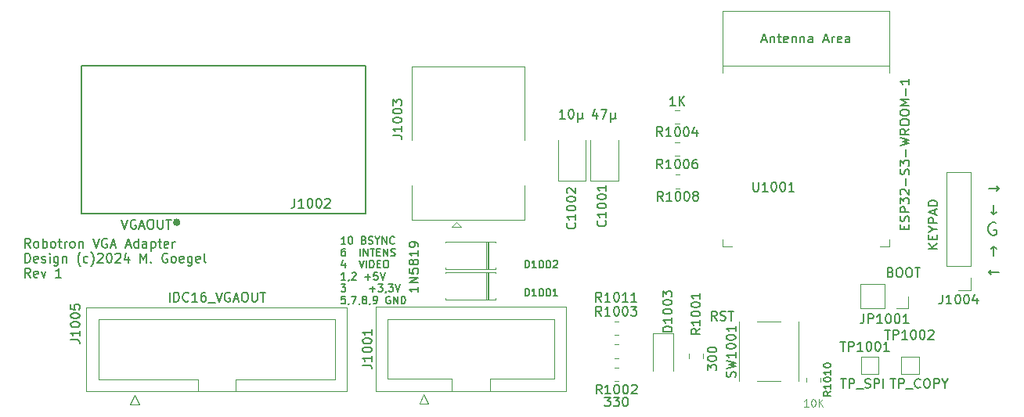
<source format=gbr>
%TF.GenerationSoftware,KiCad,Pcbnew,8.0.1*%
%TF.CreationDate,2024-03-28T11:36:42+01:00*%
%TF.ProjectId,pc1715-esp32vga,70633137-3135-42d6-9573-703332766761,rev?*%
%TF.SameCoordinates,Original*%
%TF.FileFunction,Legend,Top*%
%TF.FilePolarity,Positive*%
%FSLAX46Y46*%
G04 Gerber Fmt 4.6, Leading zero omitted, Abs format (unit mm)*
G04 Created by KiCad (PCBNEW 8.0.1) date 2024-03-28 11:36:42*
%MOMM*%
%LPD*%
G01*
G04 APERTURE LIST*
%ADD10C,0.150000*%
%ADD11C,0.125000*%
%ADD12C,0.120000*%
%ADD13C,0.127000*%
%ADD14C,0.400000*%
G04 APERTURE END LIST*
D10*
X109112207Y-68785931D02*
X108778874Y-68309740D01*
X108540779Y-68785931D02*
X108540779Y-67785931D01*
X108540779Y-67785931D02*
X108921731Y-67785931D01*
X108921731Y-67785931D02*
X109016969Y-67833550D01*
X109016969Y-67833550D02*
X109064588Y-67881169D01*
X109064588Y-67881169D02*
X109112207Y-67976407D01*
X109112207Y-67976407D02*
X109112207Y-68119264D01*
X109112207Y-68119264D02*
X109064588Y-68214502D01*
X109064588Y-68214502D02*
X109016969Y-68262121D01*
X109016969Y-68262121D02*
X108921731Y-68309740D01*
X108921731Y-68309740D02*
X108540779Y-68309740D01*
X109683636Y-68785931D02*
X109588398Y-68738312D01*
X109588398Y-68738312D02*
X109540779Y-68690692D01*
X109540779Y-68690692D02*
X109493160Y-68595454D01*
X109493160Y-68595454D02*
X109493160Y-68309740D01*
X109493160Y-68309740D02*
X109540779Y-68214502D01*
X109540779Y-68214502D02*
X109588398Y-68166883D01*
X109588398Y-68166883D02*
X109683636Y-68119264D01*
X109683636Y-68119264D02*
X109826493Y-68119264D01*
X109826493Y-68119264D02*
X109921731Y-68166883D01*
X109921731Y-68166883D02*
X109969350Y-68214502D01*
X109969350Y-68214502D02*
X110016969Y-68309740D01*
X110016969Y-68309740D02*
X110016969Y-68595454D01*
X110016969Y-68595454D02*
X109969350Y-68690692D01*
X109969350Y-68690692D02*
X109921731Y-68738312D01*
X109921731Y-68738312D02*
X109826493Y-68785931D01*
X109826493Y-68785931D02*
X109683636Y-68785931D01*
X110445541Y-68785931D02*
X110445541Y-67785931D01*
X110445541Y-68166883D02*
X110540779Y-68119264D01*
X110540779Y-68119264D02*
X110731255Y-68119264D01*
X110731255Y-68119264D02*
X110826493Y-68166883D01*
X110826493Y-68166883D02*
X110874112Y-68214502D01*
X110874112Y-68214502D02*
X110921731Y-68309740D01*
X110921731Y-68309740D02*
X110921731Y-68595454D01*
X110921731Y-68595454D02*
X110874112Y-68690692D01*
X110874112Y-68690692D02*
X110826493Y-68738312D01*
X110826493Y-68738312D02*
X110731255Y-68785931D01*
X110731255Y-68785931D02*
X110540779Y-68785931D01*
X110540779Y-68785931D02*
X110445541Y-68738312D01*
X111493160Y-68785931D02*
X111397922Y-68738312D01*
X111397922Y-68738312D02*
X111350303Y-68690692D01*
X111350303Y-68690692D02*
X111302684Y-68595454D01*
X111302684Y-68595454D02*
X111302684Y-68309740D01*
X111302684Y-68309740D02*
X111350303Y-68214502D01*
X111350303Y-68214502D02*
X111397922Y-68166883D01*
X111397922Y-68166883D02*
X111493160Y-68119264D01*
X111493160Y-68119264D02*
X111636017Y-68119264D01*
X111636017Y-68119264D02*
X111731255Y-68166883D01*
X111731255Y-68166883D02*
X111778874Y-68214502D01*
X111778874Y-68214502D02*
X111826493Y-68309740D01*
X111826493Y-68309740D02*
X111826493Y-68595454D01*
X111826493Y-68595454D02*
X111778874Y-68690692D01*
X111778874Y-68690692D02*
X111731255Y-68738312D01*
X111731255Y-68738312D02*
X111636017Y-68785931D01*
X111636017Y-68785931D02*
X111493160Y-68785931D01*
X112112208Y-68119264D02*
X112493160Y-68119264D01*
X112255065Y-67785931D02*
X112255065Y-68643073D01*
X112255065Y-68643073D02*
X112302684Y-68738312D01*
X112302684Y-68738312D02*
X112397922Y-68785931D01*
X112397922Y-68785931D02*
X112493160Y-68785931D01*
X112826494Y-68785931D02*
X112826494Y-68119264D01*
X112826494Y-68309740D02*
X112874113Y-68214502D01*
X112874113Y-68214502D02*
X112921732Y-68166883D01*
X112921732Y-68166883D02*
X113016970Y-68119264D01*
X113016970Y-68119264D02*
X113112208Y-68119264D01*
X113588399Y-68785931D02*
X113493161Y-68738312D01*
X113493161Y-68738312D02*
X113445542Y-68690692D01*
X113445542Y-68690692D02*
X113397923Y-68595454D01*
X113397923Y-68595454D02*
X113397923Y-68309740D01*
X113397923Y-68309740D02*
X113445542Y-68214502D01*
X113445542Y-68214502D02*
X113493161Y-68166883D01*
X113493161Y-68166883D02*
X113588399Y-68119264D01*
X113588399Y-68119264D02*
X113731256Y-68119264D01*
X113731256Y-68119264D02*
X113826494Y-68166883D01*
X113826494Y-68166883D02*
X113874113Y-68214502D01*
X113874113Y-68214502D02*
X113921732Y-68309740D01*
X113921732Y-68309740D02*
X113921732Y-68595454D01*
X113921732Y-68595454D02*
X113874113Y-68690692D01*
X113874113Y-68690692D02*
X113826494Y-68738312D01*
X113826494Y-68738312D02*
X113731256Y-68785931D01*
X113731256Y-68785931D02*
X113588399Y-68785931D01*
X114350304Y-68119264D02*
X114350304Y-68785931D01*
X114350304Y-68214502D02*
X114397923Y-68166883D01*
X114397923Y-68166883D02*
X114493161Y-68119264D01*
X114493161Y-68119264D02*
X114636018Y-68119264D01*
X114636018Y-68119264D02*
X114731256Y-68166883D01*
X114731256Y-68166883D02*
X114778875Y-68262121D01*
X114778875Y-68262121D02*
X114778875Y-68785931D01*
X115874114Y-67785931D02*
X116207447Y-68785931D01*
X116207447Y-68785931D02*
X116540780Y-67785931D01*
X117397923Y-67833550D02*
X117302685Y-67785931D01*
X117302685Y-67785931D02*
X117159828Y-67785931D01*
X117159828Y-67785931D02*
X117016971Y-67833550D01*
X117016971Y-67833550D02*
X116921733Y-67928788D01*
X116921733Y-67928788D02*
X116874114Y-68024026D01*
X116874114Y-68024026D02*
X116826495Y-68214502D01*
X116826495Y-68214502D02*
X116826495Y-68357359D01*
X116826495Y-68357359D02*
X116874114Y-68547835D01*
X116874114Y-68547835D02*
X116921733Y-68643073D01*
X116921733Y-68643073D02*
X117016971Y-68738312D01*
X117016971Y-68738312D02*
X117159828Y-68785931D01*
X117159828Y-68785931D02*
X117255066Y-68785931D01*
X117255066Y-68785931D02*
X117397923Y-68738312D01*
X117397923Y-68738312D02*
X117445542Y-68690692D01*
X117445542Y-68690692D02*
X117445542Y-68357359D01*
X117445542Y-68357359D02*
X117255066Y-68357359D01*
X117826495Y-68500216D02*
X118302685Y-68500216D01*
X117731257Y-68785931D02*
X118064590Y-67785931D01*
X118064590Y-67785931D02*
X118397923Y-68785931D01*
X119445543Y-68500216D02*
X119921733Y-68500216D01*
X119350305Y-68785931D02*
X119683638Y-67785931D01*
X119683638Y-67785931D02*
X120016971Y-68785931D01*
X120778876Y-68785931D02*
X120778876Y-67785931D01*
X120778876Y-68738312D02*
X120683638Y-68785931D01*
X120683638Y-68785931D02*
X120493162Y-68785931D01*
X120493162Y-68785931D02*
X120397924Y-68738312D01*
X120397924Y-68738312D02*
X120350305Y-68690692D01*
X120350305Y-68690692D02*
X120302686Y-68595454D01*
X120302686Y-68595454D02*
X120302686Y-68309740D01*
X120302686Y-68309740D02*
X120350305Y-68214502D01*
X120350305Y-68214502D02*
X120397924Y-68166883D01*
X120397924Y-68166883D02*
X120493162Y-68119264D01*
X120493162Y-68119264D02*
X120683638Y-68119264D01*
X120683638Y-68119264D02*
X120778876Y-68166883D01*
X121683638Y-68785931D02*
X121683638Y-68262121D01*
X121683638Y-68262121D02*
X121636019Y-68166883D01*
X121636019Y-68166883D02*
X121540781Y-68119264D01*
X121540781Y-68119264D02*
X121350305Y-68119264D01*
X121350305Y-68119264D02*
X121255067Y-68166883D01*
X121683638Y-68738312D02*
X121588400Y-68785931D01*
X121588400Y-68785931D02*
X121350305Y-68785931D01*
X121350305Y-68785931D02*
X121255067Y-68738312D01*
X121255067Y-68738312D02*
X121207448Y-68643073D01*
X121207448Y-68643073D02*
X121207448Y-68547835D01*
X121207448Y-68547835D02*
X121255067Y-68452597D01*
X121255067Y-68452597D02*
X121350305Y-68404978D01*
X121350305Y-68404978D02*
X121588400Y-68404978D01*
X121588400Y-68404978D02*
X121683638Y-68357359D01*
X122159829Y-68119264D02*
X122159829Y-69119264D01*
X122159829Y-68166883D02*
X122255067Y-68119264D01*
X122255067Y-68119264D02*
X122445543Y-68119264D01*
X122445543Y-68119264D02*
X122540781Y-68166883D01*
X122540781Y-68166883D02*
X122588400Y-68214502D01*
X122588400Y-68214502D02*
X122636019Y-68309740D01*
X122636019Y-68309740D02*
X122636019Y-68595454D01*
X122636019Y-68595454D02*
X122588400Y-68690692D01*
X122588400Y-68690692D02*
X122540781Y-68738312D01*
X122540781Y-68738312D02*
X122445543Y-68785931D01*
X122445543Y-68785931D02*
X122255067Y-68785931D01*
X122255067Y-68785931D02*
X122159829Y-68738312D01*
X122921734Y-68119264D02*
X123302686Y-68119264D01*
X123064591Y-67785931D02*
X123064591Y-68643073D01*
X123064591Y-68643073D02*
X123112210Y-68738312D01*
X123112210Y-68738312D02*
X123207448Y-68785931D01*
X123207448Y-68785931D02*
X123302686Y-68785931D01*
X124016972Y-68738312D02*
X123921734Y-68785931D01*
X123921734Y-68785931D02*
X123731258Y-68785931D01*
X123731258Y-68785931D02*
X123636020Y-68738312D01*
X123636020Y-68738312D02*
X123588401Y-68643073D01*
X123588401Y-68643073D02*
X123588401Y-68262121D01*
X123588401Y-68262121D02*
X123636020Y-68166883D01*
X123636020Y-68166883D02*
X123731258Y-68119264D01*
X123731258Y-68119264D02*
X123921734Y-68119264D01*
X123921734Y-68119264D02*
X124016972Y-68166883D01*
X124016972Y-68166883D02*
X124064591Y-68262121D01*
X124064591Y-68262121D02*
X124064591Y-68357359D01*
X124064591Y-68357359D02*
X123588401Y-68452597D01*
X124493163Y-68785931D02*
X124493163Y-68119264D01*
X124493163Y-68309740D02*
X124540782Y-68214502D01*
X124540782Y-68214502D02*
X124588401Y-68166883D01*
X124588401Y-68166883D02*
X124683639Y-68119264D01*
X124683639Y-68119264D02*
X124778877Y-68119264D01*
X108540779Y-70395875D02*
X108540779Y-69395875D01*
X108540779Y-69395875D02*
X108778874Y-69395875D01*
X108778874Y-69395875D02*
X108921731Y-69443494D01*
X108921731Y-69443494D02*
X109016969Y-69538732D01*
X109016969Y-69538732D02*
X109064588Y-69633970D01*
X109064588Y-69633970D02*
X109112207Y-69824446D01*
X109112207Y-69824446D02*
X109112207Y-69967303D01*
X109112207Y-69967303D02*
X109064588Y-70157779D01*
X109064588Y-70157779D02*
X109016969Y-70253017D01*
X109016969Y-70253017D02*
X108921731Y-70348256D01*
X108921731Y-70348256D02*
X108778874Y-70395875D01*
X108778874Y-70395875D02*
X108540779Y-70395875D01*
X109921731Y-70348256D02*
X109826493Y-70395875D01*
X109826493Y-70395875D02*
X109636017Y-70395875D01*
X109636017Y-70395875D02*
X109540779Y-70348256D01*
X109540779Y-70348256D02*
X109493160Y-70253017D01*
X109493160Y-70253017D02*
X109493160Y-69872065D01*
X109493160Y-69872065D02*
X109540779Y-69776827D01*
X109540779Y-69776827D02*
X109636017Y-69729208D01*
X109636017Y-69729208D02*
X109826493Y-69729208D01*
X109826493Y-69729208D02*
X109921731Y-69776827D01*
X109921731Y-69776827D02*
X109969350Y-69872065D01*
X109969350Y-69872065D02*
X109969350Y-69967303D01*
X109969350Y-69967303D02*
X109493160Y-70062541D01*
X110350303Y-70348256D02*
X110445541Y-70395875D01*
X110445541Y-70395875D02*
X110636017Y-70395875D01*
X110636017Y-70395875D02*
X110731255Y-70348256D01*
X110731255Y-70348256D02*
X110778874Y-70253017D01*
X110778874Y-70253017D02*
X110778874Y-70205398D01*
X110778874Y-70205398D02*
X110731255Y-70110160D01*
X110731255Y-70110160D02*
X110636017Y-70062541D01*
X110636017Y-70062541D02*
X110493160Y-70062541D01*
X110493160Y-70062541D02*
X110397922Y-70014922D01*
X110397922Y-70014922D02*
X110350303Y-69919684D01*
X110350303Y-69919684D02*
X110350303Y-69872065D01*
X110350303Y-69872065D02*
X110397922Y-69776827D01*
X110397922Y-69776827D02*
X110493160Y-69729208D01*
X110493160Y-69729208D02*
X110636017Y-69729208D01*
X110636017Y-69729208D02*
X110731255Y-69776827D01*
X111207446Y-70395875D02*
X111207446Y-69729208D01*
X111207446Y-69395875D02*
X111159827Y-69443494D01*
X111159827Y-69443494D02*
X111207446Y-69491113D01*
X111207446Y-69491113D02*
X111255065Y-69443494D01*
X111255065Y-69443494D02*
X111207446Y-69395875D01*
X111207446Y-69395875D02*
X111207446Y-69491113D01*
X112112207Y-69729208D02*
X112112207Y-70538732D01*
X112112207Y-70538732D02*
X112064588Y-70633970D01*
X112064588Y-70633970D02*
X112016969Y-70681589D01*
X112016969Y-70681589D02*
X111921731Y-70729208D01*
X111921731Y-70729208D02*
X111778874Y-70729208D01*
X111778874Y-70729208D02*
X111683636Y-70681589D01*
X112112207Y-70348256D02*
X112016969Y-70395875D01*
X112016969Y-70395875D02*
X111826493Y-70395875D01*
X111826493Y-70395875D02*
X111731255Y-70348256D01*
X111731255Y-70348256D02*
X111683636Y-70300636D01*
X111683636Y-70300636D02*
X111636017Y-70205398D01*
X111636017Y-70205398D02*
X111636017Y-69919684D01*
X111636017Y-69919684D02*
X111683636Y-69824446D01*
X111683636Y-69824446D02*
X111731255Y-69776827D01*
X111731255Y-69776827D02*
X111826493Y-69729208D01*
X111826493Y-69729208D02*
X112016969Y-69729208D01*
X112016969Y-69729208D02*
X112112207Y-69776827D01*
X112588398Y-69729208D02*
X112588398Y-70395875D01*
X112588398Y-69824446D02*
X112636017Y-69776827D01*
X112636017Y-69776827D02*
X112731255Y-69729208D01*
X112731255Y-69729208D02*
X112874112Y-69729208D01*
X112874112Y-69729208D02*
X112969350Y-69776827D01*
X112969350Y-69776827D02*
X113016969Y-69872065D01*
X113016969Y-69872065D02*
X113016969Y-70395875D01*
X114540779Y-70776827D02*
X114493160Y-70729208D01*
X114493160Y-70729208D02*
X114397922Y-70586351D01*
X114397922Y-70586351D02*
X114350303Y-70491113D01*
X114350303Y-70491113D02*
X114302684Y-70348256D01*
X114302684Y-70348256D02*
X114255065Y-70110160D01*
X114255065Y-70110160D02*
X114255065Y-69919684D01*
X114255065Y-69919684D02*
X114302684Y-69681589D01*
X114302684Y-69681589D02*
X114350303Y-69538732D01*
X114350303Y-69538732D02*
X114397922Y-69443494D01*
X114397922Y-69443494D02*
X114493160Y-69300636D01*
X114493160Y-69300636D02*
X114540779Y-69253017D01*
X115350303Y-70348256D02*
X115255065Y-70395875D01*
X115255065Y-70395875D02*
X115064589Y-70395875D01*
X115064589Y-70395875D02*
X114969351Y-70348256D01*
X114969351Y-70348256D02*
X114921732Y-70300636D01*
X114921732Y-70300636D02*
X114874113Y-70205398D01*
X114874113Y-70205398D02*
X114874113Y-69919684D01*
X114874113Y-69919684D02*
X114921732Y-69824446D01*
X114921732Y-69824446D02*
X114969351Y-69776827D01*
X114969351Y-69776827D02*
X115064589Y-69729208D01*
X115064589Y-69729208D02*
X115255065Y-69729208D01*
X115255065Y-69729208D02*
X115350303Y-69776827D01*
X115683637Y-70776827D02*
X115731256Y-70729208D01*
X115731256Y-70729208D02*
X115826494Y-70586351D01*
X115826494Y-70586351D02*
X115874113Y-70491113D01*
X115874113Y-70491113D02*
X115921732Y-70348256D01*
X115921732Y-70348256D02*
X115969351Y-70110160D01*
X115969351Y-70110160D02*
X115969351Y-69919684D01*
X115969351Y-69919684D02*
X115921732Y-69681589D01*
X115921732Y-69681589D02*
X115874113Y-69538732D01*
X115874113Y-69538732D02*
X115826494Y-69443494D01*
X115826494Y-69443494D02*
X115731256Y-69300636D01*
X115731256Y-69300636D02*
X115683637Y-69253017D01*
X116397923Y-69491113D02*
X116445542Y-69443494D01*
X116445542Y-69443494D02*
X116540780Y-69395875D01*
X116540780Y-69395875D02*
X116778875Y-69395875D01*
X116778875Y-69395875D02*
X116874113Y-69443494D01*
X116874113Y-69443494D02*
X116921732Y-69491113D01*
X116921732Y-69491113D02*
X116969351Y-69586351D01*
X116969351Y-69586351D02*
X116969351Y-69681589D01*
X116969351Y-69681589D02*
X116921732Y-69824446D01*
X116921732Y-69824446D02*
X116350304Y-70395875D01*
X116350304Y-70395875D02*
X116969351Y-70395875D01*
X117588399Y-69395875D02*
X117683637Y-69395875D01*
X117683637Y-69395875D02*
X117778875Y-69443494D01*
X117778875Y-69443494D02*
X117826494Y-69491113D01*
X117826494Y-69491113D02*
X117874113Y-69586351D01*
X117874113Y-69586351D02*
X117921732Y-69776827D01*
X117921732Y-69776827D02*
X117921732Y-70014922D01*
X117921732Y-70014922D02*
X117874113Y-70205398D01*
X117874113Y-70205398D02*
X117826494Y-70300636D01*
X117826494Y-70300636D02*
X117778875Y-70348256D01*
X117778875Y-70348256D02*
X117683637Y-70395875D01*
X117683637Y-70395875D02*
X117588399Y-70395875D01*
X117588399Y-70395875D02*
X117493161Y-70348256D01*
X117493161Y-70348256D02*
X117445542Y-70300636D01*
X117445542Y-70300636D02*
X117397923Y-70205398D01*
X117397923Y-70205398D02*
X117350304Y-70014922D01*
X117350304Y-70014922D02*
X117350304Y-69776827D01*
X117350304Y-69776827D02*
X117397923Y-69586351D01*
X117397923Y-69586351D02*
X117445542Y-69491113D01*
X117445542Y-69491113D02*
X117493161Y-69443494D01*
X117493161Y-69443494D02*
X117588399Y-69395875D01*
X118302685Y-69491113D02*
X118350304Y-69443494D01*
X118350304Y-69443494D02*
X118445542Y-69395875D01*
X118445542Y-69395875D02*
X118683637Y-69395875D01*
X118683637Y-69395875D02*
X118778875Y-69443494D01*
X118778875Y-69443494D02*
X118826494Y-69491113D01*
X118826494Y-69491113D02*
X118874113Y-69586351D01*
X118874113Y-69586351D02*
X118874113Y-69681589D01*
X118874113Y-69681589D02*
X118826494Y-69824446D01*
X118826494Y-69824446D02*
X118255066Y-70395875D01*
X118255066Y-70395875D02*
X118874113Y-70395875D01*
X119731256Y-69729208D02*
X119731256Y-70395875D01*
X119493161Y-69348256D02*
X119255066Y-70062541D01*
X119255066Y-70062541D02*
X119874113Y-70062541D01*
X121016971Y-70395875D02*
X121016971Y-69395875D01*
X121016971Y-69395875D02*
X121350304Y-70110160D01*
X121350304Y-70110160D02*
X121683637Y-69395875D01*
X121683637Y-69395875D02*
X121683637Y-70395875D01*
X122159828Y-70300636D02*
X122207447Y-70348256D01*
X122207447Y-70348256D02*
X122159828Y-70395875D01*
X122159828Y-70395875D02*
X122112209Y-70348256D01*
X122112209Y-70348256D02*
X122159828Y-70300636D01*
X122159828Y-70300636D02*
X122159828Y-70395875D01*
X123921732Y-69443494D02*
X123826494Y-69395875D01*
X123826494Y-69395875D02*
X123683637Y-69395875D01*
X123683637Y-69395875D02*
X123540780Y-69443494D01*
X123540780Y-69443494D02*
X123445542Y-69538732D01*
X123445542Y-69538732D02*
X123397923Y-69633970D01*
X123397923Y-69633970D02*
X123350304Y-69824446D01*
X123350304Y-69824446D02*
X123350304Y-69967303D01*
X123350304Y-69967303D02*
X123397923Y-70157779D01*
X123397923Y-70157779D02*
X123445542Y-70253017D01*
X123445542Y-70253017D02*
X123540780Y-70348256D01*
X123540780Y-70348256D02*
X123683637Y-70395875D01*
X123683637Y-70395875D02*
X123778875Y-70395875D01*
X123778875Y-70395875D02*
X123921732Y-70348256D01*
X123921732Y-70348256D02*
X123969351Y-70300636D01*
X123969351Y-70300636D02*
X123969351Y-69967303D01*
X123969351Y-69967303D02*
X123778875Y-69967303D01*
X124540780Y-70395875D02*
X124445542Y-70348256D01*
X124445542Y-70348256D02*
X124397923Y-70300636D01*
X124397923Y-70300636D02*
X124350304Y-70205398D01*
X124350304Y-70205398D02*
X124350304Y-69919684D01*
X124350304Y-69919684D02*
X124397923Y-69824446D01*
X124397923Y-69824446D02*
X124445542Y-69776827D01*
X124445542Y-69776827D02*
X124540780Y-69729208D01*
X124540780Y-69729208D02*
X124683637Y-69729208D01*
X124683637Y-69729208D02*
X124778875Y-69776827D01*
X124778875Y-69776827D02*
X124826494Y-69824446D01*
X124826494Y-69824446D02*
X124874113Y-69919684D01*
X124874113Y-69919684D02*
X124874113Y-70205398D01*
X124874113Y-70205398D02*
X124826494Y-70300636D01*
X124826494Y-70300636D02*
X124778875Y-70348256D01*
X124778875Y-70348256D02*
X124683637Y-70395875D01*
X124683637Y-70395875D02*
X124540780Y-70395875D01*
X125683637Y-70348256D02*
X125588399Y-70395875D01*
X125588399Y-70395875D02*
X125397923Y-70395875D01*
X125397923Y-70395875D02*
X125302685Y-70348256D01*
X125302685Y-70348256D02*
X125255066Y-70253017D01*
X125255066Y-70253017D02*
X125255066Y-69872065D01*
X125255066Y-69872065D02*
X125302685Y-69776827D01*
X125302685Y-69776827D02*
X125397923Y-69729208D01*
X125397923Y-69729208D02*
X125588399Y-69729208D01*
X125588399Y-69729208D02*
X125683637Y-69776827D01*
X125683637Y-69776827D02*
X125731256Y-69872065D01*
X125731256Y-69872065D02*
X125731256Y-69967303D01*
X125731256Y-69967303D02*
X125255066Y-70062541D01*
X126588399Y-69729208D02*
X126588399Y-70538732D01*
X126588399Y-70538732D02*
X126540780Y-70633970D01*
X126540780Y-70633970D02*
X126493161Y-70681589D01*
X126493161Y-70681589D02*
X126397923Y-70729208D01*
X126397923Y-70729208D02*
X126255066Y-70729208D01*
X126255066Y-70729208D02*
X126159828Y-70681589D01*
X126588399Y-70348256D02*
X126493161Y-70395875D01*
X126493161Y-70395875D02*
X126302685Y-70395875D01*
X126302685Y-70395875D02*
X126207447Y-70348256D01*
X126207447Y-70348256D02*
X126159828Y-70300636D01*
X126159828Y-70300636D02*
X126112209Y-70205398D01*
X126112209Y-70205398D02*
X126112209Y-69919684D01*
X126112209Y-69919684D02*
X126159828Y-69824446D01*
X126159828Y-69824446D02*
X126207447Y-69776827D01*
X126207447Y-69776827D02*
X126302685Y-69729208D01*
X126302685Y-69729208D02*
X126493161Y-69729208D01*
X126493161Y-69729208D02*
X126588399Y-69776827D01*
X127445542Y-70348256D02*
X127350304Y-70395875D01*
X127350304Y-70395875D02*
X127159828Y-70395875D01*
X127159828Y-70395875D02*
X127064590Y-70348256D01*
X127064590Y-70348256D02*
X127016971Y-70253017D01*
X127016971Y-70253017D02*
X127016971Y-69872065D01*
X127016971Y-69872065D02*
X127064590Y-69776827D01*
X127064590Y-69776827D02*
X127159828Y-69729208D01*
X127159828Y-69729208D02*
X127350304Y-69729208D01*
X127350304Y-69729208D02*
X127445542Y-69776827D01*
X127445542Y-69776827D02*
X127493161Y-69872065D01*
X127493161Y-69872065D02*
X127493161Y-69967303D01*
X127493161Y-69967303D02*
X127016971Y-70062541D01*
X128064590Y-70395875D02*
X127969352Y-70348256D01*
X127969352Y-70348256D02*
X127921733Y-70253017D01*
X127921733Y-70253017D02*
X127921733Y-69395875D01*
X109112207Y-72005819D02*
X108778874Y-71529628D01*
X108540779Y-72005819D02*
X108540779Y-71005819D01*
X108540779Y-71005819D02*
X108921731Y-71005819D01*
X108921731Y-71005819D02*
X109016969Y-71053438D01*
X109016969Y-71053438D02*
X109064588Y-71101057D01*
X109064588Y-71101057D02*
X109112207Y-71196295D01*
X109112207Y-71196295D02*
X109112207Y-71339152D01*
X109112207Y-71339152D02*
X109064588Y-71434390D01*
X109064588Y-71434390D02*
X109016969Y-71482009D01*
X109016969Y-71482009D02*
X108921731Y-71529628D01*
X108921731Y-71529628D02*
X108540779Y-71529628D01*
X109921731Y-71958200D02*
X109826493Y-72005819D01*
X109826493Y-72005819D02*
X109636017Y-72005819D01*
X109636017Y-72005819D02*
X109540779Y-71958200D01*
X109540779Y-71958200D02*
X109493160Y-71862961D01*
X109493160Y-71862961D02*
X109493160Y-71482009D01*
X109493160Y-71482009D02*
X109540779Y-71386771D01*
X109540779Y-71386771D02*
X109636017Y-71339152D01*
X109636017Y-71339152D02*
X109826493Y-71339152D01*
X109826493Y-71339152D02*
X109921731Y-71386771D01*
X109921731Y-71386771D02*
X109969350Y-71482009D01*
X109969350Y-71482009D02*
X109969350Y-71577247D01*
X109969350Y-71577247D02*
X109493160Y-71672485D01*
X110302684Y-71339152D02*
X110540779Y-72005819D01*
X110540779Y-72005819D02*
X110778874Y-71339152D01*
X112445541Y-72005819D02*
X111874113Y-72005819D01*
X112159827Y-72005819D02*
X112159827Y-71005819D01*
X112159827Y-71005819D02*
X112064589Y-71148676D01*
X112064589Y-71148676D02*
X111969351Y-71243914D01*
X111969351Y-71243914D02*
X111874113Y-71291533D01*
X143202207Y-68384520D02*
X142745064Y-68384520D01*
X142973636Y-68384520D02*
X142973636Y-67584520D01*
X142973636Y-67584520D02*
X142897445Y-67698805D01*
X142897445Y-67698805D02*
X142821255Y-67774996D01*
X142821255Y-67774996D02*
X142745064Y-67813091D01*
X143697446Y-67584520D02*
X143773636Y-67584520D01*
X143773636Y-67584520D02*
X143849827Y-67622615D01*
X143849827Y-67622615D02*
X143887922Y-67660710D01*
X143887922Y-67660710D02*
X143926017Y-67736901D01*
X143926017Y-67736901D02*
X143964112Y-67889282D01*
X143964112Y-67889282D02*
X143964112Y-68079758D01*
X143964112Y-68079758D02*
X143926017Y-68232139D01*
X143926017Y-68232139D02*
X143887922Y-68308329D01*
X143887922Y-68308329D02*
X143849827Y-68346425D01*
X143849827Y-68346425D02*
X143773636Y-68384520D01*
X143773636Y-68384520D02*
X143697446Y-68384520D01*
X143697446Y-68384520D02*
X143621255Y-68346425D01*
X143621255Y-68346425D02*
X143583160Y-68308329D01*
X143583160Y-68308329D02*
X143545065Y-68232139D01*
X143545065Y-68232139D02*
X143506969Y-68079758D01*
X143506969Y-68079758D02*
X143506969Y-67889282D01*
X143506969Y-67889282D02*
X143545065Y-67736901D01*
X143545065Y-67736901D02*
X143583160Y-67660710D01*
X143583160Y-67660710D02*
X143621255Y-67622615D01*
X143621255Y-67622615D02*
X143697446Y-67584520D01*
X145183160Y-67965472D02*
X145297446Y-68003567D01*
X145297446Y-68003567D02*
X145335541Y-68041663D01*
X145335541Y-68041663D02*
X145373637Y-68117853D01*
X145373637Y-68117853D02*
X145373637Y-68232139D01*
X145373637Y-68232139D02*
X145335541Y-68308329D01*
X145335541Y-68308329D02*
X145297446Y-68346425D01*
X145297446Y-68346425D02*
X145221256Y-68384520D01*
X145221256Y-68384520D02*
X144916494Y-68384520D01*
X144916494Y-68384520D02*
X144916494Y-67584520D01*
X144916494Y-67584520D02*
X145183160Y-67584520D01*
X145183160Y-67584520D02*
X145259351Y-67622615D01*
X145259351Y-67622615D02*
X145297446Y-67660710D01*
X145297446Y-67660710D02*
X145335541Y-67736901D01*
X145335541Y-67736901D02*
X145335541Y-67813091D01*
X145335541Y-67813091D02*
X145297446Y-67889282D01*
X145297446Y-67889282D02*
X145259351Y-67927377D01*
X145259351Y-67927377D02*
X145183160Y-67965472D01*
X145183160Y-67965472D02*
X144916494Y-67965472D01*
X145678398Y-68346425D02*
X145792684Y-68384520D01*
X145792684Y-68384520D02*
X145983160Y-68384520D01*
X145983160Y-68384520D02*
X146059351Y-68346425D01*
X146059351Y-68346425D02*
X146097446Y-68308329D01*
X146097446Y-68308329D02*
X146135541Y-68232139D01*
X146135541Y-68232139D02*
X146135541Y-68155948D01*
X146135541Y-68155948D02*
X146097446Y-68079758D01*
X146097446Y-68079758D02*
X146059351Y-68041663D01*
X146059351Y-68041663D02*
X145983160Y-68003567D01*
X145983160Y-68003567D02*
X145830779Y-67965472D01*
X145830779Y-67965472D02*
X145754589Y-67927377D01*
X145754589Y-67927377D02*
X145716494Y-67889282D01*
X145716494Y-67889282D02*
X145678398Y-67813091D01*
X145678398Y-67813091D02*
X145678398Y-67736901D01*
X145678398Y-67736901D02*
X145716494Y-67660710D01*
X145716494Y-67660710D02*
X145754589Y-67622615D01*
X145754589Y-67622615D02*
X145830779Y-67584520D01*
X145830779Y-67584520D02*
X146021256Y-67584520D01*
X146021256Y-67584520D02*
X146135541Y-67622615D01*
X146630780Y-68003567D02*
X146630780Y-68384520D01*
X146364113Y-67584520D02*
X146630780Y-68003567D01*
X146630780Y-68003567D02*
X146897446Y-67584520D01*
X147164113Y-68384520D02*
X147164113Y-67584520D01*
X147164113Y-67584520D02*
X147621256Y-68384520D01*
X147621256Y-68384520D02*
X147621256Y-67584520D01*
X148459351Y-68308329D02*
X148421255Y-68346425D01*
X148421255Y-68346425D02*
X148306970Y-68384520D01*
X148306970Y-68384520D02*
X148230779Y-68384520D01*
X148230779Y-68384520D02*
X148116493Y-68346425D01*
X148116493Y-68346425D02*
X148040303Y-68270234D01*
X148040303Y-68270234D02*
X148002208Y-68194044D01*
X148002208Y-68194044D02*
X147964112Y-68041663D01*
X147964112Y-68041663D02*
X147964112Y-67927377D01*
X147964112Y-67927377D02*
X148002208Y-67774996D01*
X148002208Y-67774996D02*
X148040303Y-67698805D01*
X148040303Y-67698805D02*
X148116493Y-67622615D01*
X148116493Y-67622615D02*
X148230779Y-67584520D01*
X148230779Y-67584520D02*
X148306970Y-67584520D01*
X148306970Y-67584520D02*
X148421255Y-67622615D01*
X148421255Y-67622615D02*
X148459351Y-67660710D01*
X143126017Y-68872475D02*
X142973636Y-68872475D01*
X142973636Y-68872475D02*
X142897445Y-68910570D01*
X142897445Y-68910570D02*
X142859350Y-68948665D01*
X142859350Y-68948665D02*
X142783160Y-69062951D01*
X142783160Y-69062951D02*
X142745064Y-69215332D01*
X142745064Y-69215332D02*
X142745064Y-69520094D01*
X142745064Y-69520094D02*
X142783160Y-69596284D01*
X142783160Y-69596284D02*
X142821255Y-69634380D01*
X142821255Y-69634380D02*
X142897445Y-69672475D01*
X142897445Y-69672475D02*
X143049826Y-69672475D01*
X143049826Y-69672475D02*
X143126017Y-69634380D01*
X143126017Y-69634380D02*
X143164112Y-69596284D01*
X143164112Y-69596284D02*
X143202207Y-69520094D01*
X143202207Y-69520094D02*
X143202207Y-69329618D01*
X143202207Y-69329618D02*
X143164112Y-69253427D01*
X143164112Y-69253427D02*
X143126017Y-69215332D01*
X143126017Y-69215332D02*
X143049826Y-69177237D01*
X143049826Y-69177237D02*
X142897445Y-69177237D01*
X142897445Y-69177237D02*
X142821255Y-69215332D01*
X142821255Y-69215332D02*
X142783160Y-69253427D01*
X142783160Y-69253427D02*
X142745064Y-69329618D01*
X144764113Y-69672475D02*
X144764113Y-68872475D01*
X145145065Y-69672475D02*
X145145065Y-68872475D01*
X145145065Y-68872475D02*
X145602208Y-69672475D01*
X145602208Y-69672475D02*
X145602208Y-68872475D01*
X145868874Y-68872475D02*
X146326017Y-68872475D01*
X146097445Y-69672475D02*
X146097445Y-68872475D01*
X146592684Y-69253427D02*
X146859350Y-69253427D01*
X146973636Y-69672475D02*
X146592684Y-69672475D01*
X146592684Y-69672475D02*
X146592684Y-68872475D01*
X146592684Y-68872475D02*
X146973636Y-68872475D01*
X147316494Y-69672475D02*
X147316494Y-68872475D01*
X147316494Y-68872475D02*
X147773637Y-69672475D01*
X147773637Y-69672475D02*
X147773637Y-68872475D01*
X148116493Y-69634380D02*
X148230779Y-69672475D01*
X148230779Y-69672475D02*
X148421255Y-69672475D01*
X148421255Y-69672475D02*
X148497446Y-69634380D01*
X148497446Y-69634380D02*
X148535541Y-69596284D01*
X148535541Y-69596284D02*
X148573636Y-69520094D01*
X148573636Y-69520094D02*
X148573636Y-69443903D01*
X148573636Y-69443903D02*
X148535541Y-69367713D01*
X148535541Y-69367713D02*
X148497446Y-69329618D01*
X148497446Y-69329618D02*
X148421255Y-69291522D01*
X148421255Y-69291522D02*
X148268874Y-69253427D01*
X148268874Y-69253427D02*
X148192684Y-69215332D01*
X148192684Y-69215332D02*
X148154589Y-69177237D01*
X148154589Y-69177237D02*
X148116493Y-69101046D01*
X148116493Y-69101046D02*
X148116493Y-69024856D01*
X148116493Y-69024856D02*
X148154589Y-68948665D01*
X148154589Y-68948665D02*
X148192684Y-68910570D01*
X148192684Y-68910570D02*
X148268874Y-68872475D01*
X148268874Y-68872475D02*
X148459351Y-68872475D01*
X148459351Y-68872475D02*
X148573636Y-68910570D01*
X143126017Y-70427096D02*
X143126017Y-70960430D01*
X142935541Y-70122335D02*
X142745064Y-70693763D01*
X142745064Y-70693763D02*
X143240303Y-70693763D01*
X144649827Y-70160430D02*
X144916494Y-70960430D01*
X144916494Y-70960430D02*
X145183160Y-70160430D01*
X145449827Y-70960430D02*
X145449827Y-70160430D01*
X145830779Y-70960430D02*
X145830779Y-70160430D01*
X145830779Y-70160430D02*
X146021255Y-70160430D01*
X146021255Y-70160430D02*
X146135541Y-70198525D01*
X146135541Y-70198525D02*
X146211731Y-70274715D01*
X146211731Y-70274715D02*
X146249826Y-70350906D01*
X146249826Y-70350906D02*
X146287922Y-70503287D01*
X146287922Y-70503287D02*
X146287922Y-70617573D01*
X146287922Y-70617573D02*
X146249826Y-70769954D01*
X146249826Y-70769954D02*
X146211731Y-70846144D01*
X146211731Y-70846144D02*
X146135541Y-70922335D01*
X146135541Y-70922335D02*
X146021255Y-70960430D01*
X146021255Y-70960430D02*
X145830779Y-70960430D01*
X146630779Y-70541382D02*
X146897445Y-70541382D01*
X147011731Y-70960430D02*
X146630779Y-70960430D01*
X146630779Y-70960430D02*
X146630779Y-70160430D01*
X146630779Y-70160430D02*
X147011731Y-70160430D01*
X147506970Y-70160430D02*
X147659351Y-70160430D01*
X147659351Y-70160430D02*
X147735541Y-70198525D01*
X147735541Y-70198525D02*
X147811732Y-70274715D01*
X147811732Y-70274715D02*
X147849827Y-70427096D01*
X147849827Y-70427096D02*
X147849827Y-70693763D01*
X147849827Y-70693763D02*
X147811732Y-70846144D01*
X147811732Y-70846144D02*
X147735541Y-70922335D01*
X147735541Y-70922335D02*
X147659351Y-70960430D01*
X147659351Y-70960430D02*
X147506970Y-70960430D01*
X147506970Y-70960430D02*
X147430779Y-70922335D01*
X147430779Y-70922335D02*
X147354589Y-70846144D01*
X147354589Y-70846144D02*
X147316493Y-70693763D01*
X147316493Y-70693763D02*
X147316493Y-70427096D01*
X147316493Y-70427096D02*
X147354589Y-70274715D01*
X147354589Y-70274715D02*
X147430779Y-70198525D01*
X147430779Y-70198525D02*
X147506970Y-70160430D01*
X143202207Y-72248385D02*
X142745064Y-72248385D01*
X142973636Y-72248385D02*
X142973636Y-71448385D01*
X142973636Y-71448385D02*
X142897445Y-71562670D01*
X142897445Y-71562670D02*
X142821255Y-71638861D01*
X142821255Y-71638861D02*
X142745064Y-71676956D01*
X143583160Y-72210290D02*
X143583160Y-72248385D01*
X143583160Y-72248385D02*
X143545065Y-72324575D01*
X143545065Y-72324575D02*
X143506969Y-72362670D01*
X143887921Y-71524575D02*
X143926017Y-71486480D01*
X143926017Y-71486480D02*
X144002207Y-71448385D01*
X144002207Y-71448385D02*
X144192683Y-71448385D01*
X144192683Y-71448385D02*
X144268874Y-71486480D01*
X144268874Y-71486480D02*
X144306969Y-71524575D01*
X144306969Y-71524575D02*
X144345064Y-71600766D01*
X144345064Y-71600766D02*
X144345064Y-71676956D01*
X144345064Y-71676956D02*
X144306969Y-71791242D01*
X144306969Y-71791242D02*
X143849826Y-72248385D01*
X143849826Y-72248385D02*
X144345064Y-72248385D01*
X145297446Y-71943623D02*
X145906970Y-71943623D01*
X145602208Y-72248385D02*
X145602208Y-71638861D01*
X146668874Y-71448385D02*
X146287922Y-71448385D01*
X146287922Y-71448385D02*
X146249826Y-71829337D01*
X146249826Y-71829337D02*
X146287922Y-71791242D01*
X146287922Y-71791242D02*
X146364112Y-71753147D01*
X146364112Y-71753147D02*
X146554588Y-71753147D01*
X146554588Y-71753147D02*
X146630779Y-71791242D01*
X146630779Y-71791242D02*
X146668874Y-71829337D01*
X146668874Y-71829337D02*
X146706969Y-71905528D01*
X146706969Y-71905528D02*
X146706969Y-72096004D01*
X146706969Y-72096004D02*
X146668874Y-72172194D01*
X146668874Y-72172194D02*
X146630779Y-72210290D01*
X146630779Y-72210290D02*
X146554588Y-72248385D01*
X146554588Y-72248385D02*
X146364112Y-72248385D01*
X146364112Y-72248385D02*
X146287922Y-72210290D01*
X146287922Y-72210290D02*
X146249826Y-72172194D01*
X146935541Y-71448385D02*
X147202208Y-72248385D01*
X147202208Y-72248385D02*
X147468874Y-71448385D01*
X142706969Y-72736340D02*
X143202207Y-72736340D01*
X143202207Y-72736340D02*
X142935541Y-73041102D01*
X142935541Y-73041102D02*
X143049826Y-73041102D01*
X143049826Y-73041102D02*
X143126017Y-73079197D01*
X143126017Y-73079197D02*
X143164112Y-73117292D01*
X143164112Y-73117292D02*
X143202207Y-73193483D01*
X143202207Y-73193483D02*
X143202207Y-73383959D01*
X143202207Y-73383959D02*
X143164112Y-73460149D01*
X143164112Y-73460149D02*
X143126017Y-73498245D01*
X143126017Y-73498245D02*
X143049826Y-73536340D01*
X143049826Y-73536340D02*
X142821255Y-73536340D01*
X142821255Y-73536340D02*
X142745064Y-73498245D01*
X142745064Y-73498245D02*
X142706969Y-73460149D01*
X145792683Y-73231578D02*
X146402207Y-73231578D01*
X146097445Y-73536340D02*
X146097445Y-72926816D01*
X146706968Y-72736340D02*
X147202206Y-72736340D01*
X147202206Y-72736340D02*
X146935540Y-73041102D01*
X146935540Y-73041102D02*
X147049825Y-73041102D01*
X147049825Y-73041102D02*
X147126016Y-73079197D01*
X147126016Y-73079197D02*
X147164111Y-73117292D01*
X147164111Y-73117292D02*
X147202206Y-73193483D01*
X147202206Y-73193483D02*
X147202206Y-73383959D01*
X147202206Y-73383959D02*
X147164111Y-73460149D01*
X147164111Y-73460149D02*
X147126016Y-73498245D01*
X147126016Y-73498245D02*
X147049825Y-73536340D01*
X147049825Y-73536340D02*
X146821254Y-73536340D01*
X146821254Y-73536340D02*
X146745063Y-73498245D01*
X146745063Y-73498245D02*
X146706968Y-73460149D01*
X147583159Y-73498245D02*
X147583159Y-73536340D01*
X147583159Y-73536340D02*
X147545064Y-73612530D01*
X147545064Y-73612530D02*
X147506968Y-73650625D01*
X147849825Y-72736340D02*
X148345063Y-72736340D01*
X148345063Y-72736340D02*
X148078397Y-73041102D01*
X148078397Y-73041102D02*
X148192682Y-73041102D01*
X148192682Y-73041102D02*
X148268873Y-73079197D01*
X148268873Y-73079197D02*
X148306968Y-73117292D01*
X148306968Y-73117292D02*
X148345063Y-73193483D01*
X148345063Y-73193483D02*
X148345063Y-73383959D01*
X148345063Y-73383959D02*
X148306968Y-73460149D01*
X148306968Y-73460149D02*
X148268873Y-73498245D01*
X148268873Y-73498245D02*
X148192682Y-73536340D01*
X148192682Y-73536340D02*
X147964111Y-73536340D01*
X147964111Y-73536340D02*
X147887920Y-73498245D01*
X147887920Y-73498245D02*
X147849825Y-73460149D01*
X148573635Y-72736340D02*
X148840302Y-73536340D01*
X148840302Y-73536340D02*
X149106968Y-72736340D01*
X143164112Y-74024295D02*
X142783160Y-74024295D01*
X142783160Y-74024295D02*
X142745064Y-74405247D01*
X142745064Y-74405247D02*
X142783160Y-74367152D01*
X142783160Y-74367152D02*
X142859350Y-74329057D01*
X142859350Y-74329057D02*
X143049826Y-74329057D01*
X143049826Y-74329057D02*
X143126017Y-74367152D01*
X143126017Y-74367152D02*
X143164112Y-74405247D01*
X143164112Y-74405247D02*
X143202207Y-74481438D01*
X143202207Y-74481438D02*
X143202207Y-74671914D01*
X143202207Y-74671914D02*
X143164112Y-74748104D01*
X143164112Y-74748104D02*
X143126017Y-74786200D01*
X143126017Y-74786200D02*
X143049826Y-74824295D01*
X143049826Y-74824295D02*
X142859350Y-74824295D01*
X142859350Y-74824295D02*
X142783160Y-74786200D01*
X142783160Y-74786200D02*
X142745064Y-74748104D01*
X143583160Y-74786200D02*
X143583160Y-74824295D01*
X143583160Y-74824295D02*
X143545065Y-74900485D01*
X143545065Y-74900485D02*
X143506969Y-74938580D01*
X143849826Y-74024295D02*
X144383160Y-74024295D01*
X144383160Y-74024295D02*
X144040302Y-74824295D01*
X144726017Y-74786200D02*
X144726017Y-74824295D01*
X144726017Y-74824295D02*
X144687922Y-74900485D01*
X144687922Y-74900485D02*
X144649826Y-74938580D01*
X145183159Y-74367152D02*
X145106969Y-74329057D01*
X145106969Y-74329057D02*
X145068874Y-74290961D01*
X145068874Y-74290961D02*
X145030778Y-74214771D01*
X145030778Y-74214771D02*
X145030778Y-74176676D01*
X145030778Y-74176676D02*
X145068874Y-74100485D01*
X145068874Y-74100485D02*
X145106969Y-74062390D01*
X145106969Y-74062390D02*
X145183159Y-74024295D01*
X145183159Y-74024295D02*
X145335540Y-74024295D01*
X145335540Y-74024295D02*
X145411731Y-74062390D01*
X145411731Y-74062390D02*
X145449826Y-74100485D01*
X145449826Y-74100485D02*
X145487921Y-74176676D01*
X145487921Y-74176676D02*
X145487921Y-74214771D01*
X145487921Y-74214771D02*
X145449826Y-74290961D01*
X145449826Y-74290961D02*
X145411731Y-74329057D01*
X145411731Y-74329057D02*
X145335540Y-74367152D01*
X145335540Y-74367152D02*
X145183159Y-74367152D01*
X145183159Y-74367152D02*
X145106969Y-74405247D01*
X145106969Y-74405247D02*
X145068874Y-74443342D01*
X145068874Y-74443342D02*
X145030778Y-74519533D01*
X145030778Y-74519533D02*
X145030778Y-74671914D01*
X145030778Y-74671914D02*
X145068874Y-74748104D01*
X145068874Y-74748104D02*
X145106969Y-74786200D01*
X145106969Y-74786200D02*
X145183159Y-74824295D01*
X145183159Y-74824295D02*
X145335540Y-74824295D01*
X145335540Y-74824295D02*
X145411731Y-74786200D01*
X145411731Y-74786200D02*
X145449826Y-74748104D01*
X145449826Y-74748104D02*
X145487921Y-74671914D01*
X145487921Y-74671914D02*
X145487921Y-74519533D01*
X145487921Y-74519533D02*
X145449826Y-74443342D01*
X145449826Y-74443342D02*
X145411731Y-74405247D01*
X145411731Y-74405247D02*
X145335540Y-74367152D01*
X145868874Y-74786200D02*
X145868874Y-74824295D01*
X145868874Y-74824295D02*
X145830779Y-74900485D01*
X145830779Y-74900485D02*
X145792683Y-74938580D01*
X146249826Y-74824295D02*
X146402207Y-74824295D01*
X146402207Y-74824295D02*
X146478397Y-74786200D01*
X146478397Y-74786200D02*
X146516493Y-74748104D01*
X146516493Y-74748104D02*
X146592683Y-74633819D01*
X146592683Y-74633819D02*
X146630778Y-74481438D01*
X146630778Y-74481438D02*
X146630778Y-74176676D01*
X146630778Y-74176676D02*
X146592683Y-74100485D01*
X146592683Y-74100485D02*
X146554588Y-74062390D01*
X146554588Y-74062390D02*
X146478397Y-74024295D01*
X146478397Y-74024295D02*
X146326016Y-74024295D01*
X146326016Y-74024295D02*
X146249826Y-74062390D01*
X146249826Y-74062390D02*
X146211731Y-74100485D01*
X146211731Y-74100485D02*
X146173635Y-74176676D01*
X146173635Y-74176676D02*
X146173635Y-74367152D01*
X146173635Y-74367152D02*
X146211731Y-74443342D01*
X146211731Y-74443342D02*
X146249826Y-74481438D01*
X146249826Y-74481438D02*
X146326016Y-74519533D01*
X146326016Y-74519533D02*
X146478397Y-74519533D01*
X146478397Y-74519533D02*
X146554588Y-74481438D01*
X146554588Y-74481438D02*
X146592683Y-74443342D01*
X146592683Y-74443342D02*
X146630778Y-74367152D01*
X148002207Y-74062390D02*
X147926017Y-74024295D01*
X147926017Y-74024295D02*
X147811731Y-74024295D01*
X147811731Y-74024295D02*
X147697445Y-74062390D01*
X147697445Y-74062390D02*
X147621255Y-74138580D01*
X147621255Y-74138580D02*
X147583160Y-74214771D01*
X147583160Y-74214771D02*
X147545064Y-74367152D01*
X147545064Y-74367152D02*
X147545064Y-74481438D01*
X147545064Y-74481438D02*
X147583160Y-74633819D01*
X147583160Y-74633819D02*
X147621255Y-74710009D01*
X147621255Y-74710009D02*
X147697445Y-74786200D01*
X147697445Y-74786200D02*
X147811731Y-74824295D01*
X147811731Y-74824295D02*
X147887922Y-74824295D01*
X147887922Y-74824295D02*
X148002207Y-74786200D01*
X148002207Y-74786200D02*
X148040303Y-74748104D01*
X148040303Y-74748104D02*
X148040303Y-74481438D01*
X148040303Y-74481438D02*
X147887922Y-74481438D01*
X148383160Y-74824295D02*
X148383160Y-74024295D01*
X148383160Y-74024295D02*
X148840303Y-74824295D01*
X148840303Y-74824295D02*
X148840303Y-74024295D01*
X149221255Y-74824295D02*
X149221255Y-74024295D01*
X149221255Y-74024295D02*
X149411731Y-74024295D01*
X149411731Y-74024295D02*
X149526017Y-74062390D01*
X149526017Y-74062390D02*
X149602207Y-74138580D01*
X149602207Y-74138580D02*
X149640302Y-74214771D01*
X149640302Y-74214771D02*
X149678398Y-74367152D01*
X149678398Y-74367152D02*
X149678398Y-74481438D01*
X149678398Y-74481438D02*
X149640302Y-74633819D01*
X149640302Y-74633819D02*
X149602207Y-74710009D01*
X149602207Y-74710009D02*
X149526017Y-74786200D01*
X149526017Y-74786200D02*
X149411731Y-74824295D01*
X149411731Y-74824295D02*
X149221255Y-74824295D01*
X212776017Y-62407845D02*
X213842684Y-62407845D01*
X213576017Y-62674512D02*
X213842684Y-62407845D01*
X213842684Y-62407845D02*
X213576017Y-62141178D01*
X213309350Y-64128434D02*
X213309350Y-65195100D01*
X213576017Y-64928434D02*
X213309350Y-65195100D01*
X213309350Y-65195100D02*
X213042684Y-64928434D01*
X213509350Y-66115689D02*
X213376017Y-66049022D01*
X213376017Y-66049022D02*
X213176017Y-66049022D01*
X213176017Y-66049022D02*
X212976017Y-66115689D01*
X212976017Y-66115689D02*
X212842684Y-66249022D01*
X212842684Y-66249022D02*
X212776017Y-66382356D01*
X212776017Y-66382356D02*
X212709350Y-66649022D01*
X212709350Y-66649022D02*
X212709350Y-66849022D01*
X212709350Y-66849022D02*
X212776017Y-67115689D01*
X212776017Y-67115689D02*
X212842684Y-67249022D01*
X212842684Y-67249022D02*
X212976017Y-67382356D01*
X212976017Y-67382356D02*
X213176017Y-67449022D01*
X213176017Y-67449022D02*
X213309350Y-67449022D01*
X213309350Y-67449022D02*
X213509350Y-67382356D01*
X213509350Y-67382356D02*
X213576017Y-67315689D01*
X213576017Y-67315689D02*
X213576017Y-66849022D01*
X213576017Y-66849022D02*
X213309350Y-66849022D01*
X213309350Y-69702944D02*
X213309350Y-68636278D01*
X213042684Y-68902944D02*
X213309350Y-68636278D01*
X213309350Y-68636278D02*
X213576017Y-68902944D01*
X213842684Y-71423533D02*
X212776017Y-71423533D01*
X213042684Y-71690200D02*
X212776017Y-71423533D01*
X212776017Y-71423533D02*
X213042684Y-71156866D01*
X178508819Y-77858666D02*
X177508819Y-77858666D01*
X177508819Y-77858666D02*
X177508819Y-77620571D01*
X177508819Y-77620571D02*
X177556438Y-77477714D01*
X177556438Y-77477714D02*
X177651676Y-77382476D01*
X177651676Y-77382476D02*
X177746914Y-77334857D01*
X177746914Y-77334857D02*
X177937390Y-77287238D01*
X177937390Y-77287238D02*
X178080247Y-77287238D01*
X178080247Y-77287238D02*
X178270723Y-77334857D01*
X178270723Y-77334857D02*
X178365961Y-77382476D01*
X178365961Y-77382476D02*
X178461200Y-77477714D01*
X178461200Y-77477714D02*
X178508819Y-77620571D01*
X178508819Y-77620571D02*
X178508819Y-77858666D01*
X178508819Y-76334857D02*
X178508819Y-76906285D01*
X178508819Y-76620571D02*
X177508819Y-76620571D01*
X177508819Y-76620571D02*
X177651676Y-76715809D01*
X177651676Y-76715809D02*
X177746914Y-76811047D01*
X177746914Y-76811047D02*
X177794533Y-76906285D01*
X177508819Y-75715809D02*
X177508819Y-75620571D01*
X177508819Y-75620571D02*
X177556438Y-75525333D01*
X177556438Y-75525333D02*
X177604057Y-75477714D01*
X177604057Y-75477714D02*
X177699295Y-75430095D01*
X177699295Y-75430095D02*
X177889771Y-75382476D01*
X177889771Y-75382476D02*
X178127866Y-75382476D01*
X178127866Y-75382476D02*
X178318342Y-75430095D01*
X178318342Y-75430095D02*
X178413580Y-75477714D01*
X178413580Y-75477714D02*
X178461200Y-75525333D01*
X178461200Y-75525333D02*
X178508819Y-75620571D01*
X178508819Y-75620571D02*
X178508819Y-75715809D01*
X178508819Y-75715809D02*
X178461200Y-75811047D01*
X178461200Y-75811047D02*
X178413580Y-75858666D01*
X178413580Y-75858666D02*
X178318342Y-75906285D01*
X178318342Y-75906285D02*
X178127866Y-75953904D01*
X178127866Y-75953904D02*
X177889771Y-75953904D01*
X177889771Y-75953904D02*
X177699295Y-75906285D01*
X177699295Y-75906285D02*
X177604057Y-75858666D01*
X177604057Y-75858666D02*
X177556438Y-75811047D01*
X177556438Y-75811047D02*
X177508819Y-75715809D01*
X177508819Y-74763428D02*
X177508819Y-74668190D01*
X177508819Y-74668190D02*
X177556438Y-74572952D01*
X177556438Y-74572952D02*
X177604057Y-74525333D01*
X177604057Y-74525333D02*
X177699295Y-74477714D01*
X177699295Y-74477714D02*
X177889771Y-74430095D01*
X177889771Y-74430095D02*
X178127866Y-74430095D01*
X178127866Y-74430095D02*
X178318342Y-74477714D01*
X178318342Y-74477714D02*
X178413580Y-74525333D01*
X178413580Y-74525333D02*
X178461200Y-74572952D01*
X178461200Y-74572952D02*
X178508819Y-74668190D01*
X178508819Y-74668190D02*
X178508819Y-74763428D01*
X178508819Y-74763428D02*
X178461200Y-74858666D01*
X178461200Y-74858666D02*
X178413580Y-74906285D01*
X178413580Y-74906285D02*
X178318342Y-74953904D01*
X178318342Y-74953904D02*
X178127866Y-75001523D01*
X178127866Y-75001523D02*
X177889771Y-75001523D01*
X177889771Y-75001523D02*
X177699295Y-74953904D01*
X177699295Y-74953904D02*
X177604057Y-74906285D01*
X177604057Y-74906285D02*
X177556438Y-74858666D01*
X177556438Y-74858666D02*
X177508819Y-74763428D01*
X177508819Y-74096761D02*
X177508819Y-73477714D01*
X177508819Y-73477714D02*
X177889771Y-73811047D01*
X177889771Y-73811047D02*
X177889771Y-73668190D01*
X177889771Y-73668190D02*
X177937390Y-73572952D01*
X177937390Y-73572952D02*
X177985009Y-73525333D01*
X177985009Y-73525333D02*
X178080247Y-73477714D01*
X178080247Y-73477714D02*
X178318342Y-73477714D01*
X178318342Y-73477714D02*
X178413580Y-73525333D01*
X178413580Y-73525333D02*
X178461200Y-73572952D01*
X178461200Y-73572952D02*
X178508819Y-73668190D01*
X178508819Y-73668190D02*
X178508819Y-73953904D01*
X178508819Y-73953904D02*
X178461200Y-74049142D01*
X178461200Y-74049142D02*
X178413580Y-74096761D01*
X167999580Y-66111238D02*
X168047200Y-66158857D01*
X168047200Y-66158857D02*
X168094819Y-66301714D01*
X168094819Y-66301714D02*
X168094819Y-66396952D01*
X168094819Y-66396952D02*
X168047200Y-66539809D01*
X168047200Y-66539809D02*
X167951961Y-66635047D01*
X167951961Y-66635047D02*
X167856723Y-66682666D01*
X167856723Y-66682666D02*
X167666247Y-66730285D01*
X167666247Y-66730285D02*
X167523390Y-66730285D01*
X167523390Y-66730285D02*
X167332914Y-66682666D01*
X167332914Y-66682666D02*
X167237676Y-66635047D01*
X167237676Y-66635047D02*
X167142438Y-66539809D01*
X167142438Y-66539809D02*
X167094819Y-66396952D01*
X167094819Y-66396952D02*
X167094819Y-66301714D01*
X167094819Y-66301714D02*
X167142438Y-66158857D01*
X167142438Y-66158857D02*
X167190057Y-66111238D01*
X168094819Y-65158857D02*
X168094819Y-65730285D01*
X168094819Y-65444571D02*
X167094819Y-65444571D01*
X167094819Y-65444571D02*
X167237676Y-65539809D01*
X167237676Y-65539809D02*
X167332914Y-65635047D01*
X167332914Y-65635047D02*
X167380533Y-65730285D01*
X167094819Y-64539809D02*
X167094819Y-64444571D01*
X167094819Y-64444571D02*
X167142438Y-64349333D01*
X167142438Y-64349333D02*
X167190057Y-64301714D01*
X167190057Y-64301714D02*
X167285295Y-64254095D01*
X167285295Y-64254095D02*
X167475771Y-64206476D01*
X167475771Y-64206476D02*
X167713866Y-64206476D01*
X167713866Y-64206476D02*
X167904342Y-64254095D01*
X167904342Y-64254095D02*
X167999580Y-64301714D01*
X167999580Y-64301714D02*
X168047200Y-64349333D01*
X168047200Y-64349333D02*
X168094819Y-64444571D01*
X168094819Y-64444571D02*
X168094819Y-64539809D01*
X168094819Y-64539809D02*
X168047200Y-64635047D01*
X168047200Y-64635047D02*
X167999580Y-64682666D01*
X167999580Y-64682666D02*
X167904342Y-64730285D01*
X167904342Y-64730285D02*
X167713866Y-64777904D01*
X167713866Y-64777904D02*
X167475771Y-64777904D01*
X167475771Y-64777904D02*
X167285295Y-64730285D01*
X167285295Y-64730285D02*
X167190057Y-64682666D01*
X167190057Y-64682666D02*
X167142438Y-64635047D01*
X167142438Y-64635047D02*
X167094819Y-64539809D01*
X167094819Y-63587428D02*
X167094819Y-63492190D01*
X167094819Y-63492190D02*
X167142438Y-63396952D01*
X167142438Y-63396952D02*
X167190057Y-63349333D01*
X167190057Y-63349333D02*
X167285295Y-63301714D01*
X167285295Y-63301714D02*
X167475771Y-63254095D01*
X167475771Y-63254095D02*
X167713866Y-63254095D01*
X167713866Y-63254095D02*
X167904342Y-63301714D01*
X167904342Y-63301714D02*
X167999580Y-63349333D01*
X167999580Y-63349333D02*
X168047200Y-63396952D01*
X168047200Y-63396952D02*
X168094819Y-63492190D01*
X168094819Y-63492190D02*
X168094819Y-63587428D01*
X168094819Y-63587428D02*
X168047200Y-63682666D01*
X168047200Y-63682666D02*
X167999580Y-63730285D01*
X167999580Y-63730285D02*
X167904342Y-63777904D01*
X167904342Y-63777904D02*
X167713866Y-63825523D01*
X167713866Y-63825523D02*
X167475771Y-63825523D01*
X167475771Y-63825523D02*
X167285295Y-63777904D01*
X167285295Y-63777904D02*
X167190057Y-63730285D01*
X167190057Y-63730285D02*
X167142438Y-63682666D01*
X167142438Y-63682666D02*
X167094819Y-63587428D01*
X167190057Y-62873142D02*
X167142438Y-62825523D01*
X167142438Y-62825523D02*
X167094819Y-62730285D01*
X167094819Y-62730285D02*
X167094819Y-62492190D01*
X167094819Y-62492190D02*
X167142438Y-62396952D01*
X167142438Y-62396952D02*
X167190057Y-62349333D01*
X167190057Y-62349333D02*
X167285295Y-62301714D01*
X167285295Y-62301714D02*
X167380533Y-62301714D01*
X167380533Y-62301714D02*
X167523390Y-62349333D01*
X167523390Y-62349333D02*
X168094819Y-62920761D01*
X168094819Y-62920761D02*
X168094819Y-62301714D01*
X166925714Y-54810819D02*
X166354286Y-54810819D01*
X166640000Y-54810819D02*
X166640000Y-53810819D01*
X166640000Y-53810819D02*
X166544762Y-53953676D01*
X166544762Y-53953676D02*
X166449524Y-54048914D01*
X166449524Y-54048914D02*
X166354286Y-54096533D01*
X167544762Y-53810819D02*
X167640000Y-53810819D01*
X167640000Y-53810819D02*
X167735238Y-53858438D01*
X167735238Y-53858438D02*
X167782857Y-53906057D01*
X167782857Y-53906057D02*
X167830476Y-54001295D01*
X167830476Y-54001295D02*
X167878095Y-54191771D01*
X167878095Y-54191771D02*
X167878095Y-54429866D01*
X167878095Y-54429866D02*
X167830476Y-54620342D01*
X167830476Y-54620342D02*
X167782857Y-54715580D01*
X167782857Y-54715580D02*
X167735238Y-54763200D01*
X167735238Y-54763200D02*
X167640000Y-54810819D01*
X167640000Y-54810819D02*
X167544762Y-54810819D01*
X167544762Y-54810819D02*
X167449524Y-54763200D01*
X167449524Y-54763200D02*
X167401905Y-54715580D01*
X167401905Y-54715580D02*
X167354286Y-54620342D01*
X167354286Y-54620342D02*
X167306667Y-54429866D01*
X167306667Y-54429866D02*
X167306667Y-54191771D01*
X167306667Y-54191771D02*
X167354286Y-54001295D01*
X167354286Y-54001295D02*
X167401905Y-53906057D01*
X167401905Y-53906057D02*
X167449524Y-53858438D01*
X167449524Y-53858438D02*
X167544762Y-53810819D01*
X168306667Y-54144152D02*
X168306667Y-55144152D01*
X168782857Y-54667961D02*
X168830476Y-54763200D01*
X168830476Y-54763200D02*
X168925714Y-54810819D01*
X168306667Y-54667961D02*
X168354286Y-54763200D01*
X168354286Y-54763200D02*
X168449524Y-54810819D01*
X168449524Y-54810819D02*
X168640000Y-54810819D01*
X168640000Y-54810819D02*
X168735238Y-54763200D01*
X168735238Y-54763200D02*
X168782857Y-54667961D01*
X168782857Y-54667961D02*
X168782857Y-54144152D01*
X185333200Y-82771904D02*
X185380819Y-82629047D01*
X185380819Y-82629047D02*
X185380819Y-82390952D01*
X185380819Y-82390952D02*
X185333200Y-82295714D01*
X185333200Y-82295714D02*
X185285580Y-82248095D01*
X185285580Y-82248095D02*
X185190342Y-82200476D01*
X185190342Y-82200476D02*
X185095104Y-82200476D01*
X185095104Y-82200476D02*
X184999866Y-82248095D01*
X184999866Y-82248095D02*
X184952247Y-82295714D01*
X184952247Y-82295714D02*
X184904628Y-82390952D01*
X184904628Y-82390952D02*
X184857009Y-82581428D01*
X184857009Y-82581428D02*
X184809390Y-82676666D01*
X184809390Y-82676666D02*
X184761771Y-82724285D01*
X184761771Y-82724285D02*
X184666533Y-82771904D01*
X184666533Y-82771904D02*
X184571295Y-82771904D01*
X184571295Y-82771904D02*
X184476057Y-82724285D01*
X184476057Y-82724285D02*
X184428438Y-82676666D01*
X184428438Y-82676666D02*
X184380819Y-82581428D01*
X184380819Y-82581428D02*
X184380819Y-82343333D01*
X184380819Y-82343333D02*
X184428438Y-82200476D01*
X184380819Y-81867142D02*
X185380819Y-81629047D01*
X185380819Y-81629047D02*
X184666533Y-81438571D01*
X184666533Y-81438571D02*
X185380819Y-81248095D01*
X185380819Y-81248095D02*
X184380819Y-81010000D01*
X185380819Y-80105238D02*
X185380819Y-80676666D01*
X185380819Y-80390952D02*
X184380819Y-80390952D01*
X184380819Y-80390952D02*
X184523676Y-80486190D01*
X184523676Y-80486190D02*
X184618914Y-80581428D01*
X184618914Y-80581428D02*
X184666533Y-80676666D01*
X184380819Y-79486190D02*
X184380819Y-79390952D01*
X184380819Y-79390952D02*
X184428438Y-79295714D01*
X184428438Y-79295714D02*
X184476057Y-79248095D01*
X184476057Y-79248095D02*
X184571295Y-79200476D01*
X184571295Y-79200476D02*
X184761771Y-79152857D01*
X184761771Y-79152857D02*
X184999866Y-79152857D01*
X184999866Y-79152857D02*
X185190342Y-79200476D01*
X185190342Y-79200476D02*
X185285580Y-79248095D01*
X185285580Y-79248095D02*
X185333200Y-79295714D01*
X185333200Y-79295714D02*
X185380819Y-79390952D01*
X185380819Y-79390952D02*
X185380819Y-79486190D01*
X185380819Y-79486190D02*
X185333200Y-79581428D01*
X185333200Y-79581428D02*
X185285580Y-79629047D01*
X185285580Y-79629047D02*
X185190342Y-79676666D01*
X185190342Y-79676666D02*
X184999866Y-79724285D01*
X184999866Y-79724285D02*
X184761771Y-79724285D01*
X184761771Y-79724285D02*
X184571295Y-79676666D01*
X184571295Y-79676666D02*
X184476057Y-79629047D01*
X184476057Y-79629047D02*
X184428438Y-79581428D01*
X184428438Y-79581428D02*
X184380819Y-79486190D01*
X184380819Y-78533809D02*
X184380819Y-78438571D01*
X184380819Y-78438571D02*
X184428438Y-78343333D01*
X184428438Y-78343333D02*
X184476057Y-78295714D01*
X184476057Y-78295714D02*
X184571295Y-78248095D01*
X184571295Y-78248095D02*
X184761771Y-78200476D01*
X184761771Y-78200476D02*
X184999866Y-78200476D01*
X184999866Y-78200476D02*
X185190342Y-78248095D01*
X185190342Y-78248095D02*
X185285580Y-78295714D01*
X185285580Y-78295714D02*
X185333200Y-78343333D01*
X185333200Y-78343333D02*
X185380819Y-78438571D01*
X185380819Y-78438571D02*
X185380819Y-78533809D01*
X185380819Y-78533809D02*
X185333200Y-78629047D01*
X185333200Y-78629047D02*
X185285580Y-78676666D01*
X185285580Y-78676666D02*
X185190342Y-78724285D01*
X185190342Y-78724285D02*
X184999866Y-78771904D01*
X184999866Y-78771904D02*
X184761771Y-78771904D01*
X184761771Y-78771904D02*
X184571295Y-78724285D01*
X184571295Y-78724285D02*
X184476057Y-78676666D01*
X184476057Y-78676666D02*
X184428438Y-78629047D01*
X184428438Y-78629047D02*
X184380819Y-78533809D01*
X185380819Y-77248095D02*
X185380819Y-77819523D01*
X185380819Y-77533809D02*
X184380819Y-77533809D01*
X184380819Y-77533809D02*
X184523676Y-77629047D01*
X184523676Y-77629047D02*
X184618914Y-77724285D01*
X184618914Y-77724285D02*
X184666533Y-77819523D01*
X183348380Y-76654819D02*
X183015047Y-76178628D01*
X182776952Y-76654819D02*
X182776952Y-75654819D01*
X182776952Y-75654819D02*
X183157904Y-75654819D01*
X183157904Y-75654819D02*
X183253142Y-75702438D01*
X183253142Y-75702438D02*
X183300761Y-75750057D01*
X183300761Y-75750057D02*
X183348380Y-75845295D01*
X183348380Y-75845295D02*
X183348380Y-75988152D01*
X183348380Y-75988152D02*
X183300761Y-76083390D01*
X183300761Y-76083390D02*
X183253142Y-76131009D01*
X183253142Y-76131009D02*
X183157904Y-76178628D01*
X183157904Y-76178628D02*
X182776952Y-76178628D01*
X183729333Y-76607200D02*
X183872190Y-76654819D01*
X183872190Y-76654819D02*
X184110285Y-76654819D01*
X184110285Y-76654819D02*
X184205523Y-76607200D01*
X184205523Y-76607200D02*
X184253142Y-76559580D01*
X184253142Y-76559580D02*
X184300761Y-76464342D01*
X184300761Y-76464342D02*
X184300761Y-76369104D01*
X184300761Y-76369104D02*
X184253142Y-76273866D01*
X184253142Y-76273866D02*
X184205523Y-76226247D01*
X184205523Y-76226247D02*
X184110285Y-76178628D01*
X184110285Y-76178628D02*
X183919809Y-76131009D01*
X183919809Y-76131009D02*
X183824571Y-76083390D01*
X183824571Y-76083390D02*
X183776952Y-76035771D01*
X183776952Y-76035771D02*
X183729333Y-75940533D01*
X183729333Y-75940533D02*
X183729333Y-75845295D01*
X183729333Y-75845295D02*
X183776952Y-75750057D01*
X183776952Y-75750057D02*
X183824571Y-75702438D01*
X183824571Y-75702438D02*
X183919809Y-75654819D01*
X183919809Y-75654819D02*
X184157904Y-75654819D01*
X184157904Y-75654819D02*
X184300761Y-75702438D01*
X184586476Y-75654819D02*
X185157904Y-75654819D01*
X184872190Y-76654819D02*
X184872190Y-75654819D01*
X201525524Y-77686819D02*
X202096952Y-77686819D01*
X201811238Y-78686819D02*
X201811238Y-77686819D01*
X202430286Y-78686819D02*
X202430286Y-77686819D01*
X202430286Y-77686819D02*
X202811238Y-77686819D01*
X202811238Y-77686819D02*
X202906476Y-77734438D01*
X202906476Y-77734438D02*
X202954095Y-77782057D01*
X202954095Y-77782057D02*
X203001714Y-77877295D01*
X203001714Y-77877295D02*
X203001714Y-78020152D01*
X203001714Y-78020152D02*
X202954095Y-78115390D01*
X202954095Y-78115390D02*
X202906476Y-78163009D01*
X202906476Y-78163009D02*
X202811238Y-78210628D01*
X202811238Y-78210628D02*
X202430286Y-78210628D01*
X203954095Y-78686819D02*
X203382667Y-78686819D01*
X203668381Y-78686819D02*
X203668381Y-77686819D01*
X203668381Y-77686819D02*
X203573143Y-77829676D01*
X203573143Y-77829676D02*
X203477905Y-77924914D01*
X203477905Y-77924914D02*
X203382667Y-77972533D01*
X204573143Y-77686819D02*
X204668381Y-77686819D01*
X204668381Y-77686819D02*
X204763619Y-77734438D01*
X204763619Y-77734438D02*
X204811238Y-77782057D01*
X204811238Y-77782057D02*
X204858857Y-77877295D01*
X204858857Y-77877295D02*
X204906476Y-78067771D01*
X204906476Y-78067771D02*
X204906476Y-78305866D01*
X204906476Y-78305866D02*
X204858857Y-78496342D01*
X204858857Y-78496342D02*
X204811238Y-78591580D01*
X204811238Y-78591580D02*
X204763619Y-78639200D01*
X204763619Y-78639200D02*
X204668381Y-78686819D01*
X204668381Y-78686819D02*
X204573143Y-78686819D01*
X204573143Y-78686819D02*
X204477905Y-78639200D01*
X204477905Y-78639200D02*
X204430286Y-78591580D01*
X204430286Y-78591580D02*
X204382667Y-78496342D01*
X204382667Y-78496342D02*
X204335048Y-78305866D01*
X204335048Y-78305866D02*
X204335048Y-78067771D01*
X204335048Y-78067771D02*
X204382667Y-77877295D01*
X204382667Y-77877295D02*
X204430286Y-77782057D01*
X204430286Y-77782057D02*
X204477905Y-77734438D01*
X204477905Y-77734438D02*
X204573143Y-77686819D01*
X205525524Y-77686819D02*
X205620762Y-77686819D01*
X205620762Y-77686819D02*
X205716000Y-77734438D01*
X205716000Y-77734438D02*
X205763619Y-77782057D01*
X205763619Y-77782057D02*
X205811238Y-77877295D01*
X205811238Y-77877295D02*
X205858857Y-78067771D01*
X205858857Y-78067771D02*
X205858857Y-78305866D01*
X205858857Y-78305866D02*
X205811238Y-78496342D01*
X205811238Y-78496342D02*
X205763619Y-78591580D01*
X205763619Y-78591580D02*
X205716000Y-78639200D01*
X205716000Y-78639200D02*
X205620762Y-78686819D01*
X205620762Y-78686819D02*
X205525524Y-78686819D01*
X205525524Y-78686819D02*
X205430286Y-78639200D01*
X205430286Y-78639200D02*
X205382667Y-78591580D01*
X205382667Y-78591580D02*
X205335048Y-78496342D01*
X205335048Y-78496342D02*
X205287429Y-78305866D01*
X205287429Y-78305866D02*
X205287429Y-78067771D01*
X205287429Y-78067771D02*
X205335048Y-77877295D01*
X205335048Y-77877295D02*
X205382667Y-77782057D01*
X205382667Y-77782057D02*
X205430286Y-77734438D01*
X205430286Y-77734438D02*
X205525524Y-77686819D01*
X206239810Y-77782057D02*
X206287429Y-77734438D01*
X206287429Y-77734438D02*
X206382667Y-77686819D01*
X206382667Y-77686819D02*
X206620762Y-77686819D01*
X206620762Y-77686819D02*
X206716000Y-77734438D01*
X206716000Y-77734438D02*
X206763619Y-77782057D01*
X206763619Y-77782057D02*
X206811238Y-77877295D01*
X206811238Y-77877295D02*
X206811238Y-77972533D01*
X206811238Y-77972533D02*
X206763619Y-78115390D01*
X206763619Y-78115390D02*
X206192191Y-78686819D01*
X206192191Y-78686819D02*
X206811238Y-78686819D01*
X202122352Y-82963419D02*
X202693780Y-82963419D01*
X202408066Y-83963419D02*
X202408066Y-82963419D01*
X203027114Y-83963419D02*
X203027114Y-82963419D01*
X203027114Y-82963419D02*
X203408066Y-82963419D01*
X203408066Y-82963419D02*
X203503304Y-83011038D01*
X203503304Y-83011038D02*
X203550923Y-83058657D01*
X203550923Y-83058657D02*
X203598542Y-83153895D01*
X203598542Y-83153895D02*
X203598542Y-83296752D01*
X203598542Y-83296752D02*
X203550923Y-83391990D01*
X203550923Y-83391990D02*
X203503304Y-83439609D01*
X203503304Y-83439609D02*
X203408066Y-83487228D01*
X203408066Y-83487228D02*
X203027114Y-83487228D01*
X203789019Y-84058657D02*
X204550923Y-84058657D01*
X205360447Y-83868180D02*
X205312828Y-83915800D01*
X205312828Y-83915800D02*
X205169971Y-83963419D01*
X205169971Y-83963419D02*
X205074733Y-83963419D01*
X205074733Y-83963419D02*
X204931876Y-83915800D01*
X204931876Y-83915800D02*
X204836638Y-83820561D01*
X204836638Y-83820561D02*
X204789019Y-83725323D01*
X204789019Y-83725323D02*
X204741400Y-83534847D01*
X204741400Y-83534847D02*
X204741400Y-83391990D01*
X204741400Y-83391990D02*
X204789019Y-83201514D01*
X204789019Y-83201514D02*
X204836638Y-83106276D01*
X204836638Y-83106276D02*
X204931876Y-83011038D01*
X204931876Y-83011038D02*
X205074733Y-82963419D01*
X205074733Y-82963419D02*
X205169971Y-82963419D01*
X205169971Y-82963419D02*
X205312828Y-83011038D01*
X205312828Y-83011038D02*
X205360447Y-83058657D01*
X205979495Y-82963419D02*
X206169971Y-82963419D01*
X206169971Y-82963419D02*
X206265209Y-83011038D01*
X206265209Y-83011038D02*
X206360447Y-83106276D01*
X206360447Y-83106276D02*
X206408066Y-83296752D01*
X206408066Y-83296752D02*
X206408066Y-83630085D01*
X206408066Y-83630085D02*
X206360447Y-83820561D01*
X206360447Y-83820561D02*
X206265209Y-83915800D01*
X206265209Y-83915800D02*
X206169971Y-83963419D01*
X206169971Y-83963419D02*
X205979495Y-83963419D01*
X205979495Y-83963419D02*
X205884257Y-83915800D01*
X205884257Y-83915800D02*
X205789019Y-83820561D01*
X205789019Y-83820561D02*
X205741400Y-83630085D01*
X205741400Y-83630085D02*
X205741400Y-83296752D01*
X205741400Y-83296752D02*
X205789019Y-83106276D01*
X205789019Y-83106276D02*
X205884257Y-83011038D01*
X205884257Y-83011038D02*
X205979495Y-82963419D01*
X206836638Y-83963419D02*
X206836638Y-82963419D01*
X206836638Y-82963419D02*
X207217590Y-82963419D01*
X207217590Y-82963419D02*
X207312828Y-83011038D01*
X207312828Y-83011038D02*
X207360447Y-83058657D01*
X207360447Y-83058657D02*
X207408066Y-83153895D01*
X207408066Y-83153895D02*
X207408066Y-83296752D01*
X207408066Y-83296752D02*
X207360447Y-83391990D01*
X207360447Y-83391990D02*
X207312828Y-83439609D01*
X207312828Y-83439609D02*
X207217590Y-83487228D01*
X207217590Y-83487228D02*
X206836638Y-83487228D01*
X208027114Y-83487228D02*
X208027114Y-83963419D01*
X207693781Y-82963419D02*
X208027114Y-83487228D01*
X208027114Y-83487228D02*
X208360447Y-82963419D01*
X195688295Y-84334190D02*
X195307342Y-84600857D01*
X195688295Y-84791333D02*
X194888295Y-84791333D01*
X194888295Y-84791333D02*
X194888295Y-84486571D01*
X194888295Y-84486571D02*
X194926390Y-84410381D01*
X194926390Y-84410381D02*
X194964485Y-84372286D01*
X194964485Y-84372286D02*
X195040676Y-84334190D01*
X195040676Y-84334190D02*
X195154961Y-84334190D01*
X195154961Y-84334190D02*
X195231152Y-84372286D01*
X195231152Y-84372286D02*
X195269247Y-84410381D01*
X195269247Y-84410381D02*
X195307342Y-84486571D01*
X195307342Y-84486571D02*
X195307342Y-84791333D01*
X195688295Y-83572286D02*
X195688295Y-84029429D01*
X195688295Y-83800857D02*
X194888295Y-83800857D01*
X194888295Y-83800857D02*
X195002580Y-83877048D01*
X195002580Y-83877048D02*
X195078771Y-83953238D01*
X195078771Y-83953238D02*
X195116866Y-84029429D01*
X194888295Y-83077047D02*
X194888295Y-83000857D01*
X194888295Y-83000857D02*
X194926390Y-82924666D01*
X194926390Y-82924666D02*
X194964485Y-82886571D01*
X194964485Y-82886571D02*
X195040676Y-82848476D01*
X195040676Y-82848476D02*
X195193057Y-82810381D01*
X195193057Y-82810381D02*
X195383533Y-82810381D01*
X195383533Y-82810381D02*
X195535914Y-82848476D01*
X195535914Y-82848476D02*
X195612104Y-82886571D01*
X195612104Y-82886571D02*
X195650200Y-82924666D01*
X195650200Y-82924666D02*
X195688295Y-83000857D01*
X195688295Y-83000857D02*
X195688295Y-83077047D01*
X195688295Y-83077047D02*
X195650200Y-83153238D01*
X195650200Y-83153238D02*
X195612104Y-83191333D01*
X195612104Y-83191333D02*
X195535914Y-83229428D01*
X195535914Y-83229428D02*
X195383533Y-83267524D01*
X195383533Y-83267524D02*
X195193057Y-83267524D01*
X195193057Y-83267524D02*
X195040676Y-83229428D01*
X195040676Y-83229428D02*
X194964485Y-83191333D01*
X194964485Y-83191333D02*
X194926390Y-83153238D01*
X194926390Y-83153238D02*
X194888295Y-83077047D01*
X195688295Y-82048476D02*
X195688295Y-82505619D01*
X195688295Y-82277047D02*
X194888295Y-82277047D01*
X194888295Y-82277047D02*
X195002580Y-82353238D01*
X195002580Y-82353238D02*
X195078771Y-82429428D01*
X195078771Y-82429428D02*
X195116866Y-82505619D01*
X194888295Y-81553237D02*
X194888295Y-81477047D01*
X194888295Y-81477047D02*
X194926390Y-81400856D01*
X194926390Y-81400856D02*
X194964485Y-81362761D01*
X194964485Y-81362761D02*
X195040676Y-81324666D01*
X195040676Y-81324666D02*
X195193057Y-81286571D01*
X195193057Y-81286571D02*
X195383533Y-81286571D01*
X195383533Y-81286571D02*
X195535914Y-81324666D01*
X195535914Y-81324666D02*
X195612104Y-81362761D01*
X195612104Y-81362761D02*
X195650200Y-81400856D01*
X195650200Y-81400856D02*
X195688295Y-81477047D01*
X195688295Y-81477047D02*
X195688295Y-81553237D01*
X195688295Y-81553237D02*
X195650200Y-81629428D01*
X195650200Y-81629428D02*
X195612104Y-81667523D01*
X195612104Y-81667523D02*
X195535914Y-81705618D01*
X195535914Y-81705618D02*
X195383533Y-81743714D01*
X195383533Y-81743714D02*
X195193057Y-81743714D01*
X195193057Y-81743714D02*
X195040676Y-81705618D01*
X195040676Y-81705618D02*
X194964485Y-81667523D01*
X194964485Y-81667523D02*
X194926390Y-81629428D01*
X194926390Y-81629428D02*
X194888295Y-81553237D01*
D11*
X193249618Y-85961595D02*
X192792475Y-85961595D01*
X193021047Y-85961595D02*
X193021047Y-85161595D01*
X193021047Y-85161595D02*
X192944856Y-85275880D01*
X192944856Y-85275880D02*
X192868666Y-85352071D01*
X192868666Y-85352071D02*
X192792475Y-85390166D01*
X193744857Y-85161595D02*
X193821047Y-85161595D01*
X193821047Y-85161595D02*
X193897238Y-85199690D01*
X193897238Y-85199690D02*
X193935333Y-85237785D01*
X193935333Y-85237785D02*
X193973428Y-85313976D01*
X193973428Y-85313976D02*
X194011523Y-85466357D01*
X194011523Y-85466357D02*
X194011523Y-85656833D01*
X194011523Y-85656833D02*
X193973428Y-85809214D01*
X193973428Y-85809214D02*
X193935333Y-85885404D01*
X193935333Y-85885404D02*
X193897238Y-85923500D01*
X193897238Y-85923500D02*
X193821047Y-85961595D01*
X193821047Y-85961595D02*
X193744857Y-85961595D01*
X193744857Y-85961595D02*
X193668666Y-85923500D01*
X193668666Y-85923500D02*
X193630571Y-85885404D01*
X193630571Y-85885404D02*
X193592476Y-85809214D01*
X193592476Y-85809214D02*
X193554380Y-85656833D01*
X193554380Y-85656833D02*
X193554380Y-85466357D01*
X193554380Y-85466357D02*
X193592476Y-85313976D01*
X193592476Y-85313976D02*
X193630571Y-85237785D01*
X193630571Y-85237785D02*
X193668666Y-85199690D01*
X193668666Y-85199690D02*
X193744857Y-85161595D01*
X194354381Y-85961595D02*
X194354381Y-85161595D01*
X194811524Y-85961595D02*
X194468666Y-85504452D01*
X194811524Y-85161595D02*
X194354381Y-85618738D01*
D10*
X177524761Y-63714819D02*
X177191428Y-63238628D01*
X176953333Y-63714819D02*
X176953333Y-62714819D01*
X176953333Y-62714819D02*
X177334285Y-62714819D01*
X177334285Y-62714819D02*
X177429523Y-62762438D01*
X177429523Y-62762438D02*
X177477142Y-62810057D01*
X177477142Y-62810057D02*
X177524761Y-62905295D01*
X177524761Y-62905295D02*
X177524761Y-63048152D01*
X177524761Y-63048152D02*
X177477142Y-63143390D01*
X177477142Y-63143390D02*
X177429523Y-63191009D01*
X177429523Y-63191009D02*
X177334285Y-63238628D01*
X177334285Y-63238628D02*
X176953333Y-63238628D01*
X178477142Y-63714819D02*
X177905714Y-63714819D01*
X178191428Y-63714819D02*
X178191428Y-62714819D01*
X178191428Y-62714819D02*
X178096190Y-62857676D01*
X178096190Y-62857676D02*
X178000952Y-62952914D01*
X178000952Y-62952914D02*
X177905714Y-63000533D01*
X179096190Y-62714819D02*
X179191428Y-62714819D01*
X179191428Y-62714819D02*
X179286666Y-62762438D01*
X179286666Y-62762438D02*
X179334285Y-62810057D01*
X179334285Y-62810057D02*
X179381904Y-62905295D01*
X179381904Y-62905295D02*
X179429523Y-63095771D01*
X179429523Y-63095771D02*
X179429523Y-63333866D01*
X179429523Y-63333866D02*
X179381904Y-63524342D01*
X179381904Y-63524342D02*
X179334285Y-63619580D01*
X179334285Y-63619580D02*
X179286666Y-63667200D01*
X179286666Y-63667200D02*
X179191428Y-63714819D01*
X179191428Y-63714819D02*
X179096190Y-63714819D01*
X179096190Y-63714819D02*
X179000952Y-63667200D01*
X179000952Y-63667200D02*
X178953333Y-63619580D01*
X178953333Y-63619580D02*
X178905714Y-63524342D01*
X178905714Y-63524342D02*
X178858095Y-63333866D01*
X178858095Y-63333866D02*
X178858095Y-63095771D01*
X178858095Y-63095771D02*
X178905714Y-62905295D01*
X178905714Y-62905295D02*
X178953333Y-62810057D01*
X178953333Y-62810057D02*
X179000952Y-62762438D01*
X179000952Y-62762438D02*
X179096190Y-62714819D01*
X180048571Y-62714819D02*
X180143809Y-62714819D01*
X180143809Y-62714819D02*
X180239047Y-62762438D01*
X180239047Y-62762438D02*
X180286666Y-62810057D01*
X180286666Y-62810057D02*
X180334285Y-62905295D01*
X180334285Y-62905295D02*
X180381904Y-63095771D01*
X180381904Y-63095771D02*
X180381904Y-63333866D01*
X180381904Y-63333866D02*
X180334285Y-63524342D01*
X180334285Y-63524342D02*
X180286666Y-63619580D01*
X180286666Y-63619580D02*
X180239047Y-63667200D01*
X180239047Y-63667200D02*
X180143809Y-63714819D01*
X180143809Y-63714819D02*
X180048571Y-63714819D01*
X180048571Y-63714819D02*
X179953333Y-63667200D01*
X179953333Y-63667200D02*
X179905714Y-63619580D01*
X179905714Y-63619580D02*
X179858095Y-63524342D01*
X179858095Y-63524342D02*
X179810476Y-63333866D01*
X179810476Y-63333866D02*
X179810476Y-63095771D01*
X179810476Y-63095771D02*
X179858095Y-62905295D01*
X179858095Y-62905295D02*
X179905714Y-62810057D01*
X179905714Y-62810057D02*
X179953333Y-62762438D01*
X179953333Y-62762438D02*
X180048571Y-62714819D01*
X180953333Y-63143390D02*
X180858095Y-63095771D01*
X180858095Y-63095771D02*
X180810476Y-63048152D01*
X180810476Y-63048152D02*
X180762857Y-62952914D01*
X180762857Y-62952914D02*
X180762857Y-62905295D01*
X180762857Y-62905295D02*
X180810476Y-62810057D01*
X180810476Y-62810057D02*
X180858095Y-62762438D01*
X180858095Y-62762438D02*
X180953333Y-62714819D01*
X180953333Y-62714819D02*
X181143809Y-62714819D01*
X181143809Y-62714819D02*
X181239047Y-62762438D01*
X181239047Y-62762438D02*
X181286666Y-62810057D01*
X181286666Y-62810057D02*
X181334285Y-62905295D01*
X181334285Y-62905295D02*
X181334285Y-62952914D01*
X181334285Y-62952914D02*
X181286666Y-63048152D01*
X181286666Y-63048152D02*
X181239047Y-63095771D01*
X181239047Y-63095771D02*
X181143809Y-63143390D01*
X181143809Y-63143390D02*
X180953333Y-63143390D01*
X180953333Y-63143390D02*
X180858095Y-63191009D01*
X180858095Y-63191009D02*
X180810476Y-63238628D01*
X180810476Y-63238628D02*
X180762857Y-63333866D01*
X180762857Y-63333866D02*
X180762857Y-63524342D01*
X180762857Y-63524342D02*
X180810476Y-63619580D01*
X180810476Y-63619580D02*
X180858095Y-63667200D01*
X180858095Y-63667200D02*
X180953333Y-63714819D01*
X180953333Y-63714819D02*
X181143809Y-63714819D01*
X181143809Y-63714819D02*
X181239047Y-63667200D01*
X181239047Y-63667200D02*
X181286666Y-63619580D01*
X181286666Y-63619580D02*
X181334285Y-63524342D01*
X181334285Y-63524342D02*
X181334285Y-63333866D01*
X181334285Y-63333866D02*
X181286666Y-63238628D01*
X181286666Y-63238628D02*
X181239047Y-63191009D01*
X181239047Y-63191009D02*
X181143809Y-63143390D01*
X162604666Y-70974295D02*
X162604666Y-70174295D01*
X162604666Y-70174295D02*
X162795142Y-70174295D01*
X162795142Y-70174295D02*
X162909428Y-70212390D01*
X162909428Y-70212390D02*
X162985618Y-70288580D01*
X162985618Y-70288580D02*
X163023713Y-70364771D01*
X163023713Y-70364771D02*
X163061809Y-70517152D01*
X163061809Y-70517152D02*
X163061809Y-70631438D01*
X163061809Y-70631438D02*
X163023713Y-70783819D01*
X163023713Y-70783819D02*
X162985618Y-70860009D01*
X162985618Y-70860009D02*
X162909428Y-70936200D01*
X162909428Y-70936200D02*
X162795142Y-70974295D01*
X162795142Y-70974295D02*
X162604666Y-70974295D01*
X163823713Y-70974295D02*
X163366570Y-70974295D01*
X163595142Y-70974295D02*
X163595142Y-70174295D01*
X163595142Y-70174295D02*
X163518951Y-70288580D01*
X163518951Y-70288580D02*
X163442761Y-70364771D01*
X163442761Y-70364771D02*
X163366570Y-70402866D01*
X164318952Y-70174295D02*
X164395142Y-70174295D01*
X164395142Y-70174295D02*
X164471333Y-70212390D01*
X164471333Y-70212390D02*
X164509428Y-70250485D01*
X164509428Y-70250485D02*
X164547523Y-70326676D01*
X164547523Y-70326676D02*
X164585618Y-70479057D01*
X164585618Y-70479057D02*
X164585618Y-70669533D01*
X164585618Y-70669533D02*
X164547523Y-70821914D01*
X164547523Y-70821914D02*
X164509428Y-70898104D01*
X164509428Y-70898104D02*
X164471333Y-70936200D01*
X164471333Y-70936200D02*
X164395142Y-70974295D01*
X164395142Y-70974295D02*
X164318952Y-70974295D01*
X164318952Y-70974295D02*
X164242761Y-70936200D01*
X164242761Y-70936200D02*
X164204666Y-70898104D01*
X164204666Y-70898104D02*
X164166571Y-70821914D01*
X164166571Y-70821914D02*
X164128475Y-70669533D01*
X164128475Y-70669533D02*
X164128475Y-70479057D01*
X164128475Y-70479057D02*
X164166571Y-70326676D01*
X164166571Y-70326676D02*
X164204666Y-70250485D01*
X164204666Y-70250485D02*
X164242761Y-70212390D01*
X164242761Y-70212390D02*
X164318952Y-70174295D01*
X165080857Y-70174295D02*
X165157047Y-70174295D01*
X165157047Y-70174295D02*
X165233238Y-70212390D01*
X165233238Y-70212390D02*
X165271333Y-70250485D01*
X165271333Y-70250485D02*
X165309428Y-70326676D01*
X165309428Y-70326676D02*
X165347523Y-70479057D01*
X165347523Y-70479057D02*
X165347523Y-70669533D01*
X165347523Y-70669533D02*
X165309428Y-70821914D01*
X165309428Y-70821914D02*
X165271333Y-70898104D01*
X165271333Y-70898104D02*
X165233238Y-70936200D01*
X165233238Y-70936200D02*
X165157047Y-70974295D01*
X165157047Y-70974295D02*
X165080857Y-70974295D01*
X165080857Y-70974295D02*
X165004666Y-70936200D01*
X165004666Y-70936200D02*
X164966571Y-70898104D01*
X164966571Y-70898104D02*
X164928476Y-70821914D01*
X164928476Y-70821914D02*
X164890380Y-70669533D01*
X164890380Y-70669533D02*
X164890380Y-70479057D01*
X164890380Y-70479057D02*
X164928476Y-70326676D01*
X164928476Y-70326676D02*
X164966571Y-70250485D01*
X164966571Y-70250485D02*
X165004666Y-70212390D01*
X165004666Y-70212390D02*
X165080857Y-70174295D01*
X165652285Y-70250485D02*
X165690381Y-70212390D01*
X165690381Y-70212390D02*
X165766571Y-70174295D01*
X165766571Y-70174295D02*
X165957047Y-70174295D01*
X165957047Y-70174295D02*
X166033238Y-70212390D01*
X166033238Y-70212390D02*
X166071333Y-70250485D01*
X166071333Y-70250485D02*
X166109428Y-70326676D01*
X166109428Y-70326676D02*
X166109428Y-70402866D01*
X166109428Y-70402866D02*
X166071333Y-70517152D01*
X166071333Y-70517152D02*
X165614190Y-70974295D01*
X165614190Y-70974295D02*
X166109428Y-70974295D01*
X145027319Y-81491904D02*
X145741604Y-81491904D01*
X145741604Y-81491904D02*
X145884461Y-81539523D01*
X145884461Y-81539523D02*
X145979700Y-81634761D01*
X145979700Y-81634761D02*
X146027319Y-81777618D01*
X146027319Y-81777618D02*
X146027319Y-81872856D01*
X146027319Y-80491904D02*
X146027319Y-81063332D01*
X146027319Y-80777618D02*
X145027319Y-80777618D01*
X145027319Y-80777618D02*
X145170176Y-80872856D01*
X145170176Y-80872856D02*
X145265414Y-80968094D01*
X145265414Y-80968094D02*
X145313033Y-81063332D01*
X145027319Y-79872856D02*
X145027319Y-79777618D01*
X145027319Y-79777618D02*
X145074938Y-79682380D01*
X145074938Y-79682380D02*
X145122557Y-79634761D01*
X145122557Y-79634761D02*
X145217795Y-79587142D01*
X145217795Y-79587142D02*
X145408271Y-79539523D01*
X145408271Y-79539523D02*
X145646366Y-79539523D01*
X145646366Y-79539523D02*
X145836842Y-79587142D01*
X145836842Y-79587142D02*
X145932080Y-79634761D01*
X145932080Y-79634761D02*
X145979700Y-79682380D01*
X145979700Y-79682380D02*
X146027319Y-79777618D01*
X146027319Y-79777618D02*
X146027319Y-79872856D01*
X146027319Y-79872856D02*
X145979700Y-79968094D01*
X145979700Y-79968094D02*
X145932080Y-80015713D01*
X145932080Y-80015713D02*
X145836842Y-80063332D01*
X145836842Y-80063332D02*
X145646366Y-80110951D01*
X145646366Y-80110951D02*
X145408271Y-80110951D01*
X145408271Y-80110951D02*
X145217795Y-80063332D01*
X145217795Y-80063332D02*
X145122557Y-80015713D01*
X145122557Y-80015713D02*
X145074938Y-79968094D01*
X145074938Y-79968094D02*
X145027319Y-79872856D01*
X145027319Y-78920475D02*
X145027319Y-78825237D01*
X145027319Y-78825237D02*
X145074938Y-78729999D01*
X145074938Y-78729999D02*
X145122557Y-78682380D01*
X145122557Y-78682380D02*
X145217795Y-78634761D01*
X145217795Y-78634761D02*
X145408271Y-78587142D01*
X145408271Y-78587142D02*
X145646366Y-78587142D01*
X145646366Y-78587142D02*
X145836842Y-78634761D01*
X145836842Y-78634761D02*
X145932080Y-78682380D01*
X145932080Y-78682380D02*
X145979700Y-78729999D01*
X145979700Y-78729999D02*
X146027319Y-78825237D01*
X146027319Y-78825237D02*
X146027319Y-78920475D01*
X146027319Y-78920475D02*
X145979700Y-79015713D01*
X145979700Y-79015713D02*
X145932080Y-79063332D01*
X145932080Y-79063332D02*
X145836842Y-79110951D01*
X145836842Y-79110951D02*
X145646366Y-79158570D01*
X145646366Y-79158570D02*
X145408271Y-79158570D01*
X145408271Y-79158570D02*
X145217795Y-79110951D01*
X145217795Y-79110951D02*
X145122557Y-79063332D01*
X145122557Y-79063332D02*
X145074938Y-79015713D01*
X145074938Y-79015713D02*
X145027319Y-78920475D01*
X146027319Y-77634761D02*
X146027319Y-78206189D01*
X146027319Y-77920475D02*
X145027319Y-77920475D01*
X145027319Y-77920475D02*
X145170176Y-78015713D01*
X145170176Y-78015713D02*
X145265414Y-78110951D01*
X145265414Y-78110951D02*
X145313033Y-78206189D01*
X170870761Y-74622819D02*
X170537428Y-74146628D01*
X170299333Y-74622819D02*
X170299333Y-73622819D01*
X170299333Y-73622819D02*
X170680285Y-73622819D01*
X170680285Y-73622819D02*
X170775523Y-73670438D01*
X170775523Y-73670438D02*
X170823142Y-73718057D01*
X170823142Y-73718057D02*
X170870761Y-73813295D01*
X170870761Y-73813295D02*
X170870761Y-73956152D01*
X170870761Y-73956152D02*
X170823142Y-74051390D01*
X170823142Y-74051390D02*
X170775523Y-74099009D01*
X170775523Y-74099009D02*
X170680285Y-74146628D01*
X170680285Y-74146628D02*
X170299333Y-74146628D01*
X171823142Y-74622819D02*
X171251714Y-74622819D01*
X171537428Y-74622819D02*
X171537428Y-73622819D01*
X171537428Y-73622819D02*
X171442190Y-73765676D01*
X171442190Y-73765676D02*
X171346952Y-73860914D01*
X171346952Y-73860914D02*
X171251714Y-73908533D01*
X172442190Y-73622819D02*
X172537428Y-73622819D01*
X172537428Y-73622819D02*
X172632666Y-73670438D01*
X172632666Y-73670438D02*
X172680285Y-73718057D01*
X172680285Y-73718057D02*
X172727904Y-73813295D01*
X172727904Y-73813295D02*
X172775523Y-74003771D01*
X172775523Y-74003771D02*
X172775523Y-74241866D01*
X172775523Y-74241866D02*
X172727904Y-74432342D01*
X172727904Y-74432342D02*
X172680285Y-74527580D01*
X172680285Y-74527580D02*
X172632666Y-74575200D01*
X172632666Y-74575200D02*
X172537428Y-74622819D01*
X172537428Y-74622819D02*
X172442190Y-74622819D01*
X172442190Y-74622819D02*
X172346952Y-74575200D01*
X172346952Y-74575200D02*
X172299333Y-74527580D01*
X172299333Y-74527580D02*
X172251714Y-74432342D01*
X172251714Y-74432342D02*
X172204095Y-74241866D01*
X172204095Y-74241866D02*
X172204095Y-74003771D01*
X172204095Y-74003771D02*
X172251714Y-73813295D01*
X172251714Y-73813295D02*
X172299333Y-73718057D01*
X172299333Y-73718057D02*
X172346952Y-73670438D01*
X172346952Y-73670438D02*
X172442190Y-73622819D01*
X173727904Y-74622819D02*
X173156476Y-74622819D01*
X173442190Y-74622819D02*
X173442190Y-73622819D01*
X173442190Y-73622819D02*
X173346952Y-73765676D01*
X173346952Y-73765676D02*
X173251714Y-73860914D01*
X173251714Y-73860914D02*
X173156476Y-73908533D01*
X174680285Y-74622819D02*
X174108857Y-74622819D01*
X174394571Y-74622819D02*
X174394571Y-73622819D01*
X174394571Y-73622819D02*
X174299333Y-73765676D01*
X174299333Y-73765676D02*
X174204095Y-73860914D01*
X174204095Y-73860914D02*
X174108857Y-73908533D01*
X181556819Y-77541238D02*
X181080628Y-77874571D01*
X181556819Y-78112666D02*
X180556819Y-78112666D01*
X180556819Y-78112666D02*
X180556819Y-77731714D01*
X180556819Y-77731714D02*
X180604438Y-77636476D01*
X180604438Y-77636476D02*
X180652057Y-77588857D01*
X180652057Y-77588857D02*
X180747295Y-77541238D01*
X180747295Y-77541238D02*
X180890152Y-77541238D01*
X180890152Y-77541238D02*
X180985390Y-77588857D01*
X180985390Y-77588857D02*
X181033009Y-77636476D01*
X181033009Y-77636476D02*
X181080628Y-77731714D01*
X181080628Y-77731714D02*
X181080628Y-78112666D01*
X181556819Y-76588857D02*
X181556819Y-77160285D01*
X181556819Y-76874571D02*
X180556819Y-76874571D01*
X180556819Y-76874571D02*
X180699676Y-76969809D01*
X180699676Y-76969809D02*
X180794914Y-77065047D01*
X180794914Y-77065047D02*
X180842533Y-77160285D01*
X180556819Y-75969809D02*
X180556819Y-75874571D01*
X180556819Y-75874571D02*
X180604438Y-75779333D01*
X180604438Y-75779333D02*
X180652057Y-75731714D01*
X180652057Y-75731714D02*
X180747295Y-75684095D01*
X180747295Y-75684095D02*
X180937771Y-75636476D01*
X180937771Y-75636476D02*
X181175866Y-75636476D01*
X181175866Y-75636476D02*
X181366342Y-75684095D01*
X181366342Y-75684095D02*
X181461580Y-75731714D01*
X181461580Y-75731714D02*
X181509200Y-75779333D01*
X181509200Y-75779333D02*
X181556819Y-75874571D01*
X181556819Y-75874571D02*
X181556819Y-75969809D01*
X181556819Y-75969809D02*
X181509200Y-76065047D01*
X181509200Y-76065047D02*
X181461580Y-76112666D01*
X181461580Y-76112666D02*
X181366342Y-76160285D01*
X181366342Y-76160285D02*
X181175866Y-76207904D01*
X181175866Y-76207904D02*
X180937771Y-76207904D01*
X180937771Y-76207904D02*
X180747295Y-76160285D01*
X180747295Y-76160285D02*
X180652057Y-76112666D01*
X180652057Y-76112666D02*
X180604438Y-76065047D01*
X180604438Y-76065047D02*
X180556819Y-75969809D01*
X180556819Y-75017428D02*
X180556819Y-74922190D01*
X180556819Y-74922190D02*
X180604438Y-74826952D01*
X180604438Y-74826952D02*
X180652057Y-74779333D01*
X180652057Y-74779333D02*
X180747295Y-74731714D01*
X180747295Y-74731714D02*
X180937771Y-74684095D01*
X180937771Y-74684095D02*
X181175866Y-74684095D01*
X181175866Y-74684095D02*
X181366342Y-74731714D01*
X181366342Y-74731714D02*
X181461580Y-74779333D01*
X181461580Y-74779333D02*
X181509200Y-74826952D01*
X181509200Y-74826952D02*
X181556819Y-74922190D01*
X181556819Y-74922190D02*
X181556819Y-75017428D01*
X181556819Y-75017428D02*
X181509200Y-75112666D01*
X181509200Y-75112666D02*
X181461580Y-75160285D01*
X181461580Y-75160285D02*
X181366342Y-75207904D01*
X181366342Y-75207904D02*
X181175866Y-75255523D01*
X181175866Y-75255523D02*
X180937771Y-75255523D01*
X180937771Y-75255523D02*
X180747295Y-75207904D01*
X180747295Y-75207904D02*
X180652057Y-75160285D01*
X180652057Y-75160285D02*
X180604438Y-75112666D01*
X180604438Y-75112666D02*
X180556819Y-75017428D01*
X181556819Y-73731714D02*
X181556819Y-74303142D01*
X181556819Y-74017428D02*
X180556819Y-74017428D01*
X180556819Y-74017428D02*
X180699676Y-74112666D01*
X180699676Y-74112666D02*
X180794914Y-74207904D01*
X180794914Y-74207904D02*
X180842533Y-74303142D01*
X182334819Y-82057713D02*
X182334819Y-81438666D01*
X182334819Y-81438666D02*
X182715771Y-81771999D01*
X182715771Y-81771999D02*
X182715771Y-81629142D01*
X182715771Y-81629142D02*
X182763390Y-81533904D01*
X182763390Y-81533904D02*
X182811009Y-81486285D01*
X182811009Y-81486285D02*
X182906247Y-81438666D01*
X182906247Y-81438666D02*
X183144342Y-81438666D01*
X183144342Y-81438666D02*
X183239580Y-81486285D01*
X183239580Y-81486285D02*
X183287200Y-81533904D01*
X183287200Y-81533904D02*
X183334819Y-81629142D01*
X183334819Y-81629142D02*
X183334819Y-81914856D01*
X183334819Y-81914856D02*
X183287200Y-82010094D01*
X183287200Y-82010094D02*
X183239580Y-82057713D01*
X182334819Y-80819618D02*
X182334819Y-80724380D01*
X182334819Y-80724380D02*
X182382438Y-80629142D01*
X182382438Y-80629142D02*
X182430057Y-80581523D01*
X182430057Y-80581523D02*
X182525295Y-80533904D01*
X182525295Y-80533904D02*
X182715771Y-80486285D01*
X182715771Y-80486285D02*
X182953866Y-80486285D01*
X182953866Y-80486285D02*
X183144342Y-80533904D01*
X183144342Y-80533904D02*
X183239580Y-80581523D01*
X183239580Y-80581523D02*
X183287200Y-80629142D01*
X183287200Y-80629142D02*
X183334819Y-80724380D01*
X183334819Y-80724380D02*
X183334819Y-80819618D01*
X183334819Y-80819618D02*
X183287200Y-80914856D01*
X183287200Y-80914856D02*
X183239580Y-80962475D01*
X183239580Y-80962475D02*
X183144342Y-81010094D01*
X183144342Y-81010094D02*
X182953866Y-81057713D01*
X182953866Y-81057713D02*
X182715771Y-81057713D01*
X182715771Y-81057713D02*
X182525295Y-81010094D01*
X182525295Y-81010094D02*
X182430057Y-80962475D01*
X182430057Y-80962475D02*
X182382438Y-80914856D01*
X182382438Y-80914856D02*
X182334819Y-80819618D01*
X182334819Y-79867237D02*
X182334819Y-79771999D01*
X182334819Y-79771999D02*
X182382438Y-79676761D01*
X182382438Y-79676761D02*
X182430057Y-79629142D01*
X182430057Y-79629142D02*
X182525295Y-79581523D01*
X182525295Y-79581523D02*
X182715771Y-79533904D01*
X182715771Y-79533904D02*
X182953866Y-79533904D01*
X182953866Y-79533904D02*
X183144342Y-79581523D01*
X183144342Y-79581523D02*
X183239580Y-79629142D01*
X183239580Y-79629142D02*
X183287200Y-79676761D01*
X183287200Y-79676761D02*
X183334819Y-79771999D01*
X183334819Y-79771999D02*
X183334819Y-79867237D01*
X183334819Y-79867237D02*
X183287200Y-79962475D01*
X183287200Y-79962475D02*
X183239580Y-80010094D01*
X183239580Y-80010094D02*
X183144342Y-80057713D01*
X183144342Y-80057713D02*
X182953866Y-80105332D01*
X182953866Y-80105332D02*
X182715771Y-80105332D01*
X182715771Y-80105332D02*
X182525295Y-80057713D01*
X182525295Y-80057713D02*
X182430057Y-80010094D01*
X182430057Y-80010094D02*
X182382438Y-79962475D01*
X182382438Y-79962475D02*
X182334819Y-79867237D01*
X148298819Y-56625904D02*
X149013104Y-56625904D01*
X149013104Y-56625904D02*
X149155961Y-56673523D01*
X149155961Y-56673523D02*
X149251200Y-56768761D01*
X149251200Y-56768761D02*
X149298819Y-56911618D01*
X149298819Y-56911618D02*
X149298819Y-57006856D01*
X149298819Y-55625904D02*
X149298819Y-56197332D01*
X149298819Y-55911618D02*
X148298819Y-55911618D01*
X148298819Y-55911618D02*
X148441676Y-56006856D01*
X148441676Y-56006856D02*
X148536914Y-56102094D01*
X148536914Y-56102094D02*
X148584533Y-56197332D01*
X148298819Y-55006856D02*
X148298819Y-54911618D01*
X148298819Y-54911618D02*
X148346438Y-54816380D01*
X148346438Y-54816380D02*
X148394057Y-54768761D01*
X148394057Y-54768761D02*
X148489295Y-54721142D01*
X148489295Y-54721142D02*
X148679771Y-54673523D01*
X148679771Y-54673523D02*
X148917866Y-54673523D01*
X148917866Y-54673523D02*
X149108342Y-54721142D01*
X149108342Y-54721142D02*
X149203580Y-54768761D01*
X149203580Y-54768761D02*
X149251200Y-54816380D01*
X149251200Y-54816380D02*
X149298819Y-54911618D01*
X149298819Y-54911618D02*
X149298819Y-55006856D01*
X149298819Y-55006856D02*
X149251200Y-55102094D01*
X149251200Y-55102094D02*
X149203580Y-55149713D01*
X149203580Y-55149713D02*
X149108342Y-55197332D01*
X149108342Y-55197332D02*
X148917866Y-55244951D01*
X148917866Y-55244951D02*
X148679771Y-55244951D01*
X148679771Y-55244951D02*
X148489295Y-55197332D01*
X148489295Y-55197332D02*
X148394057Y-55149713D01*
X148394057Y-55149713D02*
X148346438Y-55102094D01*
X148346438Y-55102094D02*
X148298819Y-55006856D01*
X148298819Y-54054475D02*
X148298819Y-53959237D01*
X148298819Y-53959237D02*
X148346438Y-53863999D01*
X148346438Y-53863999D02*
X148394057Y-53816380D01*
X148394057Y-53816380D02*
X148489295Y-53768761D01*
X148489295Y-53768761D02*
X148679771Y-53721142D01*
X148679771Y-53721142D02*
X148917866Y-53721142D01*
X148917866Y-53721142D02*
X149108342Y-53768761D01*
X149108342Y-53768761D02*
X149203580Y-53816380D01*
X149203580Y-53816380D02*
X149251200Y-53863999D01*
X149251200Y-53863999D02*
X149298819Y-53959237D01*
X149298819Y-53959237D02*
X149298819Y-54054475D01*
X149298819Y-54054475D02*
X149251200Y-54149713D01*
X149251200Y-54149713D02*
X149203580Y-54197332D01*
X149203580Y-54197332D02*
X149108342Y-54244951D01*
X149108342Y-54244951D02*
X148917866Y-54292570D01*
X148917866Y-54292570D02*
X148679771Y-54292570D01*
X148679771Y-54292570D02*
X148489295Y-54244951D01*
X148489295Y-54244951D02*
X148394057Y-54197332D01*
X148394057Y-54197332D02*
X148346438Y-54149713D01*
X148346438Y-54149713D02*
X148298819Y-54054475D01*
X148298819Y-53387808D02*
X148298819Y-52768761D01*
X148298819Y-52768761D02*
X148679771Y-53102094D01*
X148679771Y-53102094D02*
X148679771Y-52959237D01*
X148679771Y-52959237D02*
X148727390Y-52863999D01*
X148727390Y-52863999D02*
X148775009Y-52816380D01*
X148775009Y-52816380D02*
X148870247Y-52768761D01*
X148870247Y-52768761D02*
X149108342Y-52768761D01*
X149108342Y-52768761D02*
X149203580Y-52816380D01*
X149203580Y-52816380D02*
X149251200Y-52863999D01*
X149251200Y-52863999D02*
X149298819Y-52959237D01*
X149298819Y-52959237D02*
X149298819Y-53244951D01*
X149298819Y-53244951D02*
X149251200Y-53340189D01*
X149251200Y-53340189D02*
X149203580Y-53387808D01*
X187293524Y-61684819D02*
X187293524Y-62494342D01*
X187293524Y-62494342D02*
X187341143Y-62589580D01*
X187341143Y-62589580D02*
X187388762Y-62637200D01*
X187388762Y-62637200D02*
X187484000Y-62684819D01*
X187484000Y-62684819D02*
X187674476Y-62684819D01*
X187674476Y-62684819D02*
X187769714Y-62637200D01*
X187769714Y-62637200D02*
X187817333Y-62589580D01*
X187817333Y-62589580D02*
X187864952Y-62494342D01*
X187864952Y-62494342D02*
X187864952Y-61684819D01*
X188864952Y-62684819D02*
X188293524Y-62684819D01*
X188579238Y-62684819D02*
X188579238Y-61684819D01*
X188579238Y-61684819D02*
X188484000Y-61827676D01*
X188484000Y-61827676D02*
X188388762Y-61922914D01*
X188388762Y-61922914D02*
X188293524Y-61970533D01*
X189484000Y-61684819D02*
X189579238Y-61684819D01*
X189579238Y-61684819D02*
X189674476Y-61732438D01*
X189674476Y-61732438D02*
X189722095Y-61780057D01*
X189722095Y-61780057D02*
X189769714Y-61875295D01*
X189769714Y-61875295D02*
X189817333Y-62065771D01*
X189817333Y-62065771D02*
X189817333Y-62303866D01*
X189817333Y-62303866D02*
X189769714Y-62494342D01*
X189769714Y-62494342D02*
X189722095Y-62589580D01*
X189722095Y-62589580D02*
X189674476Y-62637200D01*
X189674476Y-62637200D02*
X189579238Y-62684819D01*
X189579238Y-62684819D02*
X189484000Y-62684819D01*
X189484000Y-62684819D02*
X189388762Y-62637200D01*
X189388762Y-62637200D02*
X189341143Y-62589580D01*
X189341143Y-62589580D02*
X189293524Y-62494342D01*
X189293524Y-62494342D02*
X189245905Y-62303866D01*
X189245905Y-62303866D02*
X189245905Y-62065771D01*
X189245905Y-62065771D02*
X189293524Y-61875295D01*
X189293524Y-61875295D02*
X189341143Y-61780057D01*
X189341143Y-61780057D02*
X189388762Y-61732438D01*
X189388762Y-61732438D02*
X189484000Y-61684819D01*
X190436381Y-61684819D02*
X190531619Y-61684819D01*
X190531619Y-61684819D02*
X190626857Y-61732438D01*
X190626857Y-61732438D02*
X190674476Y-61780057D01*
X190674476Y-61780057D02*
X190722095Y-61875295D01*
X190722095Y-61875295D02*
X190769714Y-62065771D01*
X190769714Y-62065771D02*
X190769714Y-62303866D01*
X190769714Y-62303866D02*
X190722095Y-62494342D01*
X190722095Y-62494342D02*
X190674476Y-62589580D01*
X190674476Y-62589580D02*
X190626857Y-62637200D01*
X190626857Y-62637200D02*
X190531619Y-62684819D01*
X190531619Y-62684819D02*
X190436381Y-62684819D01*
X190436381Y-62684819D02*
X190341143Y-62637200D01*
X190341143Y-62637200D02*
X190293524Y-62589580D01*
X190293524Y-62589580D02*
X190245905Y-62494342D01*
X190245905Y-62494342D02*
X190198286Y-62303866D01*
X190198286Y-62303866D02*
X190198286Y-62065771D01*
X190198286Y-62065771D02*
X190245905Y-61875295D01*
X190245905Y-61875295D02*
X190293524Y-61780057D01*
X190293524Y-61780057D02*
X190341143Y-61732438D01*
X190341143Y-61732438D02*
X190436381Y-61684819D01*
X191722095Y-62684819D02*
X191150667Y-62684819D01*
X191436381Y-62684819D02*
X191436381Y-61684819D01*
X191436381Y-61684819D02*
X191341143Y-61827676D01*
X191341143Y-61827676D02*
X191245905Y-61922914D01*
X191245905Y-61922914D02*
X191150667Y-61970533D01*
X203639009Y-66793046D02*
X203639009Y-66459713D01*
X204162819Y-66316856D02*
X204162819Y-66793046D01*
X204162819Y-66793046D02*
X203162819Y-66793046D01*
X203162819Y-66793046D02*
X203162819Y-66316856D01*
X204115200Y-65935903D02*
X204162819Y-65793046D01*
X204162819Y-65793046D02*
X204162819Y-65554951D01*
X204162819Y-65554951D02*
X204115200Y-65459713D01*
X204115200Y-65459713D02*
X204067580Y-65412094D01*
X204067580Y-65412094D02*
X203972342Y-65364475D01*
X203972342Y-65364475D02*
X203877104Y-65364475D01*
X203877104Y-65364475D02*
X203781866Y-65412094D01*
X203781866Y-65412094D02*
X203734247Y-65459713D01*
X203734247Y-65459713D02*
X203686628Y-65554951D01*
X203686628Y-65554951D02*
X203639009Y-65745427D01*
X203639009Y-65745427D02*
X203591390Y-65840665D01*
X203591390Y-65840665D02*
X203543771Y-65888284D01*
X203543771Y-65888284D02*
X203448533Y-65935903D01*
X203448533Y-65935903D02*
X203353295Y-65935903D01*
X203353295Y-65935903D02*
X203258057Y-65888284D01*
X203258057Y-65888284D02*
X203210438Y-65840665D01*
X203210438Y-65840665D02*
X203162819Y-65745427D01*
X203162819Y-65745427D02*
X203162819Y-65507332D01*
X203162819Y-65507332D02*
X203210438Y-65364475D01*
X204162819Y-64935903D02*
X203162819Y-64935903D01*
X203162819Y-64935903D02*
X203162819Y-64554951D01*
X203162819Y-64554951D02*
X203210438Y-64459713D01*
X203210438Y-64459713D02*
X203258057Y-64412094D01*
X203258057Y-64412094D02*
X203353295Y-64364475D01*
X203353295Y-64364475D02*
X203496152Y-64364475D01*
X203496152Y-64364475D02*
X203591390Y-64412094D01*
X203591390Y-64412094D02*
X203639009Y-64459713D01*
X203639009Y-64459713D02*
X203686628Y-64554951D01*
X203686628Y-64554951D02*
X203686628Y-64935903D01*
X203162819Y-64031141D02*
X203162819Y-63412094D01*
X203162819Y-63412094D02*
X203543771Y-63745427D01*
X203543771Y-63745427D02*
X203543771Y-63602570D01*
X203543771Y-63602570D02*
X203591390Y-63507332D01*
X203591390Y-63507332D02*
X203639009Y-63459713D01*
X203639009Y-63459713D02*
X203734247Y-63412094D01*
X203734247Y-63412094D02*
X203972342Y-63412094D01*
X203972342Y-63412094D02*
X204067580Y-63459713D01*
X204067580Y-63459713D02*
X204115200Y-63507332D01*
X204115200Y-63507332D02*
X204162819Y-63602570D01*
X204162819Y-63602570D02*
X204162819Y-63888284D01*
X204162819Y-63888284D02*
X204115200Y-63983522D01*
X204115200Y-63983522D02*
X204067580Y-64031141D01*
X203258057Y-63031141D02*
X203210438Y-62983522D01*
X203210438Y-62983522D02*
X203162819Y-62888284D01*
X203162819Y-62888284D02*
X203162819Y-62650189D01*
X203162819Y-62650189D02*
X203210438Y-62554951D01*
X203210438Y-62554951D02*
X203258057Y-62507332D01*
X203258057Y-62507332D02*
X203353295Y-62459713D01*
X203353295Y-62459713D02*
X203448533Y-62459713D01*
X203448533Y-62459713D02*
X203591390Y-62507332D01*
X203591390Y-62507332D02*
X204162819Y-63078760D01*
X204162819Y-63078760D02*
X204162819Y-62459713D01*
X203781866Y-62031141D02*
X203781866Y-61269237D01*
X204115200Y-60840665D02*
X204162819Y-60697808D01*
X204162819Y-60697808D02*
X204162819Y-60459713D01*
X204162819Y-60459713D02*
X204115200Y-60364475D01*
X204115200Y-60364475D02*
X204067580Y-60316856D01*
X204067580Y-60316856D02*
X203972342Y-60269237D01*
X203972342Y-60269237D02*
X203877104Y-60269237D01*
X203877104Y-60269237D02*
X203781866Y-60316856D01*
X203781866Y-60316856D02*
X203734247Y-60364475D01*
X203734247Y-60364475D02*
X203686628Y-60459713D01*
X203686628Y-60459713D02*
X203639009Y-60650189D01*
X203639009Y-60650189D02*
X203591390Y-60745427D01*
X203591390Y-60745427D02*
X203543771Y-60793046D01*
X203543771Y-60793046D02*
X203448533Y-60840665D01*
X203448533Y-60840665D02*
X203353295Y-60840665D01*
X203353295Y-60840665D02*
X203258057Y-60793046D01*
X203258057Y-60793046D02*
X203210438Y-60745427D01*
X203210438Y-60745427D02*
X203162819Y-60650189D01*
X203162819Y-60650189D02*
X203162819Y-60412094D01*
X203162819Y-60412094D02*
X203210438Y-60269237D01*
X203162819Y-59935903D02*
X203162819Y-59316856D01*
X203162819Y-59316856D02*
X203543771Y-59650189D01*
X203543771Y-59650189D02*
X203543771Y-59507332D01*
X203543771Y-59507332D02*
X203591390Y-59412094D01*
X203591390Y-59412094D02*
X203639009Y-59364475D01*
X203639009Y-59364475D02*
X203734247Y-59316856D01*
X203734247Y-59316856D02*
X203972342Y-59316856D01*
X203972342Y-59316856D02*
X204067580Y-59364475D01*
X204067580Y-59364475D02*
X204115200Y-59412094D01*
X204115200Y-59412094D02*
X204162819Y-59507332D01*
X204162819Y-59507332D02*
X204162819Y-59793046D01*
X204162819Y-59793046D02*
X204115200Y-59888284D01*
X204115200Y-59888284D02*
X204067580Y-59935903D01*
X203781866Y-58888284D02*
X203781866Y-58126380D01*
X203162819Y-57745427D02*
X204162819Y-57507332D01*
X204162819Y-57507332D02*
X203448533Y-57316856D01*
X203448533Y-57316856D02*
X204162819Y-57126380D01*
X204162819Y-57126380D02*
X203162819Y-56888285D01*
X204162819Y-55935904D02*
X203686628Y-56269237D01*
X204162819Y-56507332D02*
X203162819Y-56507332D01*
X203162819Y-56507332D02*
X203162819Y-56126380D01*
X203162819Y-56126380D02*
X203210438Y-56031142D01*
X203210438Y-56031142D02*
X203258057Y-55983523D01*
X203258057Y-55983523D02*
X203353295Y-55935904D01*
X203353295Y-55935904D02*
X203496152Y-55935904D01*
X203496152Y-55935904D02*
X203591390Y-55983523D01*
X203591390Y-55983523D02*
X203639009Y-56031142D01*
X203639009Y-56031142D02*
X203686628Y-56126380D01*
X203686628Y-56126380D02*
X203686628Y-56507332D01*
X203162819Y-55316856D02*
X203162819Y-55126380D01*
X203162819Y-55126380D02*
X203210438Y-55031142D01*
X203210438Y-55031142D02*
X203305676Y-54935904D01*
X203305676Y-54935904D02*
X203496152Y-54888285D01*
X203496152Y-54888285D02*
X203829485Y-54888285D01*
X203829485Y-54888285D02*
X204019961Y-54935904D01*
X204019961Y-54935904D02*
X204115200Y-55031142D01*
X204115200Y-55031142D02*
X204162819Y-55126380D01*
X204162819Y-55126380D02*
X204162819Y-55316856D01*
X204162819Y-55316856D02*
X204115200Y-55412094D01*
X204115200Y-55412094D02*
X204019961Y-55507332D01*
X204019961Y-55507332D02*
X203829485Y-55554951D01*
X203829485Y-55554951D02*
X203496152Y-55554951D01*
X203496152Y-55554951D02*
X203305676Y-55507332D01*
X203305676Y-55507332D02*
X203210438Y-55412094D01*
X203210438Y-55412094D02*
X203162819Y-55316856D01*
X203162819Y-54269237D02*
X203162819Y-54078761D01*
X203162819Y-54078761D02*
X203210438Y-53983523D01*
X203210438Y-53983523D02*
X203305676Y-53888285D01*
X203305676Y-53888285D02*
X203496152Y-53840666D01*
X203496152Y-53840666D02*
X203829485Y-53840666D01*
X203829485Y-53840666D02*
X204019961Y-53888285D01*
X204019961Y-53888285D02*
X204115200Y-53983523D01*
X204115200Y-53983523D02*
X204162819Y-54078761D01*
X204162819Y-54078761D02*
X204162819Y-54269237D01*
X204162819Y-54269237D02*
X204115200Y-54364475D01*
X204115200Y-54364475D02*
X204019961Y-54459713D01*
X204019961Y-54459713D02*
X203829485Y-54507332D01*
X203829485Y-54507332D02*
X203496152Y-54507332D01*
X203496152Y-54507332D02*
X203305676Y-54459713D01*
X203305676Y-54459713D02*
X203210438Y-54364475D01*
X203210438Y-54364475D02*
X203162819Y-54269237D01*
X204162819Y-53412094D02*
X203162819Y-53412094D01*
X203162819Y-53412094D02*
X203877104Y-53078761D01*
X203877104Y-53078761D02*
X203162819Y-52745428D01*
X203162819Y-52745428D02*
X204162819Y-52745428D01*
X203781866Y-52269237D02*
X203781866Y-51507333D01*
X204162819Y-50507333D02*
X204162819Y-51078761D01*
X204162819Y-50793047D02*
X203162819Y-50793047D01*
X203162819Y-50793047D02*
X203305676Y-50888285D01*
X203305676Y-50888285D02*
X203400914Y-50983523D01*
X203400914Y-50983523D02*
X203448533Y-51078761D01*
X188238094Y-46303104D02*
X188714284Y-46303104D01*
X188142856Y-46588819D02*
X188476189Y-45588819D01*
X188476189Y-45588819D02*
X188809522Y-46588819D01*
X189142856Y-45922152D02*
X189142856Y-46588819D01*
X189142856Y-46017390D02*
X189190475Y-45969771D01*
X189190475Y-45969771D02*
X189285713Y-45922152D01*
X189285713Y-45922152D02*
X189428570Y-45922152D01*
X189428570Y-45922152D02*
X189523808Y-45969771D01*
X189523808Y-45969771D02*
X189571427Y-46065009D01*
X189571427Y-46065009D02*
X189571427Y-46588819D01*
X189904761Y-45922152D02*
X190285713Y-45922152D01*
X190047618Y-45588819D02*
X190047618Y-46445961D01*
X190047618Y-46445961D02*
X190095237Y-46541200D01*
X190095237Y-46541200D02*
X190190475Y-46588819D01*
X190190475Y-46588819D02*
X190285713Y-46588819D01*
X190999999Y-46541200D02*
X190904761Y-46588819D01*
X190904761Y-46588819D02*
X190714285Y-46588819D01*
X190714285Y-46588819D02*
X190619047Y-46541200D01*
X190619047Y-46541200D02*
X190571428Y-46445961D01*
X190571428Y-46445961D02*
X190571428Y-46065009D01*
X190571428Y-46065009D02*
X190619047Y-45969771D01*
X190619047Y-45969771D02*
X190714285Y-45922152D01*
X190714285Y-45922152D02*
X190904761Y-45922152D01*
X190904761Y-45922152D02*
X190999999Y-45969771D01*
X190999999Y-45969771D02*
X191047618Y-46065009D01*
X191047618Y-46065009D02*
X191047618Y-46160247D01*
X191047618Y-46160247D02*
X190571428Y-46255485D01*
X191476190Y-45922152D02*
X191476190Y-46588819D01*
X191476190Y-46017390D02*
X191523809Y-45969771D01*
X191523809Y-45969771D02*
X191619047Y-45922152D01*
X191619047Y-45922152D02*
X191761904Y-45922152D01*
X191761904Y-45922152D02*
X191857142Y-45969771D01*
X191857142Y-45969771D02*
X191904761Y-46065009D01*
X191904761Y-46065009D02*
X191904761Y-46588819D01*
X192380952Y-45922152D02*
X192380952Y-46588819D01*
X192380952Y-46017390D02*
X192428571Y-45969771D01*
X192428571Y-45969771D02*
X192523809Y-45922152D01*
X192523809Y-45922152D02*
X192666666Y-45922152D01*
X192666666Y-45922152D02*
X192761904Y-45969771D01*
X192761904Y-45969771D02*
X192809523Y-46065009D01*
X192809523Y-46065009D02*
X192809523Y-46588819D01*
X193714285Y-46588819D02*
X193714285Y-46065009D01*
X193714285Y-46065009D02*
X193666666Y-45969771D01*
X193666666Y-45969771D02*
X193571428Y-45922152D01*
X193571428Y-45922152D02*
X193380952Y-45922152D01*
X193380952Y-45922152D02*
X193285714Y-45969771D01*
X193714285Y-46541200D02*
X193619047Y-46588819D01*
X193619047Y-46588819D02*
X193380952Y-46588819D01*
X193380952Y-46588819D02*
X193285714Y-46541200D01*
X193285714Y-46541200D02*
X193238095Y-46445961D01*
X193238095Y-46445961D02*
X193238095Y-46350723D01*
X193238095Y-46350723D02*
X193285714Y-46255485D01*
X193285714Y-46255485D02*
X193380952Y-46207866D01*
X193380952Y-46207866D02*
X193619047Y-46207866D01*
X193619047Y-46207866D02*
X193714285Y-46160247D01*
X194904762Y-46303104D02*
X195380952Y-46303104D01*
X194809524Y-46588819D02*
X195142857Y-45588819D01*
X195142857Y-45588819D02*
X195476190Y-46588819D01*
X195809524Y-46588819D02*
X195809524Y-45922152D01*
X195809524Y-46112628D02*
X195857143Y-46017390D01*
X195857143Y-46017390D02*
X195904762Y-45969771D01*
X195904762Y-45969771D02*
X196000000Y-45922152D01*
X196000000Y-45922152D02*
X196095238Y-45922152D01*
X196809524Y-46541200D02*
X196714286Y-46588819D01*
X196714286Y-46588819D02*
X196523810Y-46588819D01*
X196523810Y-46588819D02*
X196428572Y-46541200D01*
X196428572Y-46541200D02*
X196380953Y-46445961D01*
X196380953Y-46445961D02*
X196380953Y-46065009D01*
X196380953Y-46065009D02*
X196428572Y-45969771D01*
X196428572Y-45969771D02*
X196523810Y-45922152D01*
X196523810Y-45922152D02*
X196714286Y-45922152D01*
X196714286Y-45922152D02*
X196809524Y-45969771D01*
X196809524Y-45969771D02*
X196857143Y-46065009D01*
X196857143Y-46065009D02*
X196857143Y-46160247D01*
X196857143Y-46160247D02*
X196380953Y-46255485D01*
X197714286Y-46588819D02*
X197714286Y-46065009D01*
X197714286Y-46065009D02*
X197666667Y-45969771D01*
X197666667Y-45969771D02*
X197571429Y-45922152D01*
X197571429Y-45922152D02*
X197380953Y-45922152D01*
X197380953Y-45922152D02*
X197285715Y-45969771D01*
X197714286Y-46541200D02*
X197619048Y-46588819D01*
X197619048Y-46588819D02*
X197380953Y-46588819D01*
X197380953Y-46588819D02*
X197285715Y-46541200D01*
X197285715Y-46541200D02*
X197238096Y-46445961D01*
X197238096Y-46445961D02*
X197238096Y-46350723D01*
X197238096Y-46350723D02*
X197285715Y-46255485D01*
X197285715Y-46255485D02*
X197380953Y-46207866D01*
X197380953Y-46207866D02*
X197619048Y-46207866D01*
X197619048Y-46207866D02*
X197714286Y-46160247D01*
X177474761Y-60214819D02*
X177141428Y-59738628D01*
X176903333Y-60214819D02*
X176903333Y-59214819D01*
X176903333Y-59214819D02*
X177284285Y-59214819D01*
X177284285Y-59214819D02*
X177379523Y-59262438D01*
X177379523Y-59262438D02*
X177427142Y-59310057D01*
X177427142Y-59310057D02*
X177474761Y-59405295D01*
X177474761Y-59405295D02*
X177474761Y-59548152D01*
X177474761Y-59548152D02*
X177427142Y-59643390D01*
X177427142Y-59643390D02*
X177379523Y-59691009D01*
X177379523Y-59691009D02*
X177284285Y-59738628D01*
X177284285Y-59738628D02*
X176903333Y-59738628D01*
X178427142Y-60214819D02*
X177855714Y-60214819D01*
X178141428Y-60214819D02*
X178141428Y-59214819D01*
X178141428Y-59214819D02*
X178046190Y-59357676D01*
X178046190Y-59357676D02*
X177950952Y-59452914D01*
X177950952Y-59452914D02*
X177855714Y-59500533D01*
X179046190Y-59214819D02*
X179141428Y-59214819D01*
X179141428Y-59214819D02*
X179236666Y-59262438D01*
X179236666Y-59262438D02*
X179284285Y-59310057D01*
X179284285Y-59310057D02*
X179331904Y-59405295D01*
X179331904Y-59405295D02*
X179379523Y-59595771D01*
X179379523Y-59595771D02*
X179379523Y-59833866D01*
X179379523Y-59833866D02*
X179331904Y-60024342D01*
X179331904Y-60024342D02*
X179284285Y-60119580D01*
X179284285Y-60119580D02*
X179236666Y-60167200D01*
X179236666Y-60167200D02*
X179141428Y-60214819D01*
X179141428Y-60214819D02*
X179046190Y-60214819D01*
X179046190Y-60214819D02*
X178950952Y-60167200D01*
X178950952Y-60167200D02*
X178903333Y-60119580D01*
X178903333Y-60119580D02*
X178855714Y-60024342D01*
X178855714Y-60024342D02*
X178808095Y-59833866D01*
X178808095Y-59833866D02*
X178808095Y-59595771D01*
X178808095Y-59595771D02*
X178855714Y-59405295D01*
X178855714Y-59405295D02*
X178903333Y-59310057D01*
X178903333Y-59310057D02*
X178950952Y-59262438D01*
X178950952Y-59262438D02*
X179046190Y-59214819D01*
X179998571Y-59214819D02*
X180093809Y-59214819D01*
X180093809Y-59214819D02*
X180189047Y-59262438D01*
X180189047Y-59262438D02*
X180236666Y-59310057D01*
X180236666Y-59310057D02*
X180284285Y-59405295D01*
X180284285Y-59405295D02*
X180331904Y-59595771D01*
X180331904Y-59595771D02*
X180331904Y-59833866D01*
X180331904Y-59833866D02*
X180284285Y-60024342D01*
X180284285Y-60024342D02*
X180236666Y-60119580D01*
X180236666Y-60119580D02*
X180189047Y-60167200D01*
X180189047Y-60167200D02*
X180093809Y-60214819D01*
X180093809Y-60214819D02*
X179998571Y-60214819D01*
X179998571Y-60214819D02*
X179903333Y-60167200D01*
X179903333Y-60167200D02*
X179855714Y-60119580D01*
X179855714Y-60119580D02*
X179808095Y-60024342D01*
X179808095Y-60024342D02*
X179760476Y-59833866D01*
X179760476Y-59833866D02*
X179760476Y-59595771D01*
X179760476Y-59595771D02*
X179808095Y-59405295D01*
X179808095Y-59405295D02*
X179855714Y-59310057D01*
X179855714Y-59310057D02*
X179903333Y-59262438D01*
X179903333Y-59262438D02*
X179998571Y-59214819D01*
X181189047Y-59214819D02*
X180998571Y-59214819D01*
X180998571Y-59214819D02*
X180903333Y-59262438D01*
X180903333Y-59262438D02*
X180855714Y-59310057D01*
X180855714Y-59310057D02*
X180760476Y-59452914D01*
X180760476Y-59452914D02*
X180712857Y-59643390D01*
X180712857Y-59643390D02*
X180712857Y-60024342D01*
X180712857Y-60024342D02*
X180760476Y-60119580D01*
X180760476Y-60119580D02*
X180808095Y-60167200D01*
X180808095Y-60167200D02*
X180903333Y-60214819D01*
X180903333Y-60214819D02*
X181093809Y-60214819D01*
X181093809Y-60214819D02*
X181189047Y-60167200D01*
X181189047Y-60167200D02*
X181236666Y-60119580D01*
X181236666Y-60119580D02*
X181284285Y-60024342D01*
X181284285Y-60024342D02*
X181284285Y-59786247D01*
X181284285Y-59786247D02*
X181236666Y-59691009D01*
X181236666Y-59691009D02*
X181189047Y-59643390D01*
X181189047Y-59643390D02*
X181093809Y-59595771D01*
X181093809Y-59595771D02*
X180903333Y-59595771D01*
X180903333Y-59595771D02*
X180808095Y-59643390D01*
X180808095Y-59643390D02*
X180760476Y-59691009D01*
X180760476Y-59691009D02*
X180712857Y-59786247D01*
X113454819Y-78761904D02*
X114169104Y-78761904D01*
X114169104Y-78761904D02*
X114311961Y-78809523D01*
X114311961Y-78809523D02*
X114407200Y-78904761D01*
X114407200Y-78904761D02*
X114454819Y-79047618D01*
X114454819Y-79047618D02*
X114454819Y-79142856D01*
X114454819Y-77761904D02*
X114454819Y-78333332D01*
X114454819Y-78047618D02*
X113454819Y-78047618D01*
X113454819Y-78047618D02*
X113597676Y-78142856D01*
X113597676Y-78142856D02*
X113692914Y-78238094D01*
X113692914Y-78238094D02*
X113740533Y-78333332D01*
X113454819Y-77142856D02*
X113454819Y-77047618D01*
X113454819Y-77047618D02*
X113502438Y-76952380D01*
X113502438Y-76952380D02*
X113550057Y-76904761D01*
X113550057Y-76904761D02*
X113645295Y-76857142D01*
X113645295Y-76857142D02*
X113835771Y-76809523D01*
X113835771Y-76809523D02*
X114073866Y-76809523D01*
X114073866Y-76809523D02*
X114264342Y-76857142D01*
X114264342Y-76857142D02*
X114359580Y-76904761D01*
X114359580Y-76904761D02*
X114407200Y-76952380D01*
X114407200Y-76952380D02*
X114454819Y-77047618D01*
X114454819Y-77047618D02*
X114454819Y-77142856D01*
X114454819Y-77142856D02*
X114407200Y-77238094D01*
X114407200Y-77238094D02*
X114359580Y-77285713D01*
X114359580Y-77285713D02*
X114264342Y-77333332D01*
X114264342Y-77333332D02*
X114073866Y-77380951D01*
X114073866Y-77380951D02*
X113835771Y-77380951D01*
X113835771Y-77380951D02*
X113645295Y-77333332D01*
X113645295Y-77333332D02*
X113550057Y-77285713D01*
X113550057Y-77285713D02*
X113502438Y-77238094D01*
X113502438Y-77238094D02*
X113454819Y-77142856D01*
X113454819Y-76190475D02*
X113454819Y-76095237D01*
X113454819Y-76095237D02*
X113502438Y-75999999D01*
X113502438Y-75999999D02*
X113550057Y-75952380D01*
X113550057Y-75952380D02*
X113645295Y-75904761D01*
X113645295Y-75904761D02*
X113835771Y-75857142D01*
X113835771Y-75857142D02*
X114073866Y-75857142D01*
X114073866Y-75857142D02*
X114264342Y-75904761D01*
X114264342Y-75904761D02*
X114359580Y-75952380D01*
X114359580Y-75952380D02*
X114407200Y-75999999D01*
X114407200Y-75999999D02*
X114454819Y-76095237D01*
X114454819Y-76095237D02*
X114454819Y-76190475D01*
X114454819Y-76190475D02*
X114407200Y-76285713D01*
X114407200Y-76285713D02*
X114359580Y-76333332D01*
X114359580Y-76333332D02*
X114264342Y-76380951D01*
X114264342Y-76380951D02*
X114073866Y-76428570D01*
X114073866Y-76428570D02*
X113835771Y-76428570D01*
X113835771Y-76428570D02*
X113645295Y-76380951D01*
X113645295Y-76380951D02*
X113550057Y-76333332D01*
X113550057Y-76333332D02*
X113502438Y-76285713D01*
X113502438Y-76285713D02*
X113454819Y-76190475D01*
X113454819Y-74952380D02*
X113454819Y-75428570D01*
X113454819Y-75428570D02*
X113931009Y-75476189D01*
X113931009Y-75476189D02*
X113883390Y-75428570D01*
X113883390Y-75428570D02*
X113835771Y-75333332D01*
X113835771Y-75333332D02*
X113835771Y-75095237D01*
X113835771Y-75095237D02*
X113883390Y-74999999D01*
X113883390Y-74999999D02*
X113931009Y-74952380D01*
X113931009Y-74952380D02*
X114026247Y-74904761D01*
X114026247Y-74904761D02*
X114264342Y-74904761D01*
X114264342Y-74904761D02*
X114359580Y-74952380D01*
X114359580Y-74952380D02*
X114407200Y-74999999D01*
X114407200Y-74999999D02*
X114454819Y-75095237D01*
X114454819Y-75095237D02*
X114454819Y-75333332D01*
X114454819Y-75333332D02*
X114407200Y-75428570D01*
X114407200Y-75428570D02*
X114359580Y-75476189D01*
X124166952Y-74622819D02*
X124166952Y-73622819D01*
X124643142Y-74622819D02*
X124643142Y-73622819D01*
X124643142Y-73622819D02*
X124881237Y-73622819D01*
X124881237Y-73622819D02*
X125024094Y-73670438D01*
X125024094Y-73670438D02*
X125119332Y-73765676D01*
X125119332Y-73765676D02*
X125166951Y-73860914D01*
X125166951Y-73860914D02*
X125214570Y-74051390D01*
X125214570Y-74051390D02*
X125214570Y-74194247D01*
X125214570Y-74194247D02*
X125166951Y-74384723D01*
X125166951Y-74384723D02*
X125119332Y-74479961D01*
X125119332Y-74479961D02*
X125024094Y-74575200D01*
X125024094Y-74575200D02*
X124881237Y-74622819D01*
X124881237Y-74622819D02*
X124643142Y-74622819D01*
X126214570Y-74527580D02*
X126166951Y-74575200D01*
X126166951Y-74575200D02*
X126024094Y-74622819D01*
X126024094Y-74622819D02*
X125928856Y-74622819D01*
X125928856Y-74622819D02*
X125785999Y-74575200D01*
X125785999Y-74575200D02*
X125690761Y-74479961D01*
X125690761Y-74479961D02*
X125643142Y-74384723D01*
X125643142Y-74384723D02*
X125595523Y-74194247D01*
X125595523Y-74194247D02*
X125595523Y-74051390D01*
X125595523Y-74051390D02*
X125643142Y-73860914D01*
X125643142Y-73860914D02*
X125690761Y-73765676D01*
X125690761Y-73765676D02*
X125785999Y-73670438D01*
X125785999Y-73670438D02*
X125928856Y-73622819D01*
X125928856Y-73622819D02*
X126024094Y-73622819D01*
X126024094Y-73622819D02*
X126166951Y-73670438D01*
X126166951Y-73670438D02*
X126214570Y-73718057D01*
X127166951Y-74622819D02*
X126595523Y-74622819D01*
X126881237Y-74622819D02*
X126881237Y-73622819D01*
X126881237Y-73622819D02*
X126785999Y-73765676D01*
X126785999Y-73765676D02*
X126690761Y-73860914D01*
X126690761Y-73860914D02*
X126595523Y-73908533D01*
X128024094Y-73622819D02*
X127833618Y-73622819D01*
X127833618Y-73622819D02*
X127738380Y-73670438D01*
X127738380Y-73670438D02*
X127690761Y-73718057D01*
X127690761Y-73718057D02*
X127595523Y-73860914D01*
X127595523Y-73860914D02*
X127547904Y-74051390D01*
X127547904Y-74051390D02*
X127547904Y-74432342D01*
X127547904Y-74432342D02*
X127595523Y-74527580D01*
X127595523Y-74527580D02*
X127643142Y-74575200D01*
X127643142Y-74575200D02*
X127738380Y-74622819D01*
X127738380Y-74622819D02*
X127928856Y-74622819D01*
X127928856Y-74622819D02*
X128024094Y-74575200D01*
X128024094Y-74575200D02*
X128071713Y-74527580D01*
X128071713Y-74527580D02*
X128119332Y-74432342D01*
X128119332Y-74432342D02*
X128119332Y-74194247D01*
X128119332Y-74194247D02*
X128071713Y-74099009D01*
X128071713Y-74099009D02*
X128024094Y-74051390D01*
X128024094Y-74051390D02*
X127928856Y-74003771D01*
X127928856Y-74003771D02*
X127738380Y-74003771D01*
X127738380Y-74003771D02*
X127643142Y-74051390D01*
X127643142Y-74051390D02*
X127595523Y-74099009D01*
X127595523Y-74099009D02*
X127547904Y-74194247D01*
X128309809Y-74718057D02*
X129071713Y-74718057D01*
X129166952Y-73622819D02*
X129500285Y-74622819D01*
X129500285Y-74622819D02*
X129833618Y-73622819D01*
X130690761Y-73670438D02*
X130595523Y-73622819D01*
X130595523Y-73622819D02*
X130452666Y-73622819D01*
X130452666Y-73622819D02*
X130309809Y-73670438D01*
X130309809Y-73670438D02*
X130214571Y-73765676D01*
X130214571Y-73765676D02*
X130166952Y-73860914D01*
X130166952Y-73860914D02*
X130119333Y-74051390D01*
X130119333Y-74051390D02*
X130119333Y-74194247D01*
X130119333Y-74194247D02*
X130166952Y-74384723D01*
X130166952Y-74384723D02*
X130214571Y-74479961D01*
X130214571Y-74479961D02*
X130309809Y-74575200D01*
X130309809Y-74575200D02*
X130452666Y-74622819D01*
X130452666Y-74622819D02*
X130547904Y-74622819D01*
X130547904Y-74622819D02*
X130690761Y-74575200D01*
X130690761Y-74575200D02*
X130738380Y-74527580D01*
X130738380Y-74527580D02*
X130738380Y-74194247D01*
X130738380Y-74194247D02*
X130547904Y-74194247D01*
X131119333Y-74337104D02*
X131595523Y-74337104D01*
X131024095Y-74622819D02*
X131357428Y-73622819D01*
X131357428Y-73622819D02*
X131690761Y-74622819D01*
X132214571Y-73622819D02*
X132405047Y-73622819D01*
X132405047Y-73622819D02*
X132500285Y-73670438D01*
X132500285Y-73670438D02*
X132595523Y-73765676D01*
X132595523Y-73765676D02*
X132643142Y-73956152D01*
X132643142Y-73956152D02*
X132643142Y-74289485D01*
X132643142Y-74289485D02*
X132595523Y-74479961D01*
X132595523Y-74479961D02*
X132500285Y-74575200D01*
X132500285Y-74575200D02*
X132405047Y-74622819D01*
X132405047Y-74622819D02*
X132214571Y-74622819D01*
X132214571Y-74622819D02*
X132119333Y-74575200D01*
X132119333Y-74575200D02*
X132024095Y-74479961D01*
X132024095Y-74479961D02*
X131976476Y-74289485D01*
X131976476Y-74289485D02*
X131976476Y-73956152D01*
X131976476Y-73956152D02*
X132024095Y-73765676D01*
X132024095Y-73765676D02*
X132119333Y-73670438D01*
X132119333Y-73670438D02*
X132214571Y-73622819D01*
X133071714Y-73622819D02*
X133071714Y-74432342D01*
X133071714Y-74432342D02*
X133119333Y-74527580D01*
X133119333Y-74527580D02*
X133166952Y-74575200D01*
X133166952Y-74575200D02*
X133262190Y-74622819D01*
X133262190Y-74622819D02*
X133452666Y-74622819D01*
X133452666Y-74622819D02*
X133547904Y-74575200D01*
X133547904Y-74575200D02*
X133595523Y-74527580D01*
X133595523Y-74527580D02*
X133643142Y-74432342D01*
X133643142Y-74432342D02*
X133643142Y-73622819D01*
X133976476Y-73622819D02*
X134547904Y-73622819D01*
X134262190Y-74622819D02*
X134262190Y-73622819D01*
X177474761Y-56714819D02*
X177141428Y-56238628D01*
X176903333Y-56714819D02*
X176903333Y-55714819D01*
X176903333Y-55714819D02*
X177284285Y-55714819D01*
X177284285Y-55714819D02*
X177379523Y-55762438D01*
X177379523Y-55762438D02*
X177427142Y-55810057D01*
X177427142Y-55810057D02*
X177474761Y-55905295D01*
X177474761Y-55905295D02*
X177474761Y-56048152D01*
X177474761Y-56048152D02*
X177427142Y-56143390D01*
X177427142Y-56143390D02*
X177379523Y-56191009D01*
X177379523Y-56191009D02*
X177284285Y-56238628D01*
X177284285Y-56238628D02*
X176903333Y-56238628D01*
X178427142Y-56714819D02*
X177855714Y-56714819D01*
X178141428Y-56714819D02*
X178141428Y-55714819D01*
X178141428Y-55714819D02*
X178046190Y-55857676D01*
X178046190Y-55857676D02*
X177950952Y-55952914D01*
X177950952Y-55952914D02*
X177855714Y-56000533D01*
X179046190Y-55714819D02*
X179141428Y-55714819D01*
X179141428Y-55714819D02*
X179236666Y-55762438D01*
X179236666Y-55762438D02*
X179284285Y-55810057D01*
X179284285Y-55810057D02*
X179331904Y-55905295D01*
X179331904Y-55905295D02*
X179379523Y-56095771D01*
X179379523Y-56095771D02*
X179379523Y-56333866D01*
X179379523Y-56333866D02*
X179331904Y-56524342D01*
X179331904Y-56524342D02*
X179284285Y-56619580D01*
X179284285Y-56619580D02*
X179236666Y-56667200D01*
X179236666Y-56667200D02*
X179141428Y-56714819D01*
X179141428Y-56714819D02*
X179046190Y-56714819D01*
X179046190Y-56714819D02*
X178950952Y-56667200D01*
X178950952Y-56667200D02*
X178903333Y-56619580D01*
X178903333Y-56619580D02*
X178855714Y-56524342D01*
X178855714Y-56524342D02*
X178808095Y-56333866D01*
X178808095Y-56333866D02*
X178808095Y-56095771D01*
X178808095Y-56095771D02*
X178855714Y-55905295D01*
X178855714Y-55905295D02*
X178903333Y-55810057D01*
X178903333Y-55810057D02*
X178950952Y-55762438D01*
X178950952Y-55762438D02*
X179046190Y-55714819D01*
X179998571Y-55714819D02*
X180093809Y-55714819D01*
X180093809Y-55714819D02*
X180189047Y-55762438D01*
X180189047Y-55762438D02*
X180236666Y-55810057D01*
X180236666Y-55810057D02*
X180284285Y-55905295D01*
X180284285Y-55905295D02*
X180331904Y-56095771D01*
X180331904Y-56095771D02*
X180331904Y-56333866D01*
X180331904Y-56333866D02*
X180284285Y-56524342D01*
X180284285Y-56524342D02*
X180236666Y-56619580D01*
X180236666Y-56619580D02*
X180189047Y-56667200D01*
X180189047Y-56667200D02*
X180093809Y-56714819D01*
X180093809Y-56714819D02*
X179998571Y-56714819D01*
X179998571Y-56714819D02*
X179903333Y-56667200D01*
X179903333Y-56667200D02*
X179855714Y-56619580D01*
X179855714Y-56619580D02*
X179808095Y-56524342D01*
X179808095Y-56524342D02*
X179760476Y-56333866D01*
X179760476Y-56333866D02*
X179760476Y-56095771D01*
X179760476Y-56095771D02*
X179808095Y-55905295D01*
X179808095Y-55905295D02*
X179855714Y-55810057D01*
X179855714Y-55810057D02*
X179903333Y-55762438D01*
X179903333Y-55762438D02*
X179998571Y-55714819D01*
X181189047Y-56048152D02*
X181189047Y-56714819D01*
X180950952Y-55667200D02*
X180712857Y-56381485D01*
X180712857Y-56381485D02*
X181331904Y-56381485D01*
X178855714Y-53414819D02*
X178284286Y-53414819D01*
X178570000Y-53414819D02*
X178570000Y-52414819D01*
X178570000Y-52414819D02*
X178474762Y-52557676D01*
X178474762Y-52557676D02*
X178379524Y-52652914D01*
X178379524Y-52652914D02*
X178284286Y-52700533D01*
X179284286Y-53414819D02*
X179284286Y-52414819D01*
X179855714Y-53414819D02*
X179427143Y-52843390D01*
X179855714Y-52414819D02*
X179284286Y-52986247D01*
X170870761Y-76146819D02*
X170537428Y-75670628D01*
X170299333Y-76146819D02*
X170299333Y-75146819D01*
X170299333Y-75146819D02*
X170680285Y-75146819D01*
X170680285Y-75146819D02*
X170775523Y-75194438D01*
X170775523Y-75194438D02*
X170823142Y-75242057D01*
X170823142Y-75242057D02*
X170870761Y-75337295D01*
X170870761Y-75337295D02*
X170870761Y-75480152D01*
X170870761Y-75480152D02*
X170823142Y-75575390D01*
X170823142Y-75575390D02*
X170775523Y-75623009D01*
X170775523Y-75623009D02*
X170680285Y-75670628D01*
X170680285Y-75670628D02*
X170299333Y-75670628D01*
X171823142Y-76146819D02*
X171251714Y-76146819D01*
X171537428Y-76146819D02*
X171537428Y-75146819D01*
X171537428Y-75146819D02*
X171442190Y-75289676D01*
X171442190Y-75289676D02*
X171346952Y-75384914D01*
X171346952Y-75384914D02*
X171251714Y-75432533D01*
X172442190Y-75146819D02*
X172537428Y-75146819D01*
X172537428Y-75146819D02*
X172632666Y-75194438D01*
X172632666Y-75194438D02*
X172680285Y-75242057D01*
X172680285Y-75242057D02*
X172727904Y-75337295D01*
X172727904Y-75337295D02*
X172775523Y-75527771D01*
X172775523Y-75527771D02*
X172775523Y-75765866D01*
X172775523Y-75765866D02*
X172727904Y-75956342D01*
X172727904Y-75956342D02*
X172680285Y-76051580D01*
X172680285Y-76051580D02*
X172632666Y-76099200D01*
X172632666Y-76099200D02*
X172537428Y-76146819D01*
X172537428Y-76146819D02*
X172442190Y-76146819D01*
X172442190Y-76146819D02*
X172346952Y-76099200D01*
X172346952Y-76099200D02*
X172299333Y-76051580D01*
X172299333Y-76051580D02*
X172251714Y-75956342D01*
X172251714Y-75956342D02*
X172204095Y-75765866D01*
X172204095Y-75765866D02*
X172204095Y-75527771D01*
X172204095Y-75527771D02*
X172251714Y-75337295D01*
X172251714Y-75337295D02*
X172299333Y-75242057D01*
X172299333Y-75242057D02*
X172346952Y-75194438D01*
X172346952Y-75194438D02*
X172442190Y-75146819D01*
X173394571Y-75146819D02*
X173489809Y-75146819D01*
X173489809Y-75146819D02*
X173585047Y-75194438D01*
X173585047Y-75194438D02*
X173632666Y-75242057D01*
X173632666Y-75242057D02*
X173680285Y-75337295D01*
X173680285Y-75337295D02*
X173727904Y-75527771D01*
X173727904Y-75527771D02*
X173727904Y-75765866D01*
X173727904Y-75765866D02*
X173680285Y-75956342D01*
X173680285Y-75956342D02*
X173632666Y-76051580D01*
X173632666Y-76051580D02*
X173585047Y-76099200D01*
X173585047Y-76099200D02*
X173489809Y-76146819D01*
X173489809Y-76146819D02*
X173394571Y-76146819D01*
X173394571Y-76146819D02*
X173299333Y-76099200D01*
X173299333Y-76099200D02*
X173251714Y-76051580D01*
X173251714Y-76051580D02*
X173204095Y-75956342D01*
X173204095Y-75956342D02*
X173156476Y-75765866D01*
X173156476Y-75765866D02*
X173156476Y-75527771D01*
X173156476Y-75527771D02*
X173204095Y-75337295D01*
X173204095Y-75337295D02*
X173251714Y-75242057D01*
X173251714Y-75242057D02*
X173299333Y-75194438D01*
X173299333Y-75194438D02*
X173394571Y-75146819D01*
X174061238Y-75146819D02*
X174680285Y-75146819D01*
X174680285Y-75146819D02*
X174346952Y-75527771D01*
X174346952Y-75527771D02*
X174489809Y-75527771D01*
X174489809Y-75527771D02*
X174585047Y-75575390D01*
X174585047Y-75575390D02*
X174632666Y-75623009D01*
X174632666Y-75623009D02*
X174680285Y-75718247D01*
X174680285Y-75718247D02*
X174680285Y-75956342D01*
X174680285Y-75956342D02*
X174632666Y-76051580D01*
X174632666Y-76051580D02*
X174585047Y-76099200D01*
X174585047Y-76099200D02*
X174489809Y-76146819D01*
X174489809Y-76146819D02*
X174204095Y-76146819D01*
X174204095Y-76146819D02*
X174108857Y-76099200D01*
X174108857Y-76099200D02*
X174061238Y-76051580D01*
X170904761Y-84604819D02*
X170571428Y-84128628D01*
X170333333Y-84604819D02*
X170333333Y-83604819D01*
X170333333Y-83604819D02*
X170714285Y-83604819D01*
X170714285Y-83604819D02*
X170809523Y-83652438D01*
X170809523Y-83652438D02*
X170857142Y-83700057D01*
X170857142Y-83700057D02*
X170904761Y-83795295D01*
X170904761Y-83795295D02*
X170904761Y-83938152D01*
X170904761Y-83938152D02*
X170857142Y-84033390D01*
X170857142Y-84033390D02*
X170809523Y-84081009D01*
X170809523Y-84081009D02*
X170714285Y-84128628D01*
X170714285Y-84128628D02*
X170333333Y-84128628D01*
X171857142Y-84604819D02*
X171285714Y-84604819D01*
X171571428Y-84604819D02*
X171571428Y-83604819D01*
X171571428Y-83604819D02*
X171476190Y-83747676D01*
X171476190Y-83747676D02*
X171380952Y-83842914D01*
X171380952Y-83842914D02*
X171285714Y-83890533D01*
X172476190Y-83604819D02*
X172571428Y-83604819D01*
X172571428Y-83604819D02*
X172666666Y-83652438D01*
X172666666Y-83652438D02*
X172714285Y-83700057D01*
X172714285Y-83700057D02*
X172761904Y-83795295D01*
X172761904Y-83795295D02*
X172809523Y-83985771D01*
X172809523Y-83985771D02*
X172809523Y-84223866D01*
X172809523Y-84223866D02*
X172761904Y-84414342D01*
X172761904Y-84414342D02*
X172714285Y-84509580D01*
X172714285Y-84509580D02*
X172666666Y-84557200D01*
X172666666Y-84557200D02*
X172571428Y-84604819D01*
X172571428Y-84604819D02*
X172476190Y-84604819D01*
X172476190Y-84604819D02*
X172380952Y-84557200D01*
X172380952Y-84557200D02*
X172333333Y-84509580D01*
X172333333Y-84509580D02*
X172285714Y-84414342D01*
X172285714Y-84414342D02*
X172238095Y-84223866D01*
X172238095Y-84223866D02*
X172238095Y-83985771D01*
X172238095Y-83985771D02*
X172285714Y-83795295D01*
X172285714Y-83795295D02*
X172333333Y-83700057D01*
X172333333Y-83700057D02*
X172380952Y-83652438D01*
X172380952Y-83652438D02*
X172476190Y-83604819D01*
X173428571Y-83604819D02*
X173523809Y-83604819D01*
X173523809Y-83604819D02*
X173619047Y-83652438D01*
X173619047Y-83652438D02*
X173666666Y-83700057D01*
X173666666Y-83700057D02*
X173714285Y-83795295D01*
X173714285Y-83795295D02*
X173761904Y-83985771D01*
X173761904Y-83985771D02*
X173761904Y-84223866D01*
X173761904Y-84223866D02*
X173714285Y-84414342D01*
X173714285Y-84414342D02*
X173666666Y-84509580D01*
X173666666Y-84509580D02*
X173619047Y-84557200D01*
X173619047Y-84557200D02*
X173523809Y-84604819D01*
X173523809Y-84604819D02*
X173428571Y-84604819D01*
X173428571Y-84604819D02*
X173333333Y-84557200D01*
X173333333Y-84557200D02*
X173285714Y-84509580D01*
X173285714Y-84509580D02*
X173238095Y-84414342D01*
X173238095Y-84414342D02*
X173190476Y-84223866D01*
X173190476Y-84223866D02*
X173190476Y-83985771D01*
X173190476Y-83985771D02*
X173238095Y-83795295D01*
X173238095Y-83795295D02*
X173285714Y-83700057D01*
X173285714Y-83700057D02*
X173333333Y-83652438D01*
X173333333Y-83652438D02*
X173428571Y-83604819D01*
X174142857Y-83700057D02*
X174190476Y-83652438D01*
X174190476Y-83652438D02*
X174285714Y-83604819D01*
X174285714Y-83604819D02*
X174523809Y-83604819D01*
X174523809Y-83604819D02*
X174619047Y-83652438D01*
X174619047Y-83652438D02*
X174666666Y-83700057D01*
X174666666Y-83700057D02*
X174714285Y-83795295D01*
X174714285Y-83795295D02*
X174714285Y-83890533D01*
X174714285Y-83890533D02*
X174666666Y-84033390D01*
X174666666Y-84033390D02*
X174095238Y-84604819D01*
X174095238Y-84604819D02*
X174714285Y-84604819D01*
X171214286Y-84954819D02*
X171833333Y-84954819D01*
X171833333Y-84954819D02*
X171500000Y-85335771D01*
X171500000Y-85335771D02*
X171642857Y-85335771D01*
X171642857Y-85335771D02*
X171738095Y-85383390D01*
X171738095Y-85383390D02*
X171785714Y-85431009D01*
X171785714Y-85431009D02*
X171833333Y-85526247D01*
X171833333Y-85526247D02*
X171833333Y-85764342D01*
X171833333Y-85764342D02*
X171785714Y-85859580D01*
X171785714Y-85859580D02*
X171738095Y-85907200D01*
X171738095Y-85907200D02*
X171642857Y-85954819D01*
X171642857Y-85954819D02*
X171357143Y-85954819D01*
X171357143Y-85954819D02*
X171261905Y-85907200D01*
X171261905Y-85907200D02*
X171214286Y-85859580D01*
X172166667Y-84954819D02*
X172785714Y-84954819D01*
X172785714Y-84954819D02*
X172452381Y-85335771D01*
X172452381Y-85335771D02*
X172595238Y-85335771D01*
X172595238Y-85335771D02*
X172690476Y-85383390D01*
X172690476Y-85383390D02*
X172738095Y-85431009D01*
X172738095Y-85431009D02*
X172785714Y-85526247D01*
X172785714Y-85526247D02*
X172785714Y-85764342D01*
X172785714Y-85764342D02*
X172738095Y-85859580D01*
X172738095Y-85859580D02*
X172690476Y-85907200D01*
X172690476Y-85907200D02*
X172595238Y-85954819D01*
X172595238Y-85954819D02*
X172309524Y-85954819D01*
X172309524Y-85954819D02*
X172214286Y-85907200D01*
X172214286Y-85907200D02*
X172166667Y-85859580D01*
X173404762Y-84954819D02*
X173500000Y-84954819D01*
X173500000Y-84954819D02*
X173595238Y-85002438D01*
X173595238Y-85002438D02*
X173642857Y-85050057D01*
X173642857Y-85050057D02*
X173690476Y-85145295D01*
X173690476Y-85145295D02*
X173738095Y-85335771D01*
X173738095Y-85335771D02*
X173738095Y-85573866D01*
X173738095Y-85573866D02*
X173690476Y-85764342D01*
X173690476Y-85764342D02*
X173642857Y-85859580D01*
X173642857Y-85859580D02*
X173595238Y-85907200D01*
X173595238Y-85907200D02*
X173500000Y-85954819D01*
X173500000Y-85954819D02*
X173404762Y-85954819D01*
X173404762Y-85954819D02*
X173309524Y-85907200D01*
X173309524Y-85907200D02*
X173261905Y-85859580D01*
X173261905Y-85859580D02*
X173214286Y-85764342D01*
X173214286Y-85764342D02*
X173166667Y-85573866D01*
X173166667Y-85573866D02*
X173166667Y-85335771D01*
X173166667Y-85335771D02*
X173214286Y-85145295D01*
X173214286Y-85145295D02*
X173261905Y-85050057D01*
X173261905Y-85050057D02*
X173309524Y-85002438D01*
X173309524Y-85002438D02*
X173404762Y-84954819D01*
X137684095Y-63462819D02*
X137684095Y-64177104D01*
X137684095Y-64177104D02*
X137636476Y-64319961D01*
X137636476Y-64319961D02*
X137541238Y-64415200D01*
X137541238Y-64415200D02*
X137398381Y-64462819D01*
X137398381Y-64462819D02*
X137303143Y-64462819D01*
X138684095Y-64462819D02*
X138112667Y-64462819D01*
X138398381Y-64462819D02*
X138398381Y-63462819D01*
X138398381Y-63462819D02*
X138303143Y-63605676D01*
X138303143Y-63605676D02*
X138207905Y-63700914D01*
X138207905Y-63700914D02*
X138112667Y-63748533D01*
X139303143Y-63462819D02*
X139398381Y-63462819D01*
X139398381Y-63462819D02*
X139493619Y-63510438D01*
X139493619Y-63510438D02*
X139541238Y-63558057D01*
X139541238Y-63558057D02*
X139588857Y-63653295D01*
X139588857Y-63653295D02*
X139636476Y-63843771D01*
X139636476Y-63843771D02*
X139636476Y-64081866D01*
X139636476Y-64081866D02*
X139588857Y-64272342D01*
X139588857Y-64272342D02*
X139541238Y-64367580D01*
X139541238Y-64367580D02*
X139493619Y-64415200D01*
X139493619Y-64415200D02*
X139398381Y-64462819D01*
X139398381Y-64462819D02*
X139303143Y-64462819D01*
X139303143Y-64462819D02*
X139207905Y-64415200D01*
X139207905Y-64415200D02*
X139160286Y-64367580D01*
X139160286Y-64367580D02*
X139112667Y-64272342D01*
X139112667Y-64272342D02*
X139065048Y-64081866D01*
X139065048Y-64081866D02*
X139065048Y-63843771D01*
X139065048Y-63843771D02*
X139112667Y-63653295D01*
X139112667Y-63653295D02*
X139160286Y-63558057D01*
X139160286Y-63558057D02*
X139207905Y-63510438D01*
X139207905Y-63510438D02*
X139303143Y-63462819D01*
X140255524Y-63462819D02*
X140350762Y-63462819D01*
X140350762Y-63462819D02*
X140446000Y-63510438D01*
X140446000Y-63510438D02*
X140493619Y-63558057D01*
X140493619Y-63558057D02*
X140541238Y-63653295D01*
X140541238Y-63653295D02*
X140588857Y-63843771D01*
X140588857Y-63843771D02*
X140588857Y-64081866D01*
X140588857Y-64081866D02*
X140541238Y-64272342D01*
X140541238Y-64272342D02*
X140493619Y-64367580D01*
X140493619Y-64367580D02*
X140446000Y-64415200D01*
X140446000Y-64415200D02*
X140350762Y-64462819D01*
X140350762Y-64462819D02*
X140255524Y-64462819D01*
X140255524Y-64462819D02*
X140160286Y-64415200D01*
X140160286Y-64415200D02*
X140112667Y-64367580D01*
X140112667Y-64367580D02*
X140065048Y-64272342D01*
X140065048Y-64272342D02*
X140017429Y-64081866D01*
X140017429Y-64081866D02*
X140017429Y-63843771D01*
X140017429Y-63843771D02*
X140065048Y-63653295D01*
X140065048Y-63653295D02*
X140112667Y-63558057D01*
X140112667Y-63558057D02*
X140160286Y-63510438D01*
X140160286Y-63510438D02*
X140255524Y-63462819D01*
X140969810Y-63558057D02*
X141017429Y-63510438D01*
X141017429Y-63510438D02*
X141112667Y-63462819D01*
X141112667Y-63462819D02*
X141350762Y-63462819D01*
X141350762Y-63462819D02*
X141446000Y-63510438D01*
X141446000Y-63510438D02*
X141493619Y-63558057D01*
X141493619Y-63558057D02*
X141541238Y-63653295D01*
X141541238Y-63653295D02*
X141541238Y-63748533D01*
X141541238Y-63748533D02*
X141493619Y-63891390D01*
X141493619Y-63891390D02*
X140922191Y-64462819D01*
X140922191Y-64462819D02*
X141541238Y-64462819D01*
X118975524Y-65748819D02*
X119308857Y-66748819D01*
X119308857Y-66748819D02*
X119642190Y-65748819D01*
X120499333Y-65796438D02*
X120404095Y-65748819D01*
X120404095Y-65748819D02*
X120261238Y-65748819D01*
X120261238Y-65748819D02*
X120118381Y-65796438D01*
X120118381Y-65796438D02*
X120023143Y-65891676D01*
X120023143Y-65891676D02*
X119975524Y-65986914D01*
X119975524Y-65986914D02*
X119927905Y-66177390D01*
X119927905Y-66177390D02*
X119927905Y-66320247D01*
X119927905Y-66320247D02*
X119975524Y-66510723D01*
X119975524Y-66510723D02*
X120023143Y-66605961D01*
X120023143Y-66605961D02*
X120118381Y-66701200D01*
X120118381Y-66701200D02*
X120261238Y-66748819D01*
X120261238Y-66748819D02*
X120356476Y-66748819D01*
X120356476Y-66748819D02*
X120499333Y-66701200D01*
X120499333Y-66701200D02*
X120546952Y-66653580D01*
X120546952Y-66653580D02*
X120546952Y-66320247D01*
X120546952Y-66320247D02*
X120356476Y-66320247D01*
X120927905Y-66463104D02*
X121404095Y-66463104D01*
X120832667Y-66748819D02*
X121166000Y-65748819D01*
X121166000Y-65748819D02*
X121499333Y-66748819D01*
X122023143Y-65748819D02*
X122213619Y-65748819D01*
X122213619Y-65748819D02*
X122308857Y-65796438D01*
X122308857Y-65796438D02*
X122404095Y-65891676D01*
X122404095Y-65891676D02*
X122451714Y-66082152D01*
X122451714Y-66082152D02*
X122451714Y-66415485D01*
X122451714Y-66415485D02*
X122404095Y-66605961D01*
X122404095Y-66605961D02*
X122308857Y-66701200D01*
X122308857Y-66701200D02*
X122213619Y-66748819D01*
X122213619Y-66748819D02*
X122023143Y-66748819D01*
X122023143Y-66748819D02*
X121927905Y-66701200D01*
X121927905Y-66701200D02*
X121832667Y-66605961D01*
X121832667Y-66605961D02*
X121785048Y-66415485D01*
X121785048Y-66415485D02*
X121785048Y-66082152D01*
X121785048Y-66082152D02*
X121832667Y-65891676D01*
X121832667Y-65891676D02*
X121927905Y-65796438D01*
X121927905Y-65796438D02*
X122023143Y-65748819D01*
X122880286Y-65748819D02*
X122880286Y-66558342D01*
X122880286Y-66558342D02*
X122927905Y-66653580D01*
X122927905Y-66653580D02*
X122975524Y-66701200D01*
X122975524Y-66701200D02*
X123070762Y-66748819D01*
X123070762Y-66748819D02*
X123261238Y-66748819D01*
X123261238Y-66748819D02*
X123356476Y-66701200D01*
X123356476Y-66701200D02*
X123404095Y-66653580D01*
X123404095Y-66653580D02*
X123451714Y-66558342D01*
X123451714Y-66558342D02*
X123451714Y-65748819D01*
X123785048Y-65748819D02*
X124356476Y-65748819D01*
X124070762Y-66748819D02*
X124070762Y-65748819D01*
X162604666Y-74022295D02*
X162604666Y-73222295D01*
X162604666Y-73222295D02*
X162795142Y-73222295D01*
X162795142Y-73222295D02*
X162909428Y-73260390D01*
X162909428Y-73260390D02*
X162985618Y-73336580D01*
X162985618Y-73336580D02*
X163023713Y-73412771D01*
X163023713Y-73412771D02*
X163061809Y-73565152D01*
X163061809Y-73565152D02*
X163061809Y-73679438D01*
X163061809Y-73679438D02*
X163023713Y-73831819D01*
X163023713Y-73831819D02*
X162985618Y-73908009D01*
X162985618Y-73908009D02*
X162909428Y-73984200D01*
X162909428Y-73984200D02*
X162795142Y-74022295D01*
X162795142Y-74022295D02*
X162604666Y-74022295D01*
X163823713Y-74022295D02*
X163366570Y-74022295D01*
X163595142Y-74022295D02*
X163595142Y-73222295D01*
X163595142Y-73222295D02*
X163518951Y-73336580D01*
X163518951Y-73336580D02*
X163442761Y-73412771D01*
X163442761Y-73412771D02*
X163366570Y-73450866D01*
X164318952Y-73222295D02*
X164395142Y-73222295D01*
X164395142Y-73222295D02*
X164471333Y-73260390D01*
X164471333Y-73260390D02*
X164509428Y-73298485D01*
X164509428Y-73298485D02*
X164547523Y-73374676D01*
X164547523Y-73374676D02*
X164585618Y-73527057D01*
X164585618Y-73527057D02*
X164585618Y-73717533D01*
X164585618Y-73717533D02*
X164547523Y-73869914D01*
X164547523Y-73869914D02*
X164509428Y-73946104D01*
X164509428Y-73946104D02*
X164471333Y-73984200D01*
X164471333Y-73984200D02*
X164395142Y-74022295D01*
X164395142Y-74022295D02*
X164318952Y-74022295D01*
X164318952Y-74022295D02*
X164242761Y-73984200D01*
X164242761Y-73984200D02*
X164204666Y-73946104D01*
X164204666Y-73946104D02*
X164166571Y-73869914D01*
X164166571Y-73869914D02*
X164128475Y-73717533D01*
X164128475Y-73717533D02*
X164128475Y-73527057D01*
X164128475Y-73527057D02*
X164166571Y-73374676D01*
X164166571Y-73374676D02*
X164204666Y-73298485D01*
X164204666Y-73298485D02*
X164242761Y-73260390D01*
X164242761Y-73260390D02*
X164318952Y-73222295D01*
X165080857Y-73222295D02*
X165157047Y-73222295D01*
X165157047Y-73222295D02*
X165233238Y-73260390D01*
X165233238Y-73260390D02*
X165271333Y-73298485D01*
X165271333Y-73298485D02*
X165309428Y-73374676D01*
X165309428Y-73374676D02*
X165347523Y-73527057D01*
X165347523Y-73527057D02*
X165347523Y-73717533D01*
X165347523Y-73717533D02*
X165309428Y-73869914D01*
X165309428Y-73869914D02*
X165271333Y-73946104D01*
X165271333Y-73946104D02*
X165233238Y-73984200D01*
X165233238Y-73984200D02*
X165157047Y-74022295D01*
X165157047Y-74022295D02*
X165080857Y-74022295D01*
X165080857Y-74022295D02*
X165004666Y-73984200D01*
X165004666Y-73984200D02*
X164966571Y-73946104D01*
X164966571Y-73946104D02*
X164928476Y-73869914D01*
X164928476Y-73869914D02*
X164890380Y-73717533D01*
X164890380Y-73717533D02*
X164890380Y-73527057D01*
X164890380Y-73527057D02*
X164928476Y-73374676D01*
X164928476Y-73374676D02*
X164966571Y-73298485D01*
X164966571Y-73298485D02*
X165004666Y-73260390D01*
X165004666Y-73260390D02*
X165080857Y-73222295D01*
X166109428Y-74022295D02*
X165652285Y-74022295D01*
X165880857Y-74022295D02*
X165880857Y-73222295D01*
X165880857Y-73222295D02*
X165804666Y-73336580D01*
X165804666Y-73336580D02*
X165728476Y-73412771D01*
X165728476Y-73412771D02*
X165652285Y-73450866D01*
X151076819Y-73008857D02*
X151076819Y-73580285D01*
X151076819Y-73294571D02*
X150076819Y-73294571D01*
X150076819Y-73294571D02*
X150219676Y-73389809D01*
X150219676Y-73389809D02*
X150314914Y-73485047D01*
X150314914Y-73485047D02*
X150362533Y-73580285D01*
X151076819Y-72580285D02*
X150076819Y-72580285D01*
X150076819Y-72580285D02*
X151076819Y-72008857D01*
X151076819Y-72008857D02*
X150076819Y-72008857D01*
X150076819Y-71056476D02*
X150076819Y-71532666D01*
X150076819Y-71532666D02*
X150553009Y-71580285D01*
X150553009Y-71580285D02*
X150505390Y-71532666D01*
X150505390Y-71532666D02*
X150457771Y-71437428D01*
X150457771Y-71437428D02*
X150457771Y-71199333D01*
X150457771Y-71199333D02*
X150505390Y-71104095D01*
X150505390Y-71104095D02*
X150553009Y-71056476D01*
X150553009Y-71056476D02*
X150648247Y-71008857D01*
X150648247Y-71008857D02*
X150886342Y-71008857D01*
X150886342Y-71008857D02*
X150981580Y-71056476D01*
X150981580Y-71056476D02*
X151029200Y-71104095D01*
X151029200Y-71104095D02*
X151076819Y-71199333D01*
X151076819Y-71199333D02*
X151076819Y-71437428D01*
X151076819Y-71437428D02*
X151029200Y-71532666D01*
X151029200Y-71532666D02*
X150981580Y-71580285D01*
X150505390Y-70437428D02*
X150457771Y-70532666D01*
X150457771Y-70532666D02*
X150410152Y-70580285D01*
X150410152Y-70580285D02*
X150314914Y-70627904D01*
X150314914Y-70627904D02*
X150267295Y-70627904D01*
X150267295Y-70627904D02*
X150172057Y-70580285D01*
X150172057Y-70580285D02*
X150124438Y-70532666D01*
X150124438Y-70532666D02*
X150076819Y-70437428D01*
X150076819Y-70437428D02*
X150076819Y-70246952D01*
X150076819Y-70246952D02*
X150124438Y-70151714D01*
X150124438Y-70151714D02*
X150172057Y-70104095D01*
X150172057Y-70104095D02*
X150267295Y-70056476D01*
X150267295Y-70056476D02*
X150314914Y-70056476D01*
X150314914Y-70056476D02*
X150410152Y-70104095D01*
X150410152Y-70104095D02*
X150457771Y-70151714D01*
X150457771Y-70151714D02*
X150505390Y-70246952D01*
X150505390Y-70246952D02*
X150505390Y-70437428D01*
X150505390Y-70437428D02*
X150553009Y-70532666D01*
X150553009Y-70532666D02*
X150600628Y-70580285D01*
X150600628Y-70580285D02*
X150695866Y-70627904D01*
X150695866Y-70627904D02*
X150886342Y-70627904D01*
X150886342Y-70627904D02*
X150981580Y-70580285D01*
X150981580Y-70580285D02*
X151029200Y-70532666D01*
X151029200Y-70532666D02*
X151076819Y-70437428D01*
X151076819Y-70437428D02*
X151076819Y-70246952D01*
X151076819Y-70246952D02*
X151029200Y-70151714D01*
X151029200Y-70151714D02*
X150981580Y-70104095D01*
X150981580Y-70104095D02*
X150886342Y-70056476D01*
X150886342Y-70056476D02*
X150695866Y-70056476D01*
X150695866Y-70056476D02*
X150600628Y-70104095D01*
X150600628Y-70104095D02*
X150553009Y-70151714D01*
X150553009Y-70151714D02*
X150505390Y-70246952D01*
X151076819Y-69104095D02*
X151076819Y-69675523D01*
X151076819Y-69389809D02*
X150076819Y-69389809D01*
X150076819Y-69389809D02*
X150219676Y-69485047D01*
X150219676Y-69485047D02*
X150314914Y-69580285D01*
X150314914Y-69580285D02*
X150362533Y-69675523D01*
X151076819Y-68627904D02*
X151076819Y-68437428D01*
X151076819Y-68437428D02*
X151029200Y-68342190D01*
X151029200Y-68342190D02*
X150981580Y-68294571D01*
X150981580Y-68294571D02*
X150838723Y-68199333D01*
X150838723Y-68199333D02*
X150648247Y-68151714D01*
X150648247Y-68151714D02*
X150267295Y-68151714D01*
X150267295Y-68151714D02*
X150172057Y-68199333D01*
X150172057Y-68199333D02*
X150124438Y-68246952D01*
X150124438Y-68246952D02*
X150076819Y-68342190D01*
X150076819Y-68342190D02*
X150076819Y-68532666D01*
X150076819Y-68532666D02*
X150124438Y-68627904D01*
X150124438Y-68627904D02*
X150172057Y-68675523D01*
X150172057Y-68675523D02*
X150267295Y-68723142D01*
X150267295Y-68723142D02*
X150505390Y-68723142D01*
X150505390Y-68723142D02*
X150600628Y-68675523D01*
X150600628Y-68675523D02*
X150648247Y-68627904D01*
X150648247Y-68627904D02*
X150695866Y-68532666D01*
X150695866Y-68532666D02*
X150695866Y-68342190D01*
X150695866Y-68342190D02*
X150648247Y-68246952D01*
X150648247Y-68246952D02*
X150600628Y-68199333D01*
X150600628Y-68199333D02*
X150505390Y-68151714D01*
X171301580Y-65857238D02*
X171349200Y-65904857D01*
X171349200Y-65904857D02*
X171396819Y-66047714D01*
X171396819Y-66047714D02*
X171396819Y-66142952D01*
X171396819Y-66142952D02*
X171349200Y-66285809D01*
X171349200Y-66285809D02*
X171253961Y-66381047D01*
X171253961Y-66381047D02*
X171158723Y-66428666D01*
X171158723Y-66428666D02*
X170968247Y-66476285D01*
X170968247Y-66476285D02*
X170825390Y-66476285D01*
X170825390Y-66476285D02*
X170634914Y-66428666D01*
X170634914Y-66428666D02*
X170539676Y-66381047D01*
X170539676Y-66381047D02*
X170444438Y-66285809D01*
X170444438Y-66285809D02*
X170396819Y-66142952D01*
X170396819Y-66142952D02*
X170396819Y-66047714D01*
X170396819Y-66047714D02*
X170444438Y-65904857D01*
X170444438Y-65904857D02*
X170492057Y-65857238D01*
X171396819Y-64904857D02*
X171396819Y-65476285D01*
X171396819Y-65190571D02*
X170396819Y-65190571D01*
X170396819Y-65190571D02*
X170539676Y-65285809D01*
X170539676Y-65285809D02*
X170634914Y-65381047D01*
X170634914Y-65381047D02*
X170682533Y-65476285D01*
X170396819Y-64285809D02*
X170396819Y-64190571D01*
X170396819Y-64190571D02*
X170444438Y-64095333D01*
X170444438Y-64095333D02*
X170492057Y-64047714D01*
X170492057Y-64047714D02*
X170587295Y-64000095D01*
X170587295Y-64000095D02*
X170777771Y-63952476D01*
X170777771Y-63952476D02*
X171015866Y-63952476D01*
X171015866Y-63952476D02*
X171206342Y-64000095D01*
X171206342Y-64000095D02*
X171301580Y-64047714D01*
X171301580Y-64047714D02*
X171349200Y-64095333D01*
X171349200Y-64095333D02*
X171396819Y-64190571D01*
X171396819Y-64190571D02*
X171396819Y-64285809D01*
X171396819Y-64285809D02*
X171349200Y-64381047D01*
X171349200Y-64381047D02*
X171301580Y-64428666D01*
X171301580Y-64428666D02*
X171206342Y-64476285D01*
X171206342Y-64476285D02*
X171015866Y-64523904D01*
X171015866Y-64523904D02*
X170777771Y-64523904D01*
X170777771Y-64523904D02*
X170587295Y-64476285D01*
X170587295Y-64476285D02*
X170492057Y-64428666D01*
X170492057Y-64428666D02*
X170444438Y-64381047D01*
X170444438Y-64381047D02*
X170396819Y-64285809D01*
X170396819Y-63333428D02*
X170396819Y-63238190D01*
X170396819Y-63238190D02*
X170444438Y-63142952D01*
X170444438Y-63142952D02*
X170492057Y-63095333D01*
X170492057Y-63095333D02*
X170587295Y-63047714D01*
X170587295Y-63047714D02*
X170777771Y-63000095D01*
X170777771Y-63000095D02*
X171015866Y-63000095D01*
X171015866Y-63000095D02*
X171206342Y-63047714D01*
X171206342Y-63047714D02*
X171301580Y-63095333D01*
X171301580Y-63095333D02*
X171349200Y-63142952D01*
X171349200Y-63142952D02*
X171396819Y-63238190D01*
X171396819Y-63238190D02*
X171396819Y-63333428D01*
X171396819Y-63333428D02*
X171349200Y-63428666D01*
X171349200Y-63428666D02*
X171301580Y-63476285D01*
X171301580Y-63476285D02*
X171206342Y-63523904D01*
X171206342Y-63523904D02*
X171015866Y-63571523D01*
X171015866Y-63571523D02*
X170777771Y-63571523D01*
X170777771Y-63571523D02*
X170587295Y-63523904D01*
X170587295Y-63523904D02*
X170492057Y-63476285D01*
X170492057Y-63476285D02*
X170444438Y-63428666D01*
X170444438Y-63428666D02*
X170396819Y-63333428D01*
X171396819Y-62047714D02*
X171396819Y-62619142D01*
X171396819Y-62333428D02*
X170396819Y-62333428D01*
X170396819Y-62333428D02*
X170539676Y-62428666D01*
X170539676Y-62428666D02*
X170634914Y-62523904D01*
X170634914Y-62523904D02*
X170682533Y-62619142D01*
X170386476Y-54144152D02*
X170386476Y-54810819D01*
X170148381Y-53763200D02*
X169910286Y-54477485D01*
X169910286Y-54477485D02*
X170529333Y-54477485D01*
X170815048Y-53810819D02*
X171481714Y-53810819D01*
X171481714Y-53810819D02*
X171053143Y-54810819D01*
X171862667Y-54144152D02*
X171862667Y-55144152D01*
X172338857Y-54667961D02*
X172386476Y-54763200D01*
X172386476Y-54763200D02*
X172481714Y-54810819D01*
X171862667Y-54667961D02*
X171910286Y-54763200D01*
X171910286Y-54763200D02*
X172005524Y-54810819D01*
X172005524Y-54810819D02*
X172196000Y-54810819D01*
X172196000Y-54810819D02*
X172291238Y-54763200D01*
X172291238Y-54763200D02*
X172338857Y-54667961D01*
X172338857Y-54667961D02*
X172338857Y-54144152D01*
X207738095Y-73859819D02*
X207738095Y-74574104D01*
X207738095Y-74574104D02*
X207690476Y-74716961D01*
X207690476Y-74716961D02*
X207595238Y-74812200D01*
X207595238Y-74812200D02*
X207452381Y-74859819D01*
X207452381Y-74859819D02*
X207357143Y-74859819D01*
X208738095Y-74859819D02*
X208166667Y-74859819D01*
X208452381Y-74859819D02*
X208452381Y-73859819D01*
X208452381Y-73859819D02*
X208357143Y-74002676D01*
X208357143Y-74002676D02*
X208261905Y-74097914D01*
X208261905Y-74097914D02*
X208166667Y-74145533D01*
X209357143Y-73859819D02*
X209452381Y-73859819D01*
X209452381Y-73859819D02*
X209547619Y-73907438D01*
X209547619Y-73907438D02*
X209595238Y-73955057D01*
X209595238Y-73955057D02*
X209642857Y-74050295D01*
X209642857Y-74050295D02*
X209690476Y-74240771D01*
X209690476Y-74240771D02*
X209690476Y-74478866D01*
X209690476Y-74478866D02*
X209642857Y-74669342D01*
X209642857Y-74669342D02*
X209595238Y-74764580D01*
X209595238Y-74764580D02*
X209547619Y-74812200D01*
X209547619Y-74812200D02*
X209452381Y-74859819D01*
X209452381Y-74859819D02*
X209357143Y-74859819D01*
X209357143Y-74859819D02*
X209261905Y-74812200D01*
X209261905Y-74812200D02*
X209214286Y-74764580D01*
X209214286Y-74764580D02*
X209166667Y-74669342D01*
X209166667Y-74669342D02*
X209119048Y-74478866D01*
X209119048Y-74478866D02*
X209119048Y-74240771D01*
X209119048Y-74240771D02*
X209166667Y-74050295D01*
X209166667Y-74050295D02*
X209214286Y-73955057D01*
X209214286Y-73955057D02*
X209261905Y-73907438D01*
X209261905Y-73907438D02*
X209357143Y-73859819D01*
X210309524Y-73859819D02*
X210404762Y-73859819D01*
X210404762Y-73859819D02*
X210500000Y-73907438D01*
X210500000Y-73907438D02*
X210547619Y-73955057D01*
X210547619Y-73955057D02*
X210595238Y-74050295D01*
X210595238Y-74050295D02*
X210642857Y-74240771D01*
X210642857Y-74240771D02*
X210642857Y-74478866D01*
X210642857Y-74478866D02*
X210595238Y-74669342D01*
X210595238Y-74669342D02*
X210547619Y-74764580D01*
X210547619Y-74764580D02*
X210500000Y-74812200D01*
X210500000Y-74812200D02*
X210404762Y-74859819D01*
X210404762Y-74859819D02*
X210309524Y-74859819D01*
X210309524Y-74859819D02*
X210214286Y-74812200D01*
X210214286Y-74812200D02*
X210166667Y-74764580D01*
X210166667Y-74764580D02*
X210119048Y-74669342D01*
X210119048Y-74669342D02*
X210071429Y-74478866D01*
X210071429Y-74478866D02*
X210071429Y-74240771D01*
X210071429Y-74240771D02*
X210119048Y-74050295D01*
X210119048Y-74050295D02*
X210166667Y-73955057D01*
X210166667Y-73955057D02*
X210214286Y-73907438D01*
X210214286Y-73907438D02*
X210309524Y-73859819D01*
X211500000Y-74193152D02*
X211500000Y-74859819D01*
X211261905Y-73812200D02*
X211023810Y-74526485D01*
X211023810Y-74526485D02*
X211642857Y-74526485D01*
X207210819Y-68865428D02*
X206210819Y-68865428D01*
X207210819Y-68294000D02*
X206639390Y-68722571D01*
X206210819Y-68294000D02*
X206782247Y-68865428D01*
X206687009Y-67865428D02*
X206687009Y-67532095D01*
X207210819Y-67389238D02*
X207210819Y-67865428D01*
X207210819Y-67865428D02*
X206210819Y-67865428D01*
X206210819Y-67865428D02*
X206210819Y-67389238D01*
X206734628Y-66770190D02*
X207210819Y-66770190D01*
X206210819Y-67103523D02*
X206734628Y-66770190D01*
X206734628Y-66770190D02*
X206210819Y-66436857D01*
X207210819Y-66103523D02*
X206210819Y-66103523D01*
X206210819Y-66103523D02*
X206210819Y-65722571D01*
X206210819Y-65722571D02*
X206258438Y-65627333D01*
X206258438Y-65627333D02*
X206306057Y-65579714D01*
X206306057Y-65579714D02*
X206401295Y-65532095D01*
X206401295Y-65532095D02*
X206544152Y-65532095D01*
X206544152Y-65532095D02*
X206639390Y-65579714D01*
X206639390Y-65579714D02*
X206687009Y-65627333D01*
X206687009Y-65627333D02*
X206734628Y-65722571D01*
X206734628Y-65722571D02*
X206734628Y-66103523D01*
X206925104Y-65151142D02*
X206925104Y-64674952D01*
X207210819Y-65246380D02*
X206210819Y-64913047D01*
X206210819Y-64913047D02*
X207210819Y-64579714D01*
X207210819Y-64246380D02*
X206210819Y-64246380D01*
X206210819Y-64246380D02*
X206210819Y-64008285D01*
X206210819Y-64008285D02*
X206258438Y-63865428D01*
X206258438Y-63865428D02*
X206353676Y-63770190D01*
X206353676Y-63770190D02*
X206448914Y-63722571D01*
X206448914Y-63722571D02*
X206639390Y-63674952D01*
X206639390Y-63674952D02*
X206782247Y-63674952D01*
X206782247Y-63674952D02*
X206972723Y-63722571D01*
X206972723Y-63722571D02*
X207067961Y-63770190D01*
X207067961Y-63770190D02*
X207163200Y-63865428D01*
X207163200Y-63865428D02*
X207210819Y-64008285D01*
X207210819Y-64008285D02*
X207210819Y-64246380D01*
X199238095Y-75954819D02*
X199238095Y-76669104D01*
X199238095Y-76669104D02*
X199190476Y-76811961D01*
X199190476Y-76811961D02*
X199095238Y-76907200D01*
X199095238Y-76907200D02*
X198952381Y-76954819D01*
X198952381Y-76954819D02*
X198857143Y-76954819D01*
X199714286Y-76954819D02*
X199714286Y-75954819D01*
X199714286Y-75954819D02*
X200095238Y-75954819D01*
X200095238Y-75954819D02*
X200190476Y-76002438D01*
X200190476Y-76002438D02*
X200238095Y-76050057D01*
X200238095Y-76050057D02*
X200285714Y-76145295D01*
X200285714Y-76145295D02*
X200285714Y-76288152D01*
X200285714Y-76288152D02*
X200238095Y-76383390D01*
X200238095Y-76383390D02*
X200190476Y-76431009D01*
X200190476Y-76431009D02*
X200095238Y-76478628D01*
X200095238Y-76478628D02*
X199714286Y-76478628D01*
X201238095Y-76954819D02*
X200666667Y-76954819D01*
X200952381Y-76954819D02*
X200952381Y-75954819D01*
X200952381Y-75954819D02*
X200857143Y-76097676D01*
X200857143Y-76097676D02*
X200761905Y-76192914D01*
X200761905Y-76192914D02*
X200666667Y-76240533D01*
X201857143Y-75954819D02*
X201952381Y-75954819D01*
X201952381Y-75954819D02*
X202047619Y-76002438D01*
X202047619Y-76002438D02*
X202095238Y-76050057D01*
X202095238Y-76050057D02*
X202142857Y-76145295D01*
X202142857Y-76145295D02*
X202190476Y-76335771D01*
X202190476Y-76335771D02*
X202190476Y-76573866D01*
X202190476Y-76573866D02*
X202142857Y-76764342D01*
X202142857Y-76764342D02*
X202095238Y-76859580D01*
X202095238Y-76859580D02*
X202047619Y-76907200D01*
X202047619Y-76907200D02*
X201952381Y-76954819D01*
X201952381Y-76954819D02*
X201857143Y-76954819D01*
X201857143Y-76954819D02*
X201761905Y-76907200D01*
X201761905Y-76907200D02*
X201714286Y-76859580D01*
X201714286Y-76859580D02*
X201666667Y-76764342D01*
X201666667Y-76764342D02*
X201619048Y-76573866D01*
X201619048Y-76573866D02*
X201619048Y-76335771D01*
X201619048Y-76335771D02*
X201666667Y-76145295D01*
X201666667Y-76145295D02*
X201714286Y-76050057D01*
X201714286Y-76050057D02*
X201761905Y-76002438D01*
X201761905Y-76002438D02*
X201857143Y-75954819D01*
X202809524Y-75954819D02*
X202904762Y-75954819D01*
X202904762Y-75954819D02*
X203000000Y-76002438D01*
X203000000Y-76002438D02*
X203047619Y-76050057D01*
X203047619Y-76050057D02*
X203095238Y-76145295D01*
X203095238Y-76145295D02*
X203142857Y-76335771D01*
X203142857Y-76335771D02*
X203142857Y-76573866D01*
X203142857Y-76573866D02*
X203095238Y-76764342D01*
X203095238Y-76764342D02*
X203047619Y-76859580D01*
X203047619Y-76859580D02*
X203000000Y-76907200D01*
X203000000Y-76907200D02*
X202904762Y-76954819D01*
X202904762Y-76954819D02*
X202809524Y-76954819D01*
X202809524Y-76954819D02*
X202714286Y-76907200D01*
X202714286Y-76907200D02*
X202666667Y-76859580D01*
X202666667Y-76859580D02*
X202619048Y-76764342D01*
X202619048Y-76764342D02*
X202571429Y-76573866D01*
X202571429Y-76573866D02*
X202571429Y-76335771D01*
X202571429Y-76335771D02*
X202619048Y-76145295D01*
X202619048Y-76145295D02*
X202666667Y-76050057D01*
X202666667Y-76050057D02*
X202714286Y-76002438D01*
X202714286Y-76002438D02*
X202809524Y-75954819D01*
X204095238Y-76954819D02*
X203523810Y-76954819D01*
X203809524Y-76954819D02*
X203809524Y-75954819D01*
X203809524Y-75954819D02*
X203714286Y-76097676D01*
X203714286Y-76097676D02*
X203619048Y-76192914D01*
X203619048Y-76192914D02*
X203523810Y-76240533D01*
X202142858Y-71431008D02*
X202285715Y-71478627D01*
X202285715Y-71478627D02*
X202333334Y-71526246D01*
X202333334Y-71526246D02*
X202380953Y-71621484D01*
X202380953Y-71621484D02*
X202380953Y-71764341D01*
X202380953Y-71764341D02*
X202333334Y-71859579D01*
X202333334Y-71859579D02*
X202285715Y-71907199D01*
X202285715Y-71907199D02*
X202190477Y-71954818D01*
X202190477Y-71954818D02*
X201809525Y-71954818D01*
X201809525Y-71954818D02*
X201809525Y-70954818D01*
X201809525Y-70954818D02*
X202142858Y-70954818D01*
X202142858Y-70954818D02*
X202238096Y-71002437D01*
X202238096Y-71002437D02*
X202285715Y-71050056D01*
X202285715Y-71050056D02*
X202333334Y-71145294D01*
X202333334Y-71145294D02*
X202333334Y-71240532D01*
X202333334Y-71240532D02*
X202285715Y-71335770D01*
X202285715Y-71335770D02*
X202238096Y-71383389D01*
X202238096Y-71383389D02*
X202142858Y-71431008D01*
X202142858Y-71431008D02*
X201809525Y-71431008D01*
X203000001Y-70954818D02*
X203190477Y-70954818D01*
X203190477Y-70954818D02*
X203285715Y-71002437D01*
X203285715Y-71002437D02*
X203380953Y-71097675D01*
X203380953Y-71097675D02*
X203428572Y-71288151D01*
X203428572Y-71288151D02*
X203428572Y-71621484D01*
X203428572Y-71621484D02*
X203380953Y-71811960D01*
X203380953Y-71811960D02*
X203285715Y-71907199D01*
X203285715Y-71907199D02*
X203190477Y-71954818D01*
X203190477Y-71954818D02*
X203000001Y-71954818D01*
X203000001Y-71954818D02*
X202904763Y-71907199D01*
X202904763Y-71907199D02*
X202809525Y-71811960D01*
X202809525Y-71811960D02*
X202761906Y-71621484D01*
X202761906Y-71621484D02*
X202761906Y-71288151D01*
X202761906Y-71288151D02*
X202809525Y-71097675D01*
X202809525Y-71097675D02*
X202904763Y-71002437D01*
X202904763Y-71002437D02*
X203000001Y-70954818D01*
X204047620Y-70954818D02*
X204238096Y-70954818D01*
X204238096Y-70954818D02*
X204333334Y-71002437D01*
X204333334Y-71002437D02*
X204428572Y-71097675D01*
X204428572Y-71097675D02*
X204476191Y-71288151D01*
X204476191Y-71288151D02*
X204476191Y-71621484D01*
X204476191Y-71621484D02*
X204428572Y-71811960D01*
X204428572Y-71811960D02*
X204333334Y-71907199D01*
X204333334Y-71907199D02*
X204238096Y-71954818D01*
X204238096Y-71954818D02*
X204047620Y-71954818D01*
X204047620Y-71954818D02*
X203952382Y-71907199D01*
X203952382Y-71907199D02*
X203857144Y-71811960D01*
X203857144Y-71811960D02*
X203809525Y-71621484D01*
X203809525Y-71621484D02*
X203809525Y-71288151D01*
X203809525Y-71288151D02*
X203857144Y-71097675D01*
X203857144Y-71097675D02*
X203952382Y-71002437D01*
X203952382Y-71002437D02*
X204047620Y-70954818D01*
X204761906Y-70954818D02*
X205333334Y-70954818D01*
X205047620Y-71954818D02*
X205047620Y-70954818D01*
X196707525Y-78954818D02*
X197278953Y-78954818D01*
X196993239Y-79954818D02*
X196993239Y-78954818D01*
X197612287Y-79954818D02*
X197612287Y-78954818D01*
X197612287Y-78954818D02*
X197993239Y-78954818D01*
X197993239Y-78954818D02*
X198088477Y-79002437D01*
X198088477Y-79002437D02*
X198136096Y-79050056D01*
X198136096Y-79050056D02*
X198183715Y-79145294D01*
X198183715Y-79145294D02*
X198183715Y-79288151D01*
X198183715Y-79288151D02*
X198136096Y-79383389D01*
X198136096Y-79383389D02*
X198088477Y-79431008D01*
X198088477Y-79431008D02*
X197993239Y-79478627D01*
X197993239Y-79478627D02*
X197612287Y-79478627D01*
X199136096Y-79954818D02*
X198564668Y-79954818D01*
X198850382Y-79954818D02*
X198850382Y-78954818D01*
X198850382Y-78954818D02*
X198755144Y-79097675D01*
X198755144Y-79097675D02*
X198659906Y-79192913D01*
X198659906Y-79192913D02*
X198564668Y-79240532D01*
X199755144Y-78954818D02*
X199850382Y-78954818D01*
X199850382Y-78954818D02*
X199945620Y-79002437D01*
X199945620Y-79002437D02*
X199993239Y-79050056D01*
X199993239Y-79050056D02*
X200040858Y-79145294D01*
X200040858Y-79145294D02*
X200088477Y-79335770D01*
X200088477Y-79335770D02*
X200088477Y-79573865D01*
X200088477Y-79573865D02*
X200040858Y-79764341D01*
X200040858Y-79764341D02*
X199993239Y-79859579D01*
X199993239Y-79859579D02*
X199945620Y-79907199D01*
X199945620Y-79907199D02*
X199850382Y-79954818D01*
X199850382Y-79954818D02*
X199755144Y-79954818D01*
X199755144Y-79954818D02*
X199659906Y-79907199D01*
X199659906Y-79907199D02*
X199612287Y-79859579D01*
X199612287Y-79859579D02*
X199564668Y-79764341D01*
X199564668Y-79764341D02*
X199517049Y-79573865D01*
X199517049Y-79573865D02*
X199517049Y-79335770D01*
X199517049Y-79335770D02*
X199564668Y-79145294D01*
X199564668Y-79145294D02*
X199612287Y-79050056D01*
X199612287Y-79050056D02*
X199659906Y-79002437D01*
X199659906Y-79002437D02*
X199755144Y-78954818D01*
X200707525Y-78954818D02*
X200802763Y-78954818D01*
X200802763Y-78954818D02*
X200898001Y-79002437D01*
X200898001Y-79002437D02*
X200945620Y-79050056D01*
X200945620Y-79050056D02*
X200993239Y-79145294D01*
X200993239Y-79145294D02*
X201040858Y-79335770D01*
X201040858Y-79335770D02*
X201040858Y-79573865D01*
X201040858Y-79573865D02*
X200993239Y-79764341D01*
X200993239Y-79764341D02*
X200945620Y-79859579D01*
X200945620Y-79859579D02*
X200898001Y-79907199D01*
X200898001Y-79907199D02*
X200802763Y-79954818D01*
X200802763Y-79954818D02*
X200707525Y-79954818D01*
X200707525Y-79954818D02*
X200612287Y-79907199D01*
X200612287Y-79907199D02*
X200564668Y-79859579D01*
X200564668Y-79859579D02*
X200517049Y-79764341D01*
X200517049Y-79764341D02*
X200469430Y-79573865D01*
X200469430Y-79573865D02*
X200469430Y-79335770D01*
X200469430Y-79335770D02*
X200517049Y-79145294D01*
X200517049Y-79145294D02*
X200564668Y-79050056D01*
X200564668Y-79050056D02*
X200612287Y-79002437D01*
X200612287Y-79002437D02*
X200707525Y-78954818D01*
X201993239Y-79954818D02*
X201421811Y-79954818D01*
X201707525Y-79954818D02*
X201707525Y-78954818D01*
X201707525Y-78954818D02*
X201612287Y-79097675D01*
X201612287Y-79097675D02*
X201517049Y-79192913D01*
X201517049Y-79192913D02*
X201421811Y-79240532D01*
X196755048Y-82954818D02*
X197326476Y-82954818D01*
X197040762Y-83954818D02*
X197040762Y-82954818D01*
X197659810Y-83954818D02*
X197659810Y-82954818D01*
X197659810Y-82954818D02*
X198040762Y-82954818D01*
X198040762Y-82954818D02*
X198136000Y-83002437D01*
X198136000Y-83002437D02*
X198183619Y-83050056D01*
X198183619Y-83050056D02*
X198231238Y-83145294D01*
X198231238Y-83145294D02*
X198231238Y-83288151D01*
X198231238Y-83288151D02*
X198183619Y-83383389D01*
X198183619Y-83383389D02*
X198136000Y-83431008D01*
X198136000Y-83431008D02*
X198040762Y-83478627D01*
X198040762Y-83478627D02*
X197659810Y-83478627D01*
X198421715Y-84050056D02*
X199183619Y-84050056D01*
X199374096Y-83907199D02*
X199516953Y-83954818D01*
X199516953Y-83954818D02*
X199755048Y-83954818D01*
X199755048Y-83954818D02*
X199850286Y-83907199D01*
X199850286Y-83907199D02*
X199897905Y-83859579D01*
X199897905Y-83859579D02*
X199945524Y-83764341D01*
X199945524Y-83764341D02*
X199945524Y-83669103D01*
X199945524Y-83669103D02*
X199897905Y-83573865D01*
X199897905Y-83573865D02*
X199850286Y-83526246D01*
X199850286Y-83526246D02*
X199755048Y-83478627D01*
X199755048Y-83478627D02*
X199564572Y-83431008D01*
X199564572Y-83431008D02*
X199469334Y-83383389D01*
X199469334Y-83383389D02*
X199421715Y-83335770D01*
X199421715Y-83335770D02*
X199374096Y-83240532D01*
X199374096Y-83240532D02*
X199374096Y-83145294D01*
X199374096Y-83145294D02*
X199421715Y-83050056D01*
X199421715Y-83050056D02*
X199469334Y-83002437D01*
X199469334Y-83002437D02*
X199564572Y-82954818D01*
X199564572Y-82954818D02*
X199802667Y-82954818D01*
X199802667Y-82954818D02*
X199945524Y-83002437D01*
X200374096Y-83954818D02*
X200374096Y-82954818D01*
X200374096Y-82954818D02*
X200755048Y-82954818D01*
X200755048Y-82954818D02*
X200850286Y-83002437D01*
X200850286Y-83002437D02*
X200897905Y-83050056D01*
X200897905Y-83050056D02*
X200945524Y-83145294D01*
X200945524Y-83145294D02*
X200945524Y-83288151D01*
X200945524Y-83288151D02*
X200897905Y-83383389D01*
X200897905Y-83383389D02*
X200850286Y-83431008D01*
X200850286Y-83431008D02*
X200755048Y-83478627D01*
X200755048Y-83478627D02*
X200374096Y-83478627D01*
X201374096Y-83954818D02*
X201374096Y-82954818D01*
D12*
%TO.C,D1003*%
X176411000Y-78058000D02*
X176411000Y-82118000D01*
X178681000Y-78058000D02*
X176411000Y-78058000D01*
X178681000Y-82118000D02*
X178681000Y-78058000D01*
%TO.C,C1002*%
X166155000Y-57153000D02*
X166155000Y-61538000D01*
X166155000Y-61538000D02*
X169175000Y-61538000D01*
X169175000Y-61538000D02*
X169175000Y-57153000D01*
%TO.C,SW1001*%
X185746000Y-76780000D02*
X185776000Y-76780000D01*
X185746000Y-83240000D02*
X185746000Y-76780000D01*
X185776000Y-83240000D02*
X185746000Y-83240000D01*
X187676000Y-76780000D02*
X190276000Y-76780000D01*
X187676000Y-83240000D02*
X190276000Y-83240000D01*
X192206000Y-76780000D02*
X192176000Y-76780000D01*
X192206000Y-83240000D02*
X192176000Y-83240000D01*
X192206000Y-83240000D02*
X192206000Y-76780000D01*
%TO.C,TP1002*%
X203291400Y-80558600D02*
X205191400Y-80558600D01*
X203291400Y-82458600D02*
X203291400Y-80558600D01*
X205191400Y-80558600D02*
X205191400Y-82458600D01*
X205191400Y-82458600D02*
X203291400Y-82458600D01*
%TO.C,R1010*%
X193067000Y-82830936D02*
X193067000Y-83285064D01*
X194537000Y-82830936D02*
X194537000Y-83285064D01*
%TO.C,R1008*%
X179347064Y-60875000D02*
X178892936Y-60875000D01*
X179347064Y-62345000D02*
X178892936Y-62345000D01*
%TO.C,D1002*%
X153998000Y-68126000D02*
X153998000Y-68256000D01*
X153998000Y-71066000D02*
X153998000Y-70936000D01*
X158418000Y-71066000D02*
X158418000Y-68126000D01*
X158538000Y-71066000D02*
X158538000Y-68126000D01*
X158658000Y-71066000D02*
X158658000Y-68126000D01*
X159438000Y-68126000D02*
X153998000Y-68126000D01*
X159438000Y-68256000D02*
X159438000Y-68126000D01*
X159438000Y-70936000D02*
X159438000Y-71066000D01*
X159438000Y-71066000D02*
X153998000Y-71066000D01*
%TO.C,J1001*%
X146462500Y-75170000D02*
X167042500Y-75170000D01*
X146462500Y-84290000D02*
X146462500Y-75170000D01*
X147762500Y-76480000D02*
X165742500Y-76480000D01*
X147762500Y-82980000D02*
X147762500Y-76480000D01*
X151172500Y-85680000D02*
X152172500Y-85680000D01*
X151672500Y-84680000D02*
X151172500Y-85680000D01*
X152172500Y-85680000D02*
X151672500Y-84680000D01*
X154702500Y-82980000D02*
X147762500Y-82980000D01*
X154702500Y-84290000D02*
X154702500Y-82980000D01*
X158802500Y-82980000D02*
X158802500Y-82980000D01*
X158802500Y-82980000D02*
X158802500Y-84290000D01*
X165742500Y-76480000D02*
X165742500Y-82980000D01*
X165742500Y-82980000D02*
X158802500Y-82980000D01*
X167042500Y-75170000D02*
X167042500Y-84290000D01*
X167042500Y-84290000D02*
X146462500Y-84290000D01*
%TO.C,R1011*%
X172727064Y-76765000D02*
X172272936Y-76765000D01*
X172727064Y-78235000D02*
X172272936Y-78235000D01*
%TO.C,R1001*%
X180367000Y-80722564D02*
X180367000Y-80268436D01*
X181837000Y-80722564D02*
X181837000Y-80268436D01*
%TO.C,J1003*%
X150354000Y-49175500D02*
X150354000Y-57145500D01*
X150354000Y-65795500D02*
X150354000Y-62045500D01*
X154714000Y-66495500D02*
X155714000Y-66495500D01*
X155214000Y-65995500D02*
X154714000Y-66495500D01*
X155714000Y-66495500D02*
X155214000Y-65995500D01*
X162574000Y-49175500D02*
X150354000Y-49175500D01*
X162574000Y-49175500D02*
X162574000Y-57145500D01*
X162574000Y-65795500D02*
X150354000Y-65795500D01*
X162574000Y-65795500D02*
X162574000Y-62045500D01*
%TO.C,U1001*%
X184000000Y-43134000D02*
X184000000Y-49884000D01*
X184000000Y-43134000D02*
X202000000Y-43134000D01*
X184000000Y-67884000D02*
X184000000Y-68634000D01*
X184000000Y-68634000D02*
X185000000Y-68634000D01*
X202000000Y-43134000D02*
X202000000Y-49884000D01*
X202000000Y-49074000D02*
X184000000Y-49074000D01*
X202000000Y-67884000D02*
X202000000Y-68634000D01*
X202000000Y-68634000D02*
X201000000Y-68634000D01*
%TO.C,R1006*%
X179297064Y-57375000D02*
X178842936Y-57375000D01*
X179297064Y-58845000D02*
X178842936Y-58845000D01*
%TO.C,J1005*%
X115170000Y-75210000D02*
X143370000Y-75210000D01*
X115170000Y-84330000D02*
X115170000Y-75210000D01*
X116470000Y-76520000D02*
X142070000Y-76520000D01*
X116470000Y-83020000D02*
X116470000Y-76520000D01*
X119880000Y-85720000D02*
X120880000Y-85720000D01*
X120380000Y-84720000D02*
X119880000Y-85720000D01*
X120880000Y-85720000D02*
X120380000Y-84720000D01*
X127220000Y-83020000D02*
X116470000Y-83020000D01*
X127220000Y-84330000D02*
X127220000Y-83020000D01*
X131320000Y-83020000D02*
X131320000Y-83020000D01*
X131320000Y-83020000D02*
X131320000Y-84330000D01*
X142070000Y-76520000D02*
X142070000Y-83020000D01*
X142070000Y-83020000D02*
X131320000Y-83020000D01*
X143370000Y-75210000D02*
X143370000Y-84330000D01*
X143370000Y-84330000D02*
X115170000Y-84330000D01*
%TO.C,R1004*%
X179297064Y-53875000D02*
X178842936Y-53875000D01*
X179297064Y-55345000D02*
X178842936Y-55345000D01*
%TO.C,R1003*%
X172727064Y-79265000D02*
X172272936Y-79265000D01*
X172727064Y-80735000D02*
X172272936Y-80735000D01*
%TO.C,R1002*%
X172727064Y-81765000D02*
X172272936Y-81765000D01*
X172727064Y-83235000D02*
X172272936Y-83235000D01*
D13*
%TO.C,J1002*%
X114600000Y-49070000D02*
X145400000Y-49070000D01*
X114600000Y-65070000D02*
X114600000Y-49070000D01*
X145400000Y-49070000D02*
X145400000Y-65070000D01*
X145400000Y-65070000D02*
X114600000Y-65070000D01*
D14*
X125145000Y-66031000D02*
G75*
G02*
X124745000Y-66031000I-200000J0D01*
G01*
X124745000Y-66031000D02*
G75*
G02*
X125145000Y-66031000I200000J0D01*
G01*
D12*
%TO.C,D1001*%
X153998000Y-71428000D02*
X153998000Y-71558000D01*
X153998000Y-74368000D02*
X153998000Y-74238000D01*
X158418000Y-74368000D02*
X158418000Y-71428000D01*
X158538000Y-74368000D02*
X158538000Y-71428000D01*
X158658000Y-74368000D02*
X158658000Y-71428000D01*
X159438000Y-71428000D02*
X153998000Y-71428000D01*
X159438000Y-71558000D02*
X159438000Y-71428000D01*
X159438000Y-74238000D02*
X159438000Y-74368000D01*
X159438000Y-74368000D02*
X153998000Y-74368000D01*
%TO.C,C1001*%
X169661000Y-57153000D02*
X169661000Y-61538000D01*
X169661000Y-61538000D02*
X172681000Y-61538000D01*
X172681000Y-61538000D02*
X172681000Y-57153000D01*
%TO.C,J1004*%
X208170000Y-70805000D02*
X208170000Y-60585000D01*
X210830000Y-60585000D02*
X208170000Y-60585000D01*
X210830000Y-70805000D02*
X208170000Y-70805000D01*
X210830000Y-70805000D02*
X210830000Y-60585000D01*
X210830000Y-72075000D02*
X210830000Y-73405000D01*
X210830000Y-73405000D02*
X209500000Y-73405000D01*
%TO.C,JP1001*%
X198880000Y-72695000D02*
X198880000Y-75355000D01*
X201480000Y-72695000D02*
X198880000Y-72695000D01*
X201480000Y-72695000D02*
X201480000Y-75355000D01*
X201480000Y-75355000D02*
X198880000Y-75355000D01*
X204080000Y-74025000D02*
X204080000Y-75355000D01*
X204080000Y-75355000D02*
X202750000Y-75355000D01*
%TO.C,TP1001*%
X198948000Y-80550000D02*
X200848000Y-80550000D01*
X198948000Y-82450000D02*
X198948000Y-80550000D01*
X200848000Y-80550000D02*
X200848000Y-82450000D01*
X200848000Y-82450000D02*
X198948000Y-82450000D01*
%TD*%
M02*

</source>
